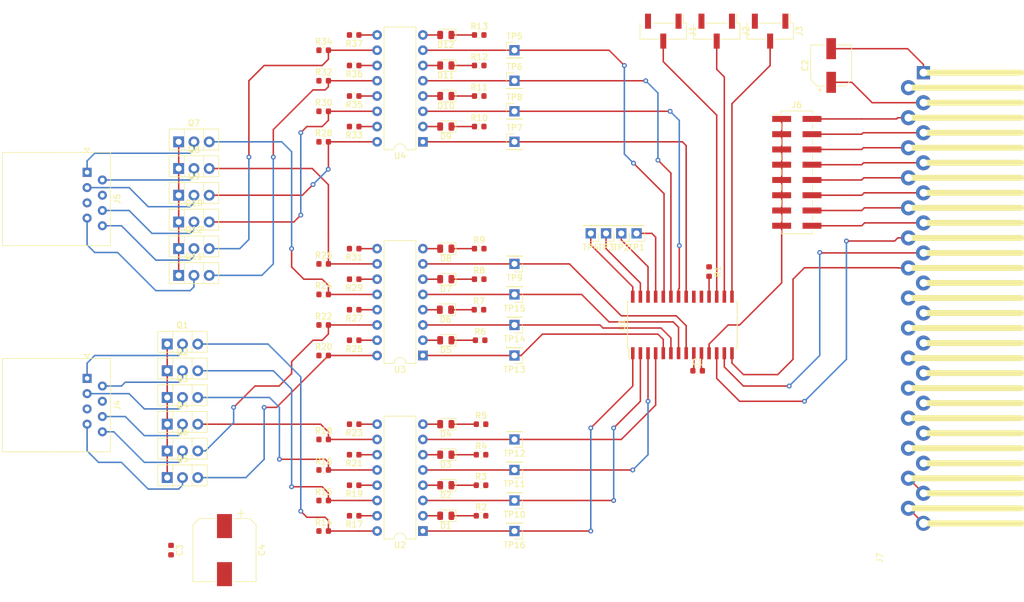
<source format=kicad_pcb>
(kicad_pcb (version 20171130) (host pcbnew 5.0.0-fee4fd1~66~ubuntu16.04.1)

  (general
    (thickness 1.6)
    (drawings 4)
    (tracks 425)
    (zones 0)
    (modules 92)
    (nets 113)
  )

  (page A4)
  (layers
    (0 F.Cu signal)
    (31 B.Cu signal)
    (32 B.Adhes user)
    (33 F.Adhes user)
    (34 B.Paste user)
    (35 F.Paste user)
    (36 B.SilkS user)
    (37 F.SilkS user)
    (38 B.Mask user)
    (39 F.Mask user)
    (40 Dwgs.User user)
    (41 Cmts.User user)
    (42 Eco1.User user)
    (43 Eco2.User user)
    (44 Edge.Cuts user)
    (45 Margin user)
    (46 B.CrtYd user)
    (47 F.CrtYd user)
    (48 B.Fab user)
    (49 F.Fab user)
  )

  (setup
    (last_trace_width 0.25)
    (trace_clearance 0.2)
    (zone_clearance 0.508)
    (zone_45_only no)
    (trace_min 0.2)
    (segment_width 0.2)
    (edge_width 0.15)
    (via_size 0.8)
    (via_drill 0.4)
    (via_min_size 0.4)
    (via_min_drill 0.3)
    (uvia_size 0.3)
    (uvia_drill 0.1)
    (uvias_allowed no)
    (uvia_min_size 0.2)
    (uvia_min_drill 0.1)
    (pcb_text_width 0.3)
    (pcb_text_size 1.5 1.5)
    (mod_edge_width 0.15)
    (mod_text_size 1 1)
    (mod_text_width 0.15)
    (pad_size 1.524 1.524)
    (pad_drill 0.762)
    (pad_to_mask_clearance 0.2)
    (aux_axis_origin 0 0)
    (visible_elements FFFFFF7F)
    (pcbplotparams
      (layerselection 0x010fc_ffffffff)
      (usegerberextensions false)
      (usegerberattributes false)
      (usegerberadvancedattributes false)
      (creategerberjobfile false)
      (excludeedgelayer true)
      (linewidth 0.100000)
      (plotframeref false)
      (viasonmask false)
      (mode 1)
      (useauxorigin false)
      (hpglpennumber 1)
      (hpglpenspeed 20)
      (hpglpendiameter 15.000000)
      (psnegative false)
      (psa4output false)
      (plotreference true)
      (plotvalue true)
      (plotinvisibletext false)
      (padsonsilk false)
      (subtractmaskfromsilk false)
      (outputformat 1)
      (mirror false)
      (drillshape 1)
      (scaleselection 1)
      (outputdirectory ""))
  )

  (net 0 "")
  (net 1 +3V3)
  (net 2 GND)
  (net 3 GNDPWR)
  (net 4 +24V)
  (net 5 "Net-(D1-Pad1)")
  (net 6 "Net-(D1-Pad2)")
  (net 7 "Net-(D2-Pad2)")
  (net 8 "Net-(D2-Pad1)")
  (net 9 "Net-(D3-Pad1)")
  (net 10 "Net-(D3-Pad2)")
  (net 11 "Net-(D4-Pad2)")
  (net 12 "Net-(D4-Pad1)")
  (net 13 "Net-(D5-Pad2)")
  (net 14 "Net-(D5-Pad1)")
  (net 15 "Net-(D6-Pad1)")
  (net 16 "Net-(D6-Pad2)")
  (net 17 "Net-(D7-Pad2)")
  (net 18 "Net-(D7-Pad1)")
  (net 19 "Net-(D8-Pad1)")
  (net 20 "Net-(D8-Pad2)")
  (net 21 "Net-(D9-Pad1)")
  (net 22 "Net-(D9-Pad2)")
  (net 23 "Net-(D10-Pad2)")
  (net 24 "Net-(D10-Pad1)")
  (net 25 "Net-(D11-Pad1)")
  (net 26 "Net-(D11-Pad2)")
  (net 27 "Net-(D12-Pad2)")
  (net 28 "Net-(D12-Pad1)")
  (net 29 "Net-(J1-Pad2)")
  (net 30 "Net-(J2-Pad2)")
  (net 31 "Net-(J3-Pad2)")
  (net 32 "Net-(J4-Pad1)")
  (net 33 "Net-(J4-Pad2)")
  (net 34 "Net-(J4-Pad3)")
  (net 35 "Net-(J4-Pad6)")
  (net 36 "Net-(J4-Pad7)")
  (net 37 "Net-(J4-Pad8)")
  (net 38 "Net-(J5-Pad8)")
  (net 39 "Net-(J5-Pad7)")
  (net 40 "Net-(J5-Pad6)")
  (net 41 "Net-(J5-Pad3)")
  (net 42 "Net-(J5-Pad2)")
  (net 43 "Net-(J5-Pad1)")
  (net 44 MCP_CS)
  (net 45 "Net-(J6-Pad2)")
  (net 46 "Net-(J6-Pad4)")
  (net 47 "Net-(J6-Pad6)")
  (net 48 "Net-(J6-Pad8)")
  (net 49 "Net-(J6-Pad10)")
  (net 50 "Net-(J6-Pad12)")
  (net 51 "Net-(J6-Pad14)")
  (net 52 "Net-(J6-Pad16)")
  (net 53 "Net-(Q1-Pad3)")
  (net 54 "Net-(Q2-Pad3)")
  (net 55 "Net-(Q3-Pad3)")
  (net 56 "Net-(Q4-Pad3)")
  (net 57 "Net-(Q5-Pad3)")
  (net 58 "Net-(Q6-Pad3)")
  (net 59 "Net-(Q7-Pad3)")
  (net 60 "Net-(Q8-Pad3)")
  (net 61 "Net-(Q9-Pad3)")
  (net 62 "Net-(Q10-Pad3)")
  (net 63 "Net-(Q11-Pad3)")
  (net 64 "Net-(Q12-Pad3)")
  (net 65 +5V)
  (net 66 "Net-(R1-Pad2)")
  (net 67 "Net-(R17-Pad1)")
  (net 68 "Net-(R19-Pad1)")
  (net 69 "Net-(R21-Pad1)")
  (net 70 "Net-(R23-Pad1)")
  (net 71 "Net-(R25-Pad1)")
  (net 72 "Net-(R27-Pad1)")
  (net 73 "Net-(R29-Pad1)")
  (net 74 "Net-(R31-Pad1)")
  (net 75 "Net-(R33-Pad1)")
  (net 76 "Net-(R35-Pad1)")
  (net 77 "Net-(R36-Pad1)")
  (net 78 "Net-(R37-Pad1)")
  (net 79 "Net-(TP1-Pad1)")
  (net 80 "Net-(TP2-Pad1)")
  (net 81 "Net-(TP3-Pad1)")
  (net 82 "Net-(TP4-Pad1)")
  (net 83 "Net-(TP5-Pad1)")
  (net 84 "Net-(TP6-Pad1)")
  (net 85 "Net-(TP7-Pad1)")
  (net 86 "Net-(TP8-Pad1)")
  (net 87 "Net-(TP9-Pad1)")
  (net 88 "Net-(TP10-Pad1)")
  (net 89 "Net-(TP11-Pad1)")
  (net 90 "Net-(TP12-Pad1)")
  (net 91 "Net-(TP13-Pad1)")
  (net 92 "Net-(TP14-Pad1)")
  (net 93 "Net-(TP15-Pad1)")
  (net 94 "Net-(TP16-Pad1)")
  (net 95 SCK)
  (net 96 MOSI)
  (net 97 MISO)
  (net 98 "Net-(U1-Pad19)")
  (net 99 "Net-(U1-Pad20)")
  (net 100 "Net-(J7-Pad27)")
  (net 101 "Net-(J7-Pad26)")
  (net 102 "Net-(J7-Pad25)")
  (net 103 "Net-(J7-Pad24)")
  (net 104 "Net-(J7-Pad23)")
  (net 105 "Net-(J7-Pad22)")
  (net 106 "Net-(J7-Pad21)")
  (net 107 "Net-(J7-Pad20)")
  (net 108 "Net-(J7-Pad19)")
  (net 109 "Net-(J7-Pad18)")
  (net 110 "Net-(J7-Pad17)")
  (net 111 "Net-(J7-Pad16)")
  (net 112 "Net-(J7-Pad15)")

  (net_class Default "This is the default net class."
    (clearance 0.2)
    (trace_width 0.25)
    (via_dia 0.8)
    (via_drill 0.4)
    (uvia_dia 0.3)
    (uvia_drill 0.1)
    (add_net +24V)
    (add_net +3V3)
    (add_net +5V)
    (add_net GND)
    (add_net GNDPWR)
    (add_net MCP_CS)
    (add_net MISO)
    (add_net MOSI)
    (add_net "Net-(D1-Pad1)")
    (add_net "Net-(D1-Pad2)")
    (add_net "Net-(D10-Pad1)")
    (add_net "Net-(D10-Pad2)")
    (add_net "Net-(D11-Pad1)")
    (add_net "Net-(D11-Pad2)")
    (add_net "Net-(D12-Pad1)")
    (add_net "Net-(D12-Pad2)")
    (add_net "Net-(D2-Pad1)")
    (add_net "Net-(D2-Pad2)")
    (add_net "Net-(D3-Pad1)")
    (add_net "Net-(D3-Pad2)")
    (add_net "Net-(D4-Pad1)")
    (add_net "Net-(D4-Pad2)")
    (add_net "Net-(D5-Pad1)")
    (add_net "Net-(D5-Pad2)")
    (add_net "Net-(D6-Pad1)")
    (add_net "Net-(D6-Pad2)")
    (add_net "Net-(D7-Pad1)")
    (add_net "Net-(D7-Pad2)")
    (add_net "Net-(D8-Pad1)")
    (add_net "Net-(D8-Pad2)")
    (add_net "Net-(D9-Pad1)")
    (add_net "Net-(D9-Pad2)")
    (add_net "Net-(J1-Pad2)")
    (add_net "Net-(J2-Pad2)")
    (add_net "Net-(J3-Pad2)")
    (add_net "Net-(J4-Pad1)")
    (add_net "Net-(J4-Pad2)")
    (add_net "Net-(J4-Pad3)")
    (add_net "Net-(J4-Pad6)")
    (add_net "Net-(J4-Pad7)")
    (add_net "Net-(J4-Pad8)")
    (add_net "Net-(J5-Pad1)")
    (add_net "Net-(J5-Pad2)")
    (add_net "Net-(J5-Pad3)")
    (add_net "Net-(J5-Pad6)")
    (add_net "Net-(J5-Pad7)")
    (add_net "Net-(J5-Pad8)")
    (add_net "Net-(J6-Pad10)")
    (add_net "Net-(J6-Pad12)")
    (add_net "Net-(J6-Pad14)")
    (add_net "Net-(J6-Pad16)")
    (add_net "Net-(J6-Pad2)")
    (add_net "Net-(J6-Pad4)")
    (add_net "Net-(J6-Pad6)")
    (add_net "Net-(J6-Pad8)")
    (add_net "Net-(J7-Pad15)")
    (add_net "Net-(J7-Pad16)")
    (add_net "Net-(J7-Pad17)")
    (add_net "Net-(J7-Pad18)")
    (add_net "Net-(J7-Pad19)")
    (add_net "Net-(J7-Pad20)")
    (add_net "Net-(J7-Pad21)")
    (add_net "Net-(J7-Pad22)")
    (add_net "Net-(J7-Pad23)")
    (add_net "Net-(J7-Pad24)")
    (add_net "Net-(J7-Pad25)")
    (add_net "Net-(J7-Pad26)")
    (add_net "Net-(J7-Pad27)")
    (add_net "Net-(Q1-Pad3)")
    (add_net "Net-(Q10-Pad3)")
    (add_net "Net-(Q11-Pad3)")
    (add_net "Net-(Q12-Pad3)")
    (add_net "Net-(Q2-Pad3)")
    (add_net "Net-(Q3-Pad3)")
    (add_net "Net-(Q4-Pad3)")
    (add_net "Net-(Q5-Pad3)")
    (add_net "Net-(Q6-Pad3)")
    (add_net "Net-(Q7-Pad3)")
    (add_net "Net-(Q8-Pad3)")
    (add_net "Net-(Q9-Pad3)")
    (add_net "Net-(R1-Pad2)")
    (add_net "Net-(R17-Pad1)")
    (add_net "Net-(R19-Pad1)")
    (add_net "Net-(R21-Pad1)")
    (add_net "Net-(R23-Pad1)")
    (add_net "Net-(R25-Pad1)")
    (add_net "Net-(R27-Pad1)")
    (add_net "Net-(R29-Pad1)")
    (add_net "Net-(R31-Pad1)")
    (add_net "Net-(R33-Pad1)")
    (add_net "Net-(R35-Pad1)")
    (add_net "Net-(R36-Pad1)")
    (add_net "Net-(R37-Pad1)")
    (add_net "Net-(TP1-Pad1)")
    (add_net "Net-(TP10-Pad1)")
    (add_net "Net-(TP11-Pad1)")
    (add_net "Net-(TP12-Pad1)")
    (add_net "Net-(TP13-Pad1)")
    (add_net "Net-(TP14-Pad1)")
    (add_net "Net-(TP15-Pad1)")
    (add_net "Net-(TP16-Pad1)")
    (add_net "Net-(TP2-Pad1)")
    (add_net "Net-(TP3-Pad1)")
    (add_net "Net-(TP4-Pad1)")
    (add_net "Net-(TP5-Pad1)")
    (add_net "Net-(TP6-Pad1)")
    (add_net "Net-(TP7-Pad1)")
    (add_net "Net-(TP8-Pad1)")
    (add_net "Net-(TP9-Pad1)")
    (add_net "Net-(U1-Pad19)")
    (add_net "Net-(U1-Pad20)")
    (add_net SCK)
  )

  (module Resistor_SMD:R_0603_1608Metric (layer F.Cu) (tedit 5B301BBD) (tstamp 5BA675EF)
    (at 187.325 85.09 270)
    (descr "Resistor SMD 0603 (1608 Metric), square (rectangular) end terminal, IPC_7351 nominal, (Body size source: http://www.tortai-tech.com/upload/download/2011102023233369053.pdf), generated with kicad-footprint-generator")
    (tags resistor)
    (path /5BFDF8F4)
    (attr smd)
    (fp_text reference R1 (at 0 -1.43 270) (layer F.SilkS)
      (effects (font (size 1 1) (thickness 0.15)))
    )
    (fp_text value 10k (at 0 1.43 270) (layer F.Fab)
      (effects (font (size 1 1) (thickness 0.15)))
    )
    (fp_line (start -0.8 0.4) (end -0.8 -0.4) (layer F.Fab) (width 0.1))
    (fp_line (start -0.8 -0.4) (end 0.8 -0.4) (layer F.Fab) (width 0.1))
    (fp_line (start 0.8 -0.4) (end 0.8 0.4) (layer F.Fab) (width 0.1))
    (fp_line (start 0.8 0.4) (end -0.8 0.4) (layer F.Fab) (width 0.1))
    (fp_line (start -0.162779 -0.51) (end 0.162779 -0.51) (layer F.SilkS) (width 0.12))
    (fp_line (start -0.162779 0.51) (end 0.162779 0.51) (layer F.SilkS) (width 0.12))
    (fp_line (start -1.48 0.73) (end -1.48 -0.73) (layer F.CrtYd) (width 0.05))
    (fp_line (start -1.48 -0.73) (end 1.48 -0.73) (layer F.CrtYd) (width 0.05))
    (fp_line (start 1.48 -0.73) (end 1.48 0.73) (layer F.CrtYd) (width 0.05))
    (fp_line (start 1.48 0.73) (end -1.48 0.73) (layer F.CrtYd) (width 0.05))
    (fp_text user %R (at 0 0 270) (layer F.Fab)
      (effects (font (size 0.4 0.4) (thickness 0.06)))
    )
    (pad 1 smd roundrect (at -0.7875 0 270) (size 0.875 0.95) (layers F.Cu F.Paste F.Mask) (roundrect_rratio 0.25)
      (net 1 +3V3))
    (pad 2 smd roundrect (at 0.7875 0 270) (size 0.875 0.95) (layers F.Cu F.Paste F.Mask) (roundrect_rratio 0.25)
      (net 66 "Net-(R1-Pad2)"))
    (model ${KISYS3DMOD}/Resistor_SMD.3dshapes/R_0603_1608Metric.wrl
      (at (xyz 0 0 0))
      (scale (xyz 1 1 1))
      (rotate (xyz 0 0 0))
    )
  )

  (module Capacitor_SMD:C_0603_1608Metric (layer F.Cu) (tedit 5B301BBE) (tstamp 5BA67212)
    (at 185.42 101.6)
    (descr "Capacitor SMD 0603 (1608 Metric), square (rectangular) end terminal, IPC_7351 nominal, (Body size source: http://www.tortai-tech.com/upload/download/2011102023233369053.pdf), generated with kicad-footprint-generator")
    (tags capacitor)
    (path /5CA079CD)
    (attr smd)
    (fp_text reference C1 (at 0 -1.43) (layer F.SilkS)
      (effects (font (size 1 1) (thickness 0.15)))
    )
    (fp_text value 100nF (at 0 1.43) (layer F.Fab)
      (effects (font (size 1 1) (thickness 0.15)))
    )
    (fp_line (start -0.8 0.4) (end -0.8 -0.4) (layer F.Fab) (width 0.1))
    (fp_line (start -0.8 -0.4) (end 0.8 -0.4) (layer F.Fab) (width 0.1))
    (fp_line (start 0.8 -0.4) (end 0.8 0.4) (layer F.Fab) (width 0.1))
    (fp_line (start 0.8 0.4) (end -0.8 0.4) (layer F.Fab) (width 0.1))
    (fp_line (start -0.162779 -0.51) (end 0.162779 -0.51) (layer F.SilkS) (width 0.12))
    (fp_line (start -0.162779 0.51) (end 0.162779 0.51) (layer F.SilkS) (width 0.12))
    (fp_line (start -1.48 0.73) (end -1.48 -0.73) (layer F.CrtYd) (width 0.05))
    (fp_line (start -1.48 -0.73) (end 1.48 -0.73) (layer F.CrtYd) (width 0.05))
    (fp_line (start 1.48 -0.73) (end 1.48 0.73) (layer F.CrtYd) (width 0.05))
    (fp_line (start 1.48 0.73) (end -1.48 0.73) (layer F.CrtYd) (width 0.05))
    (fp_text user %R (at 0 0) (layer F.Fab)
      (effects (font (size 0.4 0.4) (thickness 0.06)))
    )
    (pad 1 smd roundrect (at -0.7875 0) (size 0.875 0.95) (layers F.Cu F.Paste F.Mask) (roundrect_rratio 0.25)
      (net 1 +3V3))
    (pad 2 smd roundrect (at 0.7875 0) (size 0.875 0.95) (layers F.Cu F.Paste F.Mask) (roundrect_rratio 0.25)
      (net 2 GND))
    (model ${KISYS3DMOD}/Capacitor_SMD.3dshapes/C_0603_1608Metric.wrl
      (at (xyz 0 0 0))
      (scale (xyz 1 1 1))
      (rotate (xyz 0 0 0))
    )
  )

  (module Capacitor_SMD:CP_Elec_6.3x5.2 (layer F.Cu) (tedit 5B3026A2) (tstamp 5BA6723A)
    (at 207.645 50.8 90)
    (descr "SMT capacitor, aluminium electrolytic, 6.3x5.2, United Chemi-Con ")
    (tags "Capacitor Electrolytic")
    (path /5CA07BF6)
    (attr smd)
    (fp_text reference C2 (at 0 -4.35 90) (layer F.SilkS)
      (effects (font (size 1 1) (thickness 0.15)))
    )
    (fp_text value 100µF (at 0 4.35 90) (layer F.Fab)
      (effects (font (size 1 1) (thickness 0.15)))
    )
    (fp_circle (center 0 0) (end 3.15 0) (layer F.Fab) (width 0.1))
    (fp_line (start 3.3 -3.3) (end 3.3 3.3) (layer F.Fab) (width 0.1))
    (fp_line (start -2.3 -3.3) (end 3.3 -3.3) (layer F.Fab) (width 0.1))
    (fp_line (start -2.3 3.3) (end 3.3 3.3) (layer F.Fab) (width 0.1))
    (fp_line (start -3.3 -2.3) (end -3.3 2.3) (layer F.Fab) (width 0.1))
    (fp_line (start -3.3 -2.3) (end -2.3 -3.3) (layer F.Fab) (width 0.1))
    (fp_line (start -3.3 2.3) (end -2.3 3.3) (layer F.Fab) (width 0.1))
    (fp_line (start -2.704838 -1.33) (end -2.074838 -1.33) (layer F.Fab) (width 0.1))
    (fp_line (start -2.389838 -1.645) (end -2.389838 -1.015) (layer F.Fab) (width 0.1))
    (fp_line (start 3.41 3.41) (end 3.41 1.06) (layer F.SilkS) (width 0.12))
    (fp_line (start 3.41 -3.41) (end 3.41 -1.06) (layer F.SilkS) (width 0.12))
    (fp_line (start -2.345563 -3.41) (end 3.41 -3.41) (layer F.SilkS) (width 0.12))
    (fp_line (start -2.345563 3.41) (end 3.41 3.41) (layer F.SilkS) (width 0.12))
    (fp_line (start -3.41 2.345563) (end -3.41 1.06) (layer F.SilkS) (width 0.12))
    (fp_line (start -3.41 -2.345563) (end -3.41 -1.06) (layer F.SilkS) (width 0.12))
    (fp_line (start -3.41 -2.345563) (end -2.345563 -3.41) (layer F.SilkS) (width 0.12))
    (fp_line (start -3.41 2.345563) (end -2.345563 3.41) (layer F.SilkS) (width 0.12))
    (fp_line (start -4.4375 -1.8475) (end -3.65 -1.8475) (layer F.SilkS) (width 0.12))
    (fp_line (start -4.04375 -2.24125) (end -4.04375 -1.45375) (layer F.SilkS) (width 0.12))
    (fp_line (start 3.55 -3.55) (end 3.55 -1.05) (layer F.CrtYd) (width 0.05))
    (fp_line (start 3.55 -1.05) (end 4.8 -1.05) (layer F.CrtYd) (width 0.05))
    (fp_line (start 4.8 -1.05) (end 4.8 1.05) (layer F.CrtYd) (width 0.05))
    (fp_line (start 4.8 1.05) (end 3.55 1.05) (layer F.CrtYd) (width 0.05))
    (fp_line (start 3.55 1.05) (end 3.55 3.55) (layer F.CrtYd) (width 0.05))
    (fp_line (start -2.4 3.55) (end 3.55 3.55) (layer F.CrtYd) (width 0.05))
    (fp_line (start -2.4 -3.55) (end 3.55 -3.55) (layer F.CrtYd) (width 0.05))
    (fp_line (start -3.55 2.4) (end -2.4 3.55) (layer F.CrtYd) (width 0.05))
    (fp_line (start -3.55 -2.4) (end -2.4 -3.55) (layer F.CrtYd) (width 0.05))
    (fp_line (start -3.55 -2.4) (end -3.55 -1.05) (layer F.CrtYd) (width 0.05))
    (fp_line (start -3.55 1.05) (end -3.55 2.4) (layer F.CrtYd) (width 0.05))
    (fp_line (start -3.55 -1.05) (end -4.8 -1.05) (layer F.CrtYd) (width 0.05))
    (fp_line (start -4.8 -1.05) (end -4.8 1.05) (layer F.CrtYd) (width 0.05))
    (fp_line (start -4.8 1.05) (end -3.55 1.05) (layer F.CrtYd) (width 0.05))
    (fp_text user %R (at 0 0 90) (layer F.Fab)
      (effects (font (size 1 1) (thickness 0.15)))
    )
    (pad 1 smd rect (at -2.8 0 90) (size 3.5 1.6) (layers F.Cu F.Paste F.Mask)
      (net 1 +3V3))
    (pad 2 smd rect (at 2.8 0 90) (size 3.5 1.6) (layers F.Cu F.Paste F.Mask)
      (net 2 GND))
    (model ${KISYS3DMOD}/Capacitor_SMD.3dshapes/CP_Elec_6.3x5.2.wrl
      (at (xyz 0 0 0))
      (scale (xyz 1 1 1))
      (rotate (xyz 0 0 0))
    )
  )

  (module Capacitor_SMD:C_0603_1608Metric (layer F.Cu) (tedit 5B301BBE) (tstamp 5BA6724B)
    (at 97.79 131.445 270)
    (descr "Capacitor SMD 0603 (1608 Metric), square (rectangular) end terminal, IPC_7351 nominal, (Body size source: http://www.tortai-tech.com/upload/download/2011102023233369053.pdf), generated with kicad-footprint-generator")
    (tags capacitor)
    (path /5C0C7E69)
    (attr smd)
    (fp_text reference C3 (at 0 -1.43 270) (layer F.SilkS)
      (effects (font (size 1 1) (thickness 0.15)))
    )
    (fp_text value 100nF (at 0 1.43 270) (layer F.Fab)
      (effects (font (size 1 1) (thickness 0.15)))
    )
    (fp_text user %R (at 0 0 270) (layer F.Fab)
      (effects (font (size 0.4 0.4) (thickness 0.06)))
    )
    (fp_line (start 1.48 0.73) (end -1.48 0.73) (layer F.CrtYd) (width 0.05))
    (fp_line (start 1.48 -0.73) (end 1.48 0.73) (layer F.CrtYd) (width 0.05))
    (fp_line (start -1.48 -0.73) (end 1.48 -0.73) (layer F.CrtYd) (width 0.05))
    (fp_line (start -1.48 0.73) (end -1.48 -0.73) (layer F.CrtYd) (width 0.05))
    (fp_line (start -0.162779 0.51) (end 0.162779 0.51) (layer F.SilkS) (width 0.12))
    (fp_line (start -0.162779 -0.51) (end 0.162779 -0.51) (layer F.SilkS) (width 0.12))
    (fp_line (start 0.8 0.4) (end -0.8 0.4) (layer F.Fab) (width 0.1))
    (fp_line (start 0.8 -0.4) (end 0.8 0.4) (layer F.Fab) (width 0.1))
    (fp_line (start -0.8 -0.4) (end 0.8 -0.4) (layer F.Fab) (width 0.1))
    (fp_line (start -0.8 0.4) (end -0.8 -0.4) (layer F.Fab) (width 0.1))
    (pad 2 smd roundrect (at 0.7875 0 270) (size 0.875 0.95) (layers F.Cu F.Paste F.Mask) (roundrect_rratio 0.25)
      (net 3 GNDPWR))
    (pad 1 smd roundrect (at -0.7875 0 270) (size 0.875 0.95) (layers F.Cu F.Paste F.Mask) (roundrect_rratio 0.25)
      (net 4 +24V))
    (model ${KISYS3DMOD}/Capacitor_SMD.3dshapes/C_0603_1608Metric.wrl
      (at (xyz 0 0 0))
      (scale (xyz 1 1 1))
      (rotate (xyz 0 0 0))
    )
  )

  (module Capacitor_SMD:CP_Elec_10x10 (layer F.Cu) (tedit 5A841F9D) (tstamp 5BA67273)
    (at 106.68 131.445 270)
    (descr "SMT capacitor, aluminium electrolytic, 10x10, Nichicon ")
    (tags "Capacitor Electrolytic")
    (path /5C0C76F7)
    (attr smd)
    (fp_text reference C4 (at 0 -6.2 270) (layer F.SilkS)
      (effects (font (size 1 1) (thickness 0.15)))
    )
    (fp_text value 100µF (at 0 6.2 270) (layer F.Fab)
      (effects (font (size 1 1) (thickness 0.15)))
    )
    (fp_circle (center 0 0) (end 5 0) (layer F.Fab) (width 0.1))
    (fp_line (start 5.15 -5.15) (end 5.15 5.15) (layer F.Fab) (width 0.1))
    (fp_line (start -4.15 -5.15) (end 5.15 -5.15) (layer F.Fab) (width 0.1))
    (fp_line (start -4.15 5.15) (end 5.15 5.15) (layer F.Fab) (width 0.1))
    (fp_line (start -5.15 -4.15) (end -5.15 4.15) (layer F.Fab) (width 0.1))
    (fp_line (start -5.15 -4.15) (end -4.15 -5.15) (layer F.Fab) (width 0.1))
    (fp_line (start -5.15 4.15) (end -4.15 5.15) (layer F.Fab) (width 0.1))
    (fp_line (start -4.558325 -1.7) (end -3.558325 -1.7) (layer F.Fab) (width 0.1))
    (fp_line (start -4.058325 -2.2) (end -4.058325 -1.2) (layer F.Fab) (width 0.1))
    (fp_line (start 5.26 5.26) (end 5.26 1.51) (layer F.SilkS) (width 0.12))
    (fp_line (start 5.26 -5.26) (end 5.26 -1.51) (layer F.SilkS) (width 0.12))
    (fp_line (start -4.195563 -5.26) (end 5.26 -5.26) (layer F.SilkS) (width 0.12))
    (fp_line (start -4.195563 5.26) (end 5.26 5.26) (layer F.SilkS) (width 0.12))
    (fp_line (start -5.26 4.195563) (end -5.26 1.51) (layer F.SilkS) (width 0.12))
    (fp_line (start -5.26 -4.195563) (end -5.26 -1.51) (layer F.SilkS) (width 0.12))
    (fp_line (start -5.26 -4.195563) (end -4.195563 -5.26) (layer F.SilkS) (width 0.12))
    (fp_line (start -5.26 4.195563) (end -4.195563 5.26) (layer F.SilkS) (width 0.12))
    (fp_line (start -6.75 -2.76) (end -5.5 -2.76) (layer F.SilkS) (width 0.12))
    (fp_line (start -6.125 -3.385) (end -6.125 -2.135) (layer F.SilkS) (width 0.12))
    (fp_line (start 5.4 -5.4) (end 5.4 -1.5) (layer F.CrtYd) (width 0.05))
    (fp_line (start 5.4 -1.5) (end 6.25 -1.5) (layer F.CrtYd) (width 0.05))
    (fp_line (start 6.25 -1.5) (end 6.25 1.5) (layer F.CrtYd) (width 0.05))
    (fp_line (start 6.25 1.5) (end 5.4 1.5) (layer F.CrtYd) (width 0.05))
    (fp_line (start 5.4 1.5) (end 5.4 5.4) (layer F.CrtYd) (width 0.05))
    (fp_line (start -4.25 5.4) (end 5.4 5.4) (layer F.CrtYd) (width 0.05))
    (fp_line (start -4.25 -5.4) (end 5.4 -5.4) (layer F.CrtYd) (width 0.05))
    (fp_line (start -5.4 4.25) (end -4.25 5.4) (layer F.CrtYd) (width 0.05))
    (fp_line (start -5.4 -4.25) (end -4.25 -5.4) (layer F.CrtYd) (width 0.05))
    (fp_line (start -5.4 -4.25) (end -5.4 -1.5) (layer F.CrtYd) (width 0.05))
    (fp_line (start -5.4 1.5) (end -5.4 4.25) (layer F.CrtYd) (width 0.05))
    (fp_line (start -5.4 -1.5) (end -6.25 -1.5) (layer F.CrtYd) (width 0.05))
    (fp_line (start -6.25 -1.5) (end -6.25 1.5) (layer F.CrtYd) (width 0.05))
    (fp_line (start -6.25 1.5) (end -5.4 1.5) (layer F.CrtYd) (width 0.05))
    (fp_text user %R (at 0 0 270) (layer F.Fab)
      (effects (font (size 1 1) (thickness 0.15)))
    )
    (pad 1 smd rect (at -4 0 270) (size 4 2.5) (layers F.Cu F.Paste F.Mask)
      (net 4 +24V))
    (pad 2 smd rect (at 4 0 270) (size 4 2.5) (layers F.Cu F.Paste F.Mask)
      (net 3 GNDPWR))
    (model ${KISYS3DMOD}/Capacitor_SMD.3dshapes/CP_Elec_10x10.wrl
      (at (xyz 0 0 0))
      (scale (xyz 1 1 1))
      (rotate (xyz 0 0 0))
    )
  )

  (module LED_SMD:LED_0805_2012Metric (layer F.Cu) (tedit 5B36C52C) (tstamp 5BA67286)
    (at 143.51 125.73 180)
    (descr "LED SMD 0805 (2012 Metric), square (rectangular) end terminal, IPC_7351 nominal, (Body size source: https://docs.google.com/spreadsheets/d/1BsfQQcO9C6DZCsRaXUlFlo91Tg2WpOkGARC1WS5S8t0/edit?usp=sharing), generated with kicad-footprint-generator")
    (tags diode)
    (path /5B98D69F)
    (attr smd)
    (fp_text reference D1 (at 0 -1.65 180) (layer F.SilkS)
      (effects (font (size 1 1) (thickness 0.15)))
    )
    (fp_text value LED (at 0 1.65 180) (layer F.Fab)
      (effects (font (size 1 1) (thickness 0.15)))
    )
    (fp_line (start 1 -0.6) (end -0.7 -0.6) (layer F.Fab) (width 0.1))
    (fp_line (start -0.7 -0.6) (end -1 -0.3) (layer F.Fab) (width 0.1))
    (fp_line (start -1 -0.3) (end -1 0.6) (layer F.Fab) (width 0.1))
    (fp_line (start -1 0.6) (end 1 0.6) (layer F.Fab) (width 0.1))
    (fp_line (start 1 0.6) (end 1 -0.6) (layer F.Fab) (width 0.1))
    (fp_line (start 1 -0.96) (end -1.685 -0.96) (layer F.SilkS) (width 0.12))
    (fp_line (start -1.685 -0.96) (end -1.685 0.96) (layer F.SilkS) (width 0.12))
    (fp_line (start -1.685 0.96) (end 1 0.96) (layer F.SilkS) (width 0.12))
    (fp_line (start -1.68 0.95) (end -1.68 -0.95) (layer F.CrtYd) (width 0.05))
    (fp_line (start -1.68 -0.95) (end 1.68 -0.95) (layer F.CrtYd) (width 0.05))
    (fp_line (start 1.68 -0.95) (end 1.68 0.95) (layer F.CrtYd) (width 0.05))
    (fp_line (start 1.68 0.95) (end -1.68 0.95) (layer F.CrtYd) (width 0.05))
    (fp_text user %R (at 0 0 180) (layer F.Fab)
      (effects (font (size 0.5 0.5) (thickness 0.08)))
    )
    (pad 1 smd roundrect (at -0.9375 0 180) (size 0.975 1.4) (layers F.Cu F.Paste F.Mask) (roundrect_rratio 0.25)
      (net 5 "Net-(D1-Pad1)"))
    (pad 2 smd roundrect (at 0.9375 0 180) (size 0.975 1.4) (layers F.Cu F.Paste F.Mask) (roundrect_rratio 0.25)
      (net 6 "Net-(D1-Pad2)"))
    (model ${KISYS3DMOD}/LED_SMD.3dshapes/LED_0805_2012Metric.wrl
      (at (xyz 0 0 0))
      (scale (xyz 1 1 1))
      (rotate (xyz 0 0 0))
    )
  )

  (module LED_SMD:LED_0805_2012Metric (layer F.Cu) (tedit 5B36C52C) (tstamp 5BA67299)
    (at 143.51 120.65 180)
    (descr "LED SMD 0805 (2012 Metric), square (rectangular) end terminal, IPC_7351 nominal, (Body size source: https://docs.google.com/spreadsheets/d/1BsfQQcO9C6DZCsRaXUlFlo91Tg2WpOkGARC1WS5S8t0/edit?usp=sharing), generated with kicad-footprint-generator")
    (tags diode)
    (path /5B98D6A5)
    (attr smd)
    (fp_text reference D2 (at 0 -1.65 180) (layer F.SilkS)
      (effects (font (size 1 1) (thickness 0.15)))
    )
    (fp_text value LED (at 0 1.65 180) (layer F.Fab)
      (effects (font (size 1 1) (thickness 0.15)))
    )
    (fp_text user %R (at 0 0 180) (layer F.Fab)
      (effects (font (size 0.5 0.5) (thickness 0.08)))
    )
    (fp_line (start 1.68 0.95) (end -1.68 0.95) (layer F.CrtYd) (width 0.05))
    (fp_line (start 1.68 -0.95) (end 1.68 0.95) (layer F.CrtYd) (width 0.05))
    (fp_line (start -1.68 -0.95) (end 1.68 -0.95) (layer F.CrtYd) (width 0.05))
    (fp_line (start -1.68 0.95) (end -1.68 -0.95) (layer F.CrtYd) (width 0.05))
    (fp_line (start -1.685 0.96) (end 1 0.96) (layer F.SilkS) (width 0.12))
    (fp_line (start -1.685 -0.96) (end -1.685 0.96) (layer F.SilkS) (width 0.12))
    (fp_line (start 1 -0.96) (end -1.685 -0.96) (layer F.SilkS) (width 0.12))
    (fp_line (start 1 0.6) (end 1 -0.6) (layer F.Fab) (width 0.1))
    (fp_line (start -1 0.6) (end 1 0.6) (layer F.Fab) (width 0.1))
    (fp_line (start -1 -0.3) (end -1 0.6) (layer F.Fab) (width 0.1))
    (fp_line (start -0.7 -0.6) (end -1 -0.3) (layer F.Fab) (width 0.1))
    (fp_line (start 1 -0.6) (end -0.7 -0.6) (layer F.Fab) (width 0.1))
    (pad 2 smd roundrect (at 0.9375 0 180) (size 0.975 1.4) (layers F.Cu F.Paste F.Mask) (roundrect_rratio 0.25)
      (net 7 "Net-(D2-Pad2)"))
    (pad 1 smd roundrect (at -0.9375 0 180) (size 0.975 1.4) (layers F.Cu F.Paste F.Mask) (roundrect_rratio 0.25)
      (net 8 "Net-(D2-Pad1)"))
    (model ${KISYS3DMOD}/LED_SMD.3dshapes/LED_0805_2012Metric.wrl
      (at (xyz 0 0 0))
      (scale (xyz 1 1 1))
      (rotate (xyz 0 0 0))
    )
  )

  (module LED_SMD:LED_0805_2012Metric (layer F.Cu) (tedit 5B36C52C) (tstamp 5BA672AC)
    (at 143.51 115.57 180)
    (descr "LED SMD 0805 (2012 Metric), square (rectangular) end terminal, IPC_7351 nominal, (Body size source: https://docs.google.com/spreadsheets/d/1BsfQQcO9C6DZCsRaXUlFlo91Tg2WpOkGARC1WS5S8t0/edit?usp=sharing), generated with kicad-footprint-generator")
    (tags diode)
    (path /5B98D6AB)
    (attr smd)
    (fp_text reference D3 (at 0 -1.65 180) (layer F.SilkS)
      (effects (font (size 1 1) (thickness 0.15)))
    )
    (fp_text value LED (at 0 1.65 180) (layer F.Fab)
      (effects (font (size 1 1) (thickness 0.15)))
    )
    (fp_line (start 1 -0.6) (end -0.7 -0.6) (layer F.Fab) (width 0.1))
    (fp_line (start -0.7 -0.6) (end -1 -0.3) (layer F.Fab) (width 0.1))
    (fp_line (start -1 -0.3) (end -1 0.6) (layer F.Fab) (width 0.1))
    (fp_line (start -1 0.6) (end 1 0.6) (layer F.Fab) (width 0.1))
    (fp_line (start 1 0.6) (end 1 -0.6) (layer F.Fab) (width 0.1))
    (fp_line (start 1 -0.96) (end -1.685 -0.96) (layer F.SilkS) (width 0.12))
    (fp_line (start -1.685 -0.96) (end -1.685 0.96) (layer F.SilkS) (width 0.12))
    (fp_line (start -1.685 0.96) (end 1 0.96) (layer F.SilkS) (width 0.12))
    (fp_line (start -1.68 0.95) (end -1.68 -0.95) (layer F.CrtYd) (width 0.05))
    (fp_line (start -1.68 -0.95) (end 1.68 -0.95) (layer F.CrtYd) (width 0.05))
    (fp_line (start 1.68 -0.95) (end 1.68 0.95) (layer F.CrtYd) (width 0.05))
    (fp_line (start 1.68 0.95) (end -1.68 0.95) (layer F.CrtYd) (width 0.05))
    (fp_text user %R (at 0 0 180) (layer F.Fab)
      (effects (font (size 0.5 0.5) (thickness 0.08)))
    )
    (pad 1 smd roundrect (at -0.9375 0 180) (size 0.975 1.4) (layers F.Cu F.Paste F.Mask) (roundrect_rratio 0.25)
      (net 9 "Net-(D3-Pad1)"))
    (pad 2 smd roundrect (at 0.9375 0 180) (size 0.975 1.4) (layers F.Cu F.Paste F.Mask) (roundrect_rratio 0.25)
      (net 10 "Net-(D3-Pad2)"))
    (model ${KISYS3DMOD}/LED_SMD.3dshapes/LED_0805_2012Metric.wrl
      (at (xyz 0 0 0))
      (scale (xyz 1 1 1))
      (rotate (xyz 0 0 0))
    )
  )

  (module LED_SMD:LED_0805_2012Metric (layer F.Cu) (tedit 5B36C52C) (tstamp 5BA672BF)
    (at 143.51 110.49 180)
    (descr "LED SMD 0805 (2012 Metric), square (rectangular) end terminal, IPC_7351 nominal, (Body size source: https://docs.google.com/spreadsheets/d/1BsfQQcO9C6DZCsRaXUlFlo91Tg2WpOkGARC1WS5S8t0/edit?usp=sharing), generated with kicad-footprint-generator")
    (tags diode)
    (path /5B98D6B1)
    (attr smd)
    (fp_text reference D4 (at 0 -1.65 180) (layer F.SilkS)
      (effects (font (size 1 1) (thickness 0.15)))
    )
    (fp_text value LED (at 0 1.65 180) (layer F.Fab)
      (effects (font (size 1 1) (thickness 0.15)))
    )
    (fp_text user %R (at 0 0 180) (layer F.Fab)
      (effects (font (size 0.5 0.5) (thickness 0.08)))
    )
    (fp_line (start 1.68 0.95) (end -1.68 0.95) (layer F.CrtYd) (width 0.05))
    (fp_line (start 1.68 -0.95) (end 1.68 0.95) (layer F.CrtYd) (width 0.05))
    (fp_line (start -1.68 -0.95) (end 1.68 -0.95) (layer F.CrtYd) (width 0.05))
    (fp_line (start -1.68 0.95) (end -1.68 -0.95) (layer F.CrtYd) (width 0.05))
    (fp_line (start -1.685 0.96) (end 1 0.96) (layer F.SilkS) (width 0.12))
    (fp_line (start -1.685 -0.96) (end -1.685 0.96) (layer F.SilkS) (width 0.12))
    (fp_line (start 1 -0.96) (end -1.685 -0.96) (layer F.SilkS) (width 0.12))
    (fp_line (start 1 0.6) (end 1 -0.6) (layer F.Fab) (width 0.1))
    (fp_line (start -1 0.6) (end 1 0.6) (layer F.Fab) (width 0.1))
    (fp_line (start -1 -0.3) (end -1 0.6) (layer F.Fab) (width 0.1))
    (fp_line (start -0.7 -0.6) (end -1 -0.3) (layer F.Fab) (width 0.1))
    (fp_line (start 1 -0.6) (end -0.7 -0.6) (layer F.Fab) (width 0.1))
    (pad 2 smd roundrect (at 0.9375 0 180) (size 0.975 1.4) (layers F.Cu F.Paste F.Mask) (roundrect_rratio 0.25)
      (net 11 "Net-(D4-Pad2)"))
    (pad 1 smd roundrect (at -0.9375 0 180) (size 0.975 1.4) (layers F.Cu F.Paste F.Mask) (roundrect_rratio 0.25)
      (net 12 "Net-(D4-Pad1)"))
    (model ${KISYS3DMOD}/LED_SMD.3dshapes/LED_0805_2012Metric.wrl
      (at (xyz 0 0 0))
      (scale (xyz 1 1 1))
      (rotate (xyz 0 0 0))
    )
  )

  (module LED_SMD:LED_0805_2012Metric (layer F.Cu) (tedit 5B36C52C) (tstamp 5BA672D2)
    (at 143.51 96.52 180)
    (descr "LED SMD 0805 (2012 Metric), square (rectangular) end terminal, IPC_7351 nominal, (Body size source: https://docs.google.com/spreadsheets/d/1BsfQQcO9C6DZCsRaXUlFlo91Tg2WpOkGARC1WS5S8t0/edit?usp=sharing), generated with kicad-footprint-generator")
    (tags diode)
    (path /5B9871BF)
    (attr smd)
    (fp_text reference D5 (at 0 -1.65 180) (layer F.SilkS)
      (effects (font (size 1 1) (thickness 0.15)))
    )
    (fp_text value LED (at 0 1.65 180) (layer F.Fab)
      (effects (font (size 1 1) (thickness 0.15)))
    )
    (fp_text user %R (at 0 0 180) (layer F.Fab)
      (effects (font (size 0.5 0.5) (thickness 0.08)))
    )
    (fp_line (start 1.68 0.95) (end -1.68 0.95) (layer F.CrtYd) (width 0.05))
    (fp_line (start 1.68 -0.95) (end 1.68 0.95) (layer F.CrtYd) (width 0.05))
    (fp_line (start -1.68 -0.95) (end 1.68 -0.95) (layer F.CrtYd) (width 0.05))
    (fp_line (start -1.68 0.95) (end -1.68 -0.95) (layer F.CrtYd) (width 0.05))
    (fp_line (start -1.685 0.96) (end 1 0.96) (layer F.SilkS) (width 0.12))
    (fp_line (start -1.685 -0.96) (end -1.685 0.96) (layer F.SilkS) (width 0.12))
    (fp_line (start 1 -0.96) (end -1.685 -0.96) (layer F.SilkS) (width 0.12))
    (fp_line (start 1 0.6) (end 1 -0.6) (layer F.Fab) (width 0.1))
    (fp_line (start -1 0.6) (end 1 0.6) (layer F.Fab) (width 0.1))
    (fp_line (start -1 -0.3) (end -1 0.6) (layer F.Fab) (width 0.1))
    (fp_line (start -0.7 -0.6) (end -1 -0.3) (layer F.Fab) (width 0.1))
    (fp_line (start 1 -0.6) (end -0.7 -0.6) (layer F.Fab) (width 0.1))
    (pad 2 smd roundrect (at 0.9375 0 180) (size 0.975 1.4) (layers F.Cu F.Paste F.Mask) (roundrect_rratio 0.25)
      (net 13 "Net-(D5-Pad2)"))
    (pad 1 smd roundrect (at -0.9375 0 180) (size 0.975 1.4) (layers F.Cu F.Paste F.Mask) (roundrect_rratio 0.25)
      (net 14 "Net-(D5-Pad1)"))
    (model ${KISYS3DMOD}/LED_SMD.3dshapes/LED_0805_2012Metric.wrl
      (at (xyz 0 0 0))
      (scale (xyz 1 1 1))
      (rotate (xyz 0 0 0))
    )
  )

  (module LED_SMD:LED_0805_2012Metric (layer F.Cu) (tedit 5B36C52C) (tstamp 5BA672E5)
    (at 143.457498 91.44 180)
    (descr "LED SMD 0805 (2012 Metric), square (rectangular) end terminal, IPC_7351 nominal, (Body size source: https://docs.google.com/spreadsheets/d/1BsfQQcO9C6DZCsRaXUlFlo91Tg2WpOkGARC1WS5S8t0/edit?usp=sharing), generated with kicad-footprint-generator")
    (tags diode)
    (path /5B987245)
    (attr smd)
    (fp_text reference D6 (at 0 -1.65 180) (layer F.SilkS)
      (effects (font (size 1 1) (thickness 0.15)))
    )
    (fp_text value LED (at 0 1.65 180) (layer F.Fab)
      (effects (font (size 1 1) (thickness 0.15)))
    )
    (fp_line (start 1 -0.6) (end -0.7 -0.6) (layer F.Fab) (width 0.1))
    (fp_line (start -0.7 -0.6) (end -1 -0.3) (layer F.Fab) (width 0.1))
    (fp_line (start -1 -0.3) (end -1 0.6) (layer F.Fab) (width 0.1))
    (fp_line (start -1 0.6) (end 1 0.6) (layer F.Fab) (width 0.1))
    (fp_line (start 1 0.6) (end 1 -0.6) (layer F.Fab) (width 0.1))
    (fp_line (start 1 -0.96) (end -1.685 -0.96) (layer F.SilkS) (width 0.12))
    (fp_line (start -1.685 -0.96) (end -1.685 0.96) (layer F.SilkS) (width 0.12))
    (fp_line (start -1.685 0.96) (end 1 0.96) (layer F.SilkS) (width 0.12))
    (fp_line (start -1.68 0.95) (end -1.68 -0.95) (layer F.CrtYd) (width 0.05))
    (fp_line (start -1.68 -0.95) (end 1.68 -0.95) (layer F.CrtYd) (width 0.05))
    (fp_line (start 1.68 -0.95) (end 1.68 0.95) (layer F.CrtYd) (width 0.05))
    (fp_line (start 1.68 0.95) (end -1.68 0.95) (layer F.CrtYd) (width 0.05))
    (fp_text user %R (at 0 0 180) (layer F.Fab)
      (effects (font (size 0.5 0.5) (thickness 0.08)))
    )
    (pad 1 smd roundrect (at -0.9375 0 180) (size 0.975 1.4) (layers F.Cu F.Paste F.Mask) (roundrect_rratio 0.25)
      (net 15 "Net-(D6-Pad1)"))
    (pad 2 smd roundrect (at 0.9375 0 180) (size 0.975 1.4) (layers F.Cu F.Paste F.Mask) (roundrect_rratio 0.25)
      (net 16 "Net-(D6-Pad2)"))
    (model ${KISYS3DMOD}/LED_SMD.3dshapes/LED_0805_2012Metric.wrl
      (at (xyz 0 0 0))
      (scale (xyz 1 1 1))
      (rotate (xyz 0 0 0))
    )
  )

  (module LED_SMD:LED_0805_2012Metric (layer F.Cu) (tedit 5B36C52C) (tstamp 5BA672F8)
    (at 143.51 86.36 180)
    (descr "LED SMD 0805 (2012 Metric), square (rectangular) end terminal, IPC_7351 nominal, (Body size source: https://docs.google.com/spreadsheets/d/1BsfQQcO9C6DZCsRaXUlFlo91Tg2WpOkGARC1WS5S8t0/edit?usp=sharing), generated with kicad-footprint-generator")
    (tags diode)
    (path /5B9872A3)
    (attr smd)
    (fp_text reference D7 (at 0 -1.65 180) (layer F.SilkS)
      (effects (font (size 1 1) (thickness 0.15)))
    )
    (fp_text value LED (at 0 1.65 180) (layer F.Fab)
      (effects (font (size 1 1) (thickness 0.15)))
    )
    (fp_text user %R (at 0 0 180) (layer F.Fab)
      (effects (font (size 0.5 0.5) (thickness 0.08)))
    )
    (fp_line (start 1.68 0.95) (end -1.68 0.95) (layer F.CrtYd) (width 0.05))
    (fp_line (start 1.68 -0.95) (end 1.68 0.95) (layer F.CrtYd) (width 0.05))
    (fp_line (start -1.68 -0.95) (end 1.68 -0.95) (layer F.CrtYd) (width 0.05))
    (fp_line (start -1.68 0.95) (end -1.68 -0.95) (layer F.CrtYd) (width 0.05))
    (fp_line (start -1.685 0.96) (end 1 0.96) (layer F.SilkS) (width 0.12))
    (fp_line (start -1.685 -0.96) (end -1.685 0.96) (layer F.SilkS) (width 0.12))
    (fp_line (start 1 -0.96) (end -1.685 -0.96) (layer F.SilkS) (width 0.12))
    (fp_line (start 1 0.6) (end 1 -0.6) (layer F.Fab) (width 0.1))
    (fp_line (start -1 0.6) (end 1 0.6) (layer F.Fab) (width 0.1))
    (fp_line (start -1 -0.3) (end -1 0.6) (layer F.Fab) (width 0.1))
    (fp_line (start -0.7 -0.6) (end -1 -0.3) (layer F.Fab) (width 0.1))
    (fp_line (start 1 -0.6) (end -0.7 -0.6) (layer F.Fab) (width 0.1))
    (pad 2 smd roundrect (at 0.9375 0 180) (size 0.975 1.4) (layers F.Cu F.Paste F.Mask) (roundrect_rratio 0.25)
      (net 17 "Net-(D7-Pad2)"))
    (pad 1 smd roundrect (at -0.9375 0 180) (size 0.975 1.4) (layers F.Cu F.Paste F.Mask) (roundrect_rratio 0.25)
      (net 18 "Net-(D7-Pad1)"))
    (model ${KISYS3DMOD}/LED_SMD.3dshapes/LED_0805_2012Metric.wrl
      (at (xyz 0 0 0))
      (scale (xyz 1 1 1))
      (rotate (xyz 0 0 0))
    )
  )

  (module LED_SMD:LED_0805_2012Metric (layer F.Cu) (tedit 5B36C52C) (tstamp 5BA6730B)
    (at 143.51 81.28 180)
    (descr "LED SMD 0805 (2012 Metric), square (rectangular) end terminal, IPC_7351 nominal, (Body size source: https://docs.google.com/spreadsheets/d/1BsfQQcO9C6DZCsRaXUlFlo91Tg2WpOkGARC1WS5S8t0/edit?usp=sharing), generated with kicad-footprint-generator")
    (tags diode)
    (path /5B987307)
    (attr smd)
    (fp_text reference D8 (at 0 -1.65 180) (layer F.SilkS)
      (effects (font (size 1 1) (thickness 0.15)))
    )
    (fp_text value LED (at 0 1.65 180) (layer F.Fab)
      (effects (font (size 1 1) (thickness 0.15)))
    )
    (fp_line (start 1 -0.6) (end -0.7 -0.6) (layer F.Fab) (width 0.1))
    (fp_line (start -0.7 -0.6) (end -1 -0.3) (layer F.Fab) (width 0.1))
    (fp_line (start -1 -0.3) (end -1 0.6) (layer F.Fab) (width 0.1))
    (fp_line (start -1 0.6) (end 1 0.6) (layer F.Fab) (width 0.1))
    (fp_line (start 1 0.6) (end 1 -0.6) (layer F.Fab) (width 0.1))
    (fp_line (start 1 -0.96) (end -1.685 -0.96) (layer F.SilkS) (width 0.12))
    (fp_line (start -1.685 -0.96) (end -1.685 0.96) (layer F.SilkS) (width 0.12))
    (fp_line (start -1.685 0.96) (end 1 0.96) (layer F.SilkS) (width 0.12))
    (fp_line (start -1.68 0.95) (end -1.68 -0.95) (layer F.CrtYd) (width 0.05))
    (fp_line (start -1.68 -0.95) (end 1.68 -0.95) (layer F.CrtYd) (width 0.05))
    (fp_line (start 1.68 -0.95) (end 1.68 0.95) (layer F.CrtYd) (width 0.05))
    (fp_line (start 1.68 0.95) (end -1.68 0.95) (layer F.CrtYd) (width 0.05))
    (fp_text user %R (at 0 0 180) (layer F.Fab)
      (effects (font (size 0.5 0.5) (thickness 0.08)))
    )
    (pad 1 smd roundrect (at -0.9375 0 180) (size 0.975 1.4) (layers F.Cu F.Paste F.Mask) (roundrect_rratio 0.25)
      (net 19 "Net-(D8-Pad1)"))
    (pad 2 smd roundrect (at 0.9375 0 180) (size 0.975 1.4) (layers F.Cu F.Paste F.Mask) (roundrect_rratio 0.25)
      (net 20 "Net-(D8-Pad2)"))
    (model ${KISYS3DMOD}/LED_SMD.3dshapes/LED_0805_2012Metric.wrl
      (at (xyz 0 0 0))
      (scale (xyz 1 1 1))
      (rotate (xyz 0 0 0))
    )
  )

  (module LED_SMD:LED_0805_2012Metric (layer F.Cu) (tedit 5B36C52C) (tstamp 5BA6731E)
    (at 143.51 60.96 180)
    (descr "LED SMD 0805 (2012 Metric), square (rectangular) end terminal, IPC_7351 nominal, (Body size source: https://docs.google.com/spreadsheets/d/1BsfQQcO9C6DZCsRaXUlFlo91Tg2WpOkGARC1WS5S8t0/edit?usp=sharing), generated with kicad-footprint-generator")
    (tags diode)
    (path /5B9937BB)
    (attr smd)
    (fp_text reference D9 (at 0 -1.65 180) (layer F.SilkS)
      (effects (font (size 1 1) (thickness 0.15)))
    )
    (fp_text value LED (at 0 1.65 180) (layer F.Fab)
      (effects (font (size 1 1) (thickness 0.15)))
    )
    (fp_line (start 1 -0.6) (end -0.7 -0.6) (layer F.Fab) (width 0.1))
    (fp_line (start -0.7 -0.6) (end -1 -0.3) (layer F.Fab) (width 0.1))
    (fp_line (start -1 -0.3) (end -1 0.6) (layer F.Fab) (width 0.1))
    (fp_line (start -1 0.6) (end 1 0.6) (layer F.Fab) (width 0.1))
    (fp_line (start 1 0.6) (end 1 -0.6) (layer F.Fab) (width 0.1))
    (fp_line (start 1 -0.96) (end -1.685 -0.96) (layer F.SilkS) (width 0.12))
    (fp_line (start -1.685 -0.96) (end -1.685 0.96) (layer F.SilkS) (width 0.12))
    (fp_line (start -1.685 0.96) (end 1 0.96) (layer F.SilkS) (width 0.12))
    (fp_line (start -1.68 0.95) (end -1.68 -0.95) (layer F.CrtYd) (width 0.05))
    (fp_line (start -1.68 -0.95) (end 1.68 -0.95) (layer F.CrtYd) (width 0.05))
    (fp_line (start 1.68 -0.95) (end 1.68 0.95) (layer F.CrtYd) (width 0.05))
    (fp_line (start 1.68 0.95) (end -1.68 0.95) (layer F.CrtYd) (width 0.05))
    (fp_text user %R (at 0 0 180) (layer F.Fab)
      (effects (font (size 0.5 0.5) (thickness 0.08)))
    )
    (pad 1 smd roundrect (at -0.9375 0 180) (size 0.975 1.4) (layers F.Cu F.Paste F.Mask) (roundrect_rratio 0.25)
      (net 21 "Net-(D9-Pad1)"))
    (pad 2 smd roundrect (at 0.9375 0 180) (size 0.975 1.4) (layers F.Cu F.Paste F.Mask) (roundrect_rratio 0.25)
      (net 22 "Net-(D9-Pad2)"))
    (model ${KISYS3DMOD}/LED_SMD.3dshapes/LED_0805_2012Metric.wrl
      (at (xyz 0 0 0))
      (scale (xyz 1 1 1))
      (rotate (xyz 0 0 0))
    )
  )

  (module LED_SMD:LED_0805_2012Metric (layer F.Cu) (tedit 5B36C52C) (tstamp 5BA67331)
    (at 143.51 55.88 180)
    (descr "LED SMD 0805 (2012 Metric), square (rectangular) end terminal, IPC_7351 nominal, (Body size source: https://docs.google.com/spreadsheets/d/1BsfQQcO9C6DZCsRaXUlFlo91Tg2WpOkGARC1WS5S8t0/edit?usp=sharing), generated with kicad-footprint-generator")
    (tags diode)
    (path /5B9937C1)
    (attr smd)
    (fp_text reference D10 (at 0 -1.65 180) (layer F.SilkS)
      (effects (font (size 1 1) (thickness 0.15)))
    )
    (fp_text value LED (at 0 1.65 180) (layer F.Fab)
      (effects (font (size 1 1) (thickness 0.15)))
    )
    (fp_text user %R (at 0 0 180) (layer F.Fab)
      (effects (font (size 0.5 0.5) (thickness 0.08)))
    )
    (fp_line (start 1.68 0.95) (end -1.68 0.95) (layer F.CrtYd) (width 0.05))
    (fp_line (start 1.68 -0.95) (end 1.68 0.95) (layer F.CrtYd) (width 0.05))
    (fp_line (start -1.68 -0.95) (end 1.68 -0.95) (layer F.CrtYd) (width 0.05))
    (fp_line (start -1.68 0.95) (end -1.68 -0.95) (layer F.CrtYd) (width 0.05))
    (fp_line (start -1.685 0.96) (end 1 0.96) (layer F.SilkS) (width 0.12))
    (fp_line (start -1.685 -0.96) (end -1.685 0.96) (layer F.SilkS) (width 0.12))
    (fp_line (start 1 -0.96) (end -1.685 -0.96) (layer F.SilkS) (width 0.12))
    (fp_line (start 1 0.6) (end 1 -0.6) (layer F.Fab) (width 0.1))
    (fp_line (start -1 0.6) (end 1 0.6) (layer F.Fab) (width 0.1))
    (fp_line (start -1 -0.3) (end -1 0.6) (layer F.Fab) (width 0.1))
    (fp_line (start -0.7 -0.6) (end -1 -0.3) (layer F.Fab) (width 0.1))
    (fp_line (start 1 -0.6) (end -0.7 -0.6) (layer F.Fab) (width 0.1))
    (pad 2 smd roundrect (at 0.9375 0 180) (size 0.975 1.4) (layers F.Cu F.Paste F.Mask) (roundrect_rratio 0.25)
      (net 23 "Net-(D10-Pad2)"))
    (pad 1 smd roundrect (at -0.9375 0 180) (size 0.975 1.4) (layers F.Cu F.Paste F.Mask) (roundrect_rratio 0.25)
      (net 24 "Net-(D10-Pad1)"))
    (model ${KISYS3DMOD}/LED_SMD.3dshapes/LED_0805_2012Metric.wrl
      (at (xyz 0 0 0))
      (scale (xyz 1 1 1))
      (rotate (xyz 0 0 0))
    )
  )

  (module LED_SMD:LED_0805_2012Metric (layer F.Cu) (tedit 5B36C52C) (tstamp 5BA67344)
    (at 143.51 50.8 180)
    (descr "LED SMD 0805 (2012 Metric), square (rectangular) end terminal, IPC_7351 nominal, (Body size source: https://docs.google.com/spreadsheets/d/1BsfQQcO9C6DZCsRaXUlFlo91Tg2WpOkGARC1WS5S8t0/edit?usp=sharing), generated with kicad-footprint-generator")
    (tags diode)
    (path /5B9937C7)
    (attr smd)
    (fp_text reference D11 (at 0 -1.65 180) (layer F.SilkS)
      (effects (font (size 1 1) (thickness 0.15)))
    )
    (fp_text value LED (at 0 1.65 180) (layer F.Fab)
      (effects (font (size 1 1) (thickness 0.15)))
    )
    (fp_line (start 1 -0.6) (end -0.7 -0.6) (layer F.Fab) (width 0.1))
    (fp_line (start -0.7 -0.6) (end -1 -0.3) (layer F.Fab) (width 0.1))
    (fp_line (start -1 -0.3) (end -1 0.6) (layer F.Fab) (width 0.1))
    (fp_line (start -1 0.6) (end 1 0.6) (layer F.Fab) (width 0.1))
    (fp_line (start 1 0.6) (end 1 -0.6) (layer F.Fab) (width 0.1))
    (fp_line (start 1 -0.96) (end -1.685 -0.96) (layer F.SilkS) (width 0.12))
    (fp_line (start -1.685 -0.96) (end -1.685 0.96) (layer F.SilkS) (width 0.12))
    (fp_line (start -1.685 0.96) (end 1 0.96) (layer F.SilkS) (width 0.12))
    (fp_line (start -1.68 0.95) (end -1.68 -0.95) (layer F.CrtYd) (width 0.05))
    (fp_line (start -1.68 -0.95) (end 1.68 -0.95) (layer F.CrtYd) (width 0.05))
    (fp_line (start 1.68 -0.95) (end 1.68 0.95) (layer F.CrtYd) (width 0.05))
    (fp_line (start 1.68 0.95) (end -1.68 0.95) (layer F.CrtYd) (width 0.05))
    (fp_text user %R (at 0 0 180) (layer F.Fab)
      (effects (font (size 0.5 0.5) (thickness 0.08)))
    )
    (pad 1 smd roundrect (at -0.9375 0 180) (size 0.975 1.4) (layers F.Cu F.Paste F.Mask) (roundrect_rratio 0.25)
      (net 25 "Net-(D11-Pad1)"))
    (pad 2 smd roundrect (at 0.9375 0 180) (size 0.975 1.4) (layers F.Cu F.Paste F.Mask) (roundrect_rratio 0.25)
      (net 26 "Net-(D11-Pad2)"))
    (model ${KISYS3DMOD}/LED_SMD.3dshapes/LED_0805_2012Metric.wrl
      (at (xyz 0 0 0))
      (scale (xyz 1 1 1))
      (rotate (xyz 0 0 0))
    )
  )

  (module LED_SMD:LED_0805_2012Metric (layer F.Cu) (tedit 5B36C52C) (tstamp 5BA67357)
    (at 143.51 45.72 180)
    (descr "LED SMD 0805 (2012 Metric), square (rectangular) end terminal, IPC_7351 nominal, (Body size source: https://docs.google.com/spreadsheets/d/1BsfQQcO9C6DZCsRaXUlFlo91Tg2WpOkGARC1WS5S8t0/edit?usp=sharing), generated with kicad-footprint-generator")
    (tags diode)
    (path /5B9937CD)
    (attr smd)
    (fp_text reference D12 (at 0 -1.65 180) (layer F.SilkS)
      (effects (font (size 1 1) (thickness 0.15)))
    )
    (fp_text value LED (at 0 1.65 180) (layer F.Fab)
      (effects (font (size 1 1) (thickness 0.15)))
    )
    (fp_text user %R (at 0 0 180) (layer F.Fab)
      (effects (font (size 0.5 0.5) (thickness 0.08)))
    )
    (fp_line (start 1.68 0.95) (end -1.68 0.95) (layer F.CrtYd) (width 0.05))
    (fp_line (start 1.68 -0.95) (end 1.68 0.95) (layer F.CrtYd) (width 0.05))
    (fp_line (start -1.68 -0.95) (end 1.68 -0.95) (layer F.CrtYd) (width 0.05))
    (fp_line (start -1.68 0.95) (end -1.68 -0.95) (layer F.CrtYd) (width 0.05))
    (fp_line (start -1.685 0.96) (end 1 0.96) (layer F.SilkS) (width 0.12))
    (fp_line (start -1.685 -0.96) (end -1.685 0.96) (layer F.SilkS) (width 0.12))
    (fp_line (start 1 -0.96) (end -1.685 -0.96) (layer F.SilkS) (width 0.12))
    (fp_line (start 1 0.6) (end 1 -0.6) (layer F.Fab) (width 0.1))
    (fp_line (start -1 0.6) (end 1 0.6) (layer F.Fab) (width 0.1))
    (fp_line (start -1 -0.3) (end -1 0.6) (layer F.Fab) (width 0.1))
    (fp_line (start -0.7 -0.6) (end -1 -0.3) (layer F.Fab) (width 0.1))
    (fp_line (start 1 -0.6) (end -0.7 -0.6) (layer F.Fab) (width 0.1))
    (pad 2 smd roundrect (at 0.9375 0 180) (size 0.975 1.4) (layers F.Cu F.Paste F.Mask) (roundrect_rratio 0.25)
      (net 27 "Net-(D12-Pad2)"))
    (pad 1 smd roundrect (at -0.9375 0 180) (size 0.975 1.4) (layers F.Cu F.Paste F.Mask) (roundrect_rratio 0.25)
      (net 28 "Net-(D12-Pad1)"))
    (model ${KISYS3DMOD}/LED_SMD.3dshapes/LED_0805_2012Metric.wrl
      (at (xyz 0 0 0))
      (scale (xyz 1 1 1))
      (rotate (xyz 0 0 0))
    )
  )

  (module Connector_PinHeader_2.54mm:PinHeader_1x03_P2.54mm_Vertical_SMD_Pin1Left (layer F.Cu) (tedit 59FED5CC) (tstamp 5BA67379)
    (at 179.705 45.085 270)
    (descr "surface-mounted straight pin header, 1x03, 2.54mm pitch, single row, style 1 (pin 1 left)")
    (tags "Surface mounted pin header SMD 1x03 2.54mm single row style1 pin1 left")
    (path /5C938F53)
    (attr smd)
    (fp_text reference J1 (at 0 -4.87 270) (layer F.SilkS)
      (effects (font (size 1 1) (thickness 0.15)))
    )
    (fp_text value ADDR2 (at 0 4.87 270) (layer F.Fab)
      (effects (font (size 1 1) (thickness 0.15)))
    )
    (fp_line (start 1.27 3.81) (end -1.27 3.81) (layer F.Fab) (width 0.1))
    (fp_line (start -0.32 -3.81) (end 1.27 -3.81) (layer F.Fab) (width 0.1))
    (fp_line (start -1.27 3.81) (end -1.27 -2.86) (layer F.Fab) (width 0.1))
    (fp_line (start -1.27 -2.86) (end -0.32 -3.81) (layer F.Fab) (width 0.1))
    (fp_line (start 1.27 -3.81) (end 1.27 3.81) (layer F.Fab) (width 0.1))
    (fp_line (start -1.27 -2.86) (end -2.54 -2.86) (layer F.Fab) (width 0.1))
    (fp_line (start -2.54 -2.86) (end -2.54 -2.22) (layer F.Fab) (width 0.1))
    (fp_line (start -2.54 -2.22) (end -1.27 -2.22) (layer F.Fab) (width 0.1))
    (fp_line (start -1.27 2.22) (end -2.54 2.22) (layer F.Fab) (width 0.1))
    (fp_line (start -2.54 2.22) (end -2.54 2.86) (layer F.Fab) (width 0.1))
    (fp_line (start -2.54 2.86) (end -1.27 2.86) (layer F.Fab) (width 0.1))
    (fp_line (start 1.27 -0.32) (end 2.54 -0.32) (layer F.Fab) (width 0.1))
    (fp_line (start 2.54 -0.32) (end 2.54 0.32) (layer F.Fab) (width 0.1))
    (fp_line (start 2.54 0.32) (end 1.27 0.32) (layer F.Fab) (width 0.1))
    (fp_line (start -1.33 -3.87) (end 1.33 -3.87) (layer F.SilkS) (width 0.12))
    (fp_line (start -1.33 3.87) (end 1.33 3.87) (layer F.SilkS) (width 0.12))
    (fp_line (start 1.33 -3.87) (end 1.33 -0.76) (layer F.SilkS) (width 0.12))
    (fp_line (start -1.33 -3.3) (end -2.85 -3.3) (layer F.SilkS) (width 0.12))
    (fp_line (start -1.33 -3.87) (end -1.33 -3.3) (layer F.SilkS) (width 0.12))
    (fp_line (start 1.33 3.3) (end 1.33 3.87) (layer F.SilkS) (width 0.12))
    (fp_line (start 1.33 0.76) (end 1.33 3.87) (layer F.SilkS) (width 0.12))
    (fp_line (start -1.33 -1.78) (end -1.33 1.78) (layer F.SilkS) (width 0.12))
    (fp_line (start -3.45 -4.35) (end -3.45 4.35) (layer F.CrtYd) (width 0.05))
    (fp_line (start -3.45 4.35) (end 3.45 4.35) (layer F.CrtYd) (width 0.05))
    (fp_line (start 3.45 4.35) (end 3.45 -4.35) (layer F.CrtYd) (width 0.05))
    (fp_line (start 3.45 -4.35) (end -3.45 -4.35) (layer F.CrtYd) (width 0.05))
    (fp_text user %R (at 0 0) (layer F.Fab)
      (effects (font (size 1 1) (thickness 0.15)))
    )
    (pad 1 smd rect (at -1.655 -2.54 270) (size 2.51 1) (layers F.Cu F.Paste F.Mask)
      (net 1 +3V3))
    (pad 3 smd rect (at -1.655 2.54 270) (size 2.51 1) (layers F.Cu F.Paste F.Mask)
      (net 2 GND))
    (pad 2 smd rect (at 1.655 0 270) (size 2.51 1) (layers F.Cu F.Paste F.Mask)
      (net 29 "Net-(J1-Pad2)"))
    (model ${KISYS3DMOD}/Connector_PinHeader_2.54mm.3dshapes/PinHeader_1x03_P2.54mm_Vertical_SMD_Pin1Left.wrl
      (at (xyz 0 0 0))
      (scale (xyz 1 1 1))
      (rotate (xyz 0 0 0))
    )
  )

  (module Connector_PinHeader_2.54mm:PinHeader_1x03_P2.54mm_Vertical_SMD_Pin1Left (layer F.Cu) (tedit 59FED5CC) (tstamp 5BA6739B)
    (at 188.595 45.085 270)
    (descr "surface-mounted straight pin header, 1x03, 2.54mm pitch, single row, style 1 (pin 1 left)")
    (tags "Surface mounted pin header SMD 1x03 2.54mm single row style1 pin1 left")
    (path /5C93924C)
    (attr smd)
    (fp_text reference J2 (at 0 -4.87 270) (layer F.SilkS)
      (effects (font (size 1 1) (thickness 0.15)))
    )
    (fp_text value ADDR1 (at 0 4.87 270) (layer F.Fab)
      (effects (font (size 1 1) (thickness 0.15)))
    )
    (fp_text user %R (at 0 0) (layer F.Fab)
      (effects (font (size 1 1) (thickness 0.15)))
    )
    (fp_line (start 3.45 -4.35) (end -3.45 -4.35) (layer F.CrtYd) (width 0.05))
    (fp_line (start 3.45 4.35) (end 3.45 -4.35) (layer F.CrtYd) (width 0.05))
    (fp_line (start -3.45 4.35) (end 3.45 4.35) (layer F.CrtYd) (width 0.05))
    (fp_line (start -3.45 -4.35) (end -3.45 4.35) (layer F.CrtYd) (width 0.05))
    (fp_line (start -1.33 -1.78) (end -1.33 1.78) (layer F.SilkS) (width 0.12))
    (fp_line (start 1.33 0.76) (end 1.33 3.87) (layer F.SilkS) (width 0.12))
    (fp_line (start 1.33 3.3) (end 1.33 3.87) (layer F.SilkS) (width 0.12))
    (fp_line (start -1.33 -3.87) (end -1.33 -3.3) (layer F.SilkS) (width 0.12))
    (fp_line (start -1.33 -3.3) (end -2.85 -3.3) (layer F.SilkS) (width 0.12))
    (fp_line (start 1.33 -3.87) (end 1.33 -0.76) (layer F.SilkS) (width 0.12))
    (fp_line (start -1.33 3.87) (end 1.33 3.87) (layer F.SilkS) (width 0.12))
    (fp_line (start -1.33 -3.87) (end 1.33 -3.87) (layer F.SilkS) (width 0.12))
    (fp_line (start 2.54 0.32) (end 1.27 0.32) (layer F.Fab) (width 0.1))
    (fp_line (start 2.54 -0.32) (end 2.54 0.32) (layer F.Fab) (width 0.1))
    (fp_line (start 1.27 -0.32) (end 2.54 -0.32) (layer F.Fab) (width 0.1))
    (fp_line (start -2.54 2.86) (end -1.27 2.86) (layer F.Fab) (width 0.1))
    (fp_line (start -2.54 2.22) (end -2.54 2.86) (layer F.Fab) (width 0.1))
    (fp_line (start -1.27 2.22) (end -2.54 2.22) (layer F.Fab) (width 0.1))
    (fp_line (start -2.54 -2.22) (end -1.27 -2.22) (layer F.Fab) (width 0.1))
    (fp_line (start -2.54 -2.86) (end -2.54 -2.22) (layer F.Fab) (width 0.1))
    (fp_line (start -1.27 -2.86) (end -2.54 -2.86) (layer F.Fab) (width 0.1))
    (fp_line (start 1.27 -3.81) (end 1.27 3.81) (layer F.Fab) (width 0.1))
    (fp_line (start -1.27 -2.86) (end -0.32 -3.81) (layer F.Fab) (width 0.1))
    (fp_line (start -1.27 3.81) (end -1.27 -2.86) (layer F.Fab) (width 0.1))
    (fp_line (start -0.32 -3.81) (end 1.27 -3.81) (layer F.Fab) (width 0.1))
    (fp_line (start 1.27 3.81) (end -1.27 3.81) (layer F.Fab) (width 0.1))
    (pad 2 smd rect (at 1.655 0 270) (size 2.51 1) (layers F.Cu F.Paste F.Mask)
      (net 30 "Net-(J2-Pad2)"))
    (pad 3 smd rect (at -1.655 2.54 270) (size 2.51 1) (layers F.Cu F.Paste F.Mask)
      (net 2 GND))
    (pad 1 smd rect (at -1.655 -2.54 270) (size 2.51 1) (layers F.Cu F.Paste F.Mask)
      (net 1 +3V3))
    (model ${KISYS3DMOD}/Connector_PinHeader_2.54mm.3dshapes/PinHeader_1x03_P2.54mm_Vertical_SMD_Pin1Left.wrl
      (at (xyz 0 0 0))
      (scale (xyz 1 1 1))
      (rotate (xyz 0 0 0))
    )
  )

  (module Connector_PinHeader_2.54mm:PinHeader_1x03_P2.54mm_Vertical_SMD_Pin1Left (layer F.Cu) (tedit 59FED5CC) (tstamp 5BA673BD)
    (at 197.485 45.085 270)
    (descr "surface-mounted straight pin header, 1x03, 2.54mm pitch, single row, style 1 (pin 1 left)")
    (tags "Surface mounted pin header SMD 1x03 2.54mm single row style1 pin1 left")
    (path /5C9392FE)
    (attr smd)
    (fp_text reference J3 (at 0 -4.87 270) (layer F.SilkS)
      (effects (font (size 1 1) (thickness 0.15)))
    )
    (fp_text value ADDR0 (at 0 4.87 270) (layer F.Fab)
      (effects (font (size 1 1) (thickness 0.15)))
    )
    (fp_line (start 1.27 3.81) (end -1.27 3.81) (layer F.Fab) (width 0.1))
    (fp_line (start -0.32 -3.81) (end 1.27 -3.81) (layer F.Fab) (width 0.1))
    (fp_line (start -1.27 3.81) (end -1.27 -2.86) (layer F.Fab) (width 0.1))
    (fp_line (start -1.27 -2.86) (end -0.32 -3.81) (layer F.Fab) (width 0.1))
    (fp_line (start 1.27 -3.81) (end 1.27 3.81) (layer F.Fab) (width 0.1))
    (fp_line (start -1.27 -2.86) (end -2.54 -2.86) (layer F.Fab) (width 0.1))
    (fp_line (start -2.54 -2.86) (end -2.54 -2.22) (layer F.Fab) (width 0.1))
    (fp_line (start -2.54 -2.22) (end -1.27 -2.22) (layer F.Fab) (width 0.1))
    (fp_line (start -1.27 2.22) (end -2.54 2.22) (layer F.Fab) (width 0.1))
    (fp_line (start -2.54 2.22) (end -2.54 2.86) (layer F.Fab) (width 0.1))
    (fp_line (start -2.54 2.86) (end -1.27 2.86) (layer F.Fab) (width 0.1))
    (fp_line (start 1.27 -0.32) (end 2.54 -0.32) (layer F.Fab) (width 0.1))
    (fp_line (start 2.54 -0.32) (end 2.54 0.32) (layer F.Fab) (width 0.1))
    (fp_line (start 2.54 0.32) (end 1.27 0.32) (layer F.Fab) (width 0.1))
    (fp_line (start -1.33 -3.87) (end 1.33 -3.87) (layer F.SilkS) (width 0.12))
    (fp_line (start -1.33 3.87) (end 1.33 3.87) (layer F.SilkS) (width 0.12))
    (fp_line (start 1.33 -3.87) (end 1.33 -0.76) (layer F.SilkS) (width 0.12))
    (fp_line (start -1.33 -3.3) (end -2.85 -3.3) (layer F.SilkS) (width 0.12))
    (fp_line (start -1.33 -3.87) (end -1.33 -3.3) (layer F.SilkS) (width 0.12))
    (fp_line (start 1.33 3.3) (end 1.33 3.87) (layer F.SilkS) (width 0.12))
    (fp_line (start 1.33 0.76) (end 1.33 3.87) (layer F.SilkS) (width 0.12))
    (fp_line (start -1.33 -1.78) (end -1.33 1.78) (layer F.SilkS) (width 0.12))
    (fp_line (start -3.45 -4.35) (end -3.45 4.35) (layer F.CrtYd) (width 0.05))
    (fp_line (start -3.45 4.35) (end 3.45 4.35) (layer F.CrtYd) (width 0.05))
    (fp_line (start 3.45 4.35) (end 3.45 -4.35) (layer F.CrtYd) (width 0.05))
    (fp_line (start 3.45 -4.35) (end -3.45 -4.35) (layer F.CrtYd) (width 0.05))
    (fp_text user %R (at 0 0) (layer F.Fab)
      (effects (font (size 1 1) (thickness 0.15)))
    )
    (pad 1 smd rect (at -1.655 -2.54 270) (size 2.51 1) (layers F.Cu F.Paste F.Mask)
      (net 1 +3V3))
    (pad 3 smd rect (at -1.655 2.54 270) (size 2.51 1) (layers F.Cu F.Paste F.Mask)
      (net 2 GND))
    (pad 2 smd rect (at 1.655 0 270) (size 2.51 1) (layers F.Cu F.Paste F.Mask)
      (net 31 "Net-(J3-Pad2)"))
    (model ${KISYS3DMOD}/Connector_PinHeader_2.54mm.3dshapes/PinHeader_1x03_P2.54mm_Vertical_SMD_Pin1Left.wrl
      (at (xyz 0 0 0))
      (scale (xyz 1 1 1))
      (rotate (xyz 0 0 0))
    )
  )

  (module Connector_RJ:RJ45_Amphenol_54602-x08_Horizontal (layer F.Cu) (tedit 5B103613) (tstamp 5BA673DC)
    (at 83.82 102.87 270)
    (descr "8 Pol Shallow Latch Connector, Modjack, RJ45 (https://cdn.amphenol-icc.com/media/wysiwyg/files/drawing/c-bmj-0102.pdf)")
    (tags RJ45)
    (path /5B72E546)
    (fp_text reference J4 (at 4.445 -5 270) (layer F.SilkS)
      (effects (font (size 1 1) (thickness 0.15)))
    )
    (fp_text value 8P8C (at 4.445 4 270) (layer F.Fab)
      (effects (font (size 1 1) (thickness 0.15)))
    )
    (fp_text user %R (at 4.445 2 270) (layer F.Fab)
      (effects (font (size 1 1) (thickness 0.15)))
    )
    (fp_line (start -4 0.5) (end -3.5 0) (layer F.SilkS) (width 0.12))
    (fp_line (start -4 -0.5) (end -4 0.5) (layer F.SilkS) (width 0.12))
    (fp_line (start -3.5 0) (end -4 -0.5) (layer F.SilkS) (width 0.12))
    (fp_line (start -3.205 13.97) (end -3.205 -2.77) (layer F.Fab) (width 0.12))
    (fp_line (start 12.095 13.97) (end -3.205 13.97) (layer F.Fab) (width 0.12))
    (fp_line (start 12.095 -3.77) (end 12.095 13.97) (layer F.Fab) (width 0.12))
    (fp_line (start -2.205 -3.77) (end 12.095 -3.77) (layer F.Fab) (width 0.12))
    (fp_line (start -3.205 -2.77) (end -2.205 -3.77) (layer F.Fab) (width 0.12))
    (fp_line (start -3.315 14.08) (end 12.205 14.08) (layer F.SilkS) (width 0.12))
    (fp_line (start 12.205 -3.88) (end 12.205 14.08) (layer F.SilkS) (width 0.12))
    (fp_line (start 12.205 -3.88) (end -3.315 -3.88) (layer F.SilkS) (width 0.12))
    (fp_line (start -3.315 -3.88) (end -3.315 14.08) (layer F.SilkS) (width 0.12))
    (fp_line (start -3.71 -4.27) (end 12.6 -4.27) (layer F.CrtYd) (width 0.05))
    (fp_line (start -3.71 -4.27) (end -3.71 14.47) (layer F.CrtYd) (width 0.05))
    (fp_line (start 12.6 14.47) (end 12.6 -4.27) (layer F.CrtYd) (width 0.05))
    (fp_line (start 12.6 14.47) (end -3.71 14.47) (layer F.CrtYd) (width 0.05))
    (pad "" np_thru_hole circle (at 10.16 6.35 270) (size 3.2 3.2) (drill 3.2) (layers *.Cu *.Mask))
    (pad "" np_thru_hole circle (at -1.27 6.35 270) (size 3.2 3.2) (drill 3.2) (layers *.Cu *.Mask))
    (pad 1 thru_hole rect (at 0 0 270) (size 1.5 1.5) (drill 0.76) (layers *.Cu *.Mask)
      (net 32 "Net-(J4-Pad1)"))
    (pad 2 thru_hole circle (at 1.27 -2.54 270) (size 1.5 1.5) (drill 0.76) (layers *.Cu *.Mask)
      (net 33 "Net-(J4-Pad2)"))
    (pad 3 thru_hole circle (at 2.54 0 270) (size 1.5 1.5) (drill 0.76) (layers *.Cu *.Mask)
      (net 34 "Net-(J4-Pad3)"))
    (pad 4 thru_hole circle (at 3.81 -2.54 270) (size 1.5 1.5) (drill 0.76) (layers *.Cu *.Mask)
      (net 3 GNDPWR))
    (pad 5 thru_hole circle (at 5.08 0 270) (size 1.5 1.5) (drill 0.76) (layers *.Cu *.Mask)
      (net 3 GNDPWR))
    (pad 6 thru_hole circle (at 6.35 -2.54 270) (size 1.5 1.5) (drill 0.76) (layers *.Cu *.Mask)
      (net 35 "Net-(J4-Pad6)"))
    (pad 7 thru_hole circle (at 7.62 0 270) (size 1.5 1.5) (drill 0.76) (layers *.Cu *.Mask)
      (net 36 "Net-(J4-Pad7)"))
    (pad 8 thru_hole circle (at 8.89 -2.54 270) (size 1.5 1.5) (drill 0.76) (layers *.Cu *.Mask)
      (net 37 "Net-(J4-Pad8)"))
    (model ${KISYS3DMOD}/Connector_RJ.3dshapes/RJ45_Amphenol_54602-x08_Horizontal.wrl
      (at (xyz 0 0 0))
      (scale (xyz 1 1 1))
      (rotate (xyz 0 0 0))
    )
  )

  (module Connector_RJ:RJ45_Amphenol_54602-x08_Horizontal (layer F.Cu) (tedit 5B103613) (tstamp 5BA673FB)
    (at 83.82 68.58 270)
    (descr "8 Pol Shallow Latch Connector, Modjack, RJ45 (https://cdn.amphenol-icc.com/media/wysiwyg/files/drawing/c-bmj-0102.pdf)")
    (tags RJ45)
    (path /5B742CE5)
    (fp_text reference J5 (at 4.445 -5 270) (layer F.SilkS)
      (effects (font (size 1 1) (thickness 0.15)))
    )
    (fp_text value 8P8C (at 4.445 4 270) (layer F.Fab)
      (effects (font (size 1 1) (thickness 0.15)))
    )
    (fp_line (start 12.6 14.47) (end -3.71 14.47) (layer F.CrtYd) (width 0.05))
    (fp_line (start 12.6 14.47) (end 12.6 -4.27) (layer F.CrtYd) (width 0.05))
    (fp_line (start -3.71 -4.27) (end -3.71 14.47) (layer F.CrtYd) (width 0.05))
    (fp_line (start -3.71 -4.27) (end 12.6 -4.27) (layer F.CrtYd) (width 0.05))
    (fp_line (start -3.315 -3.88) (end -3.315 14.08) (layer F.SilkS) (width 0.12))
    (fp_line (start 12.205 -3.88) (end -3.315 -3.88) (layer F.SilkS) (width 0.12))
    (fp_line (start 12.205 -3.88) (end 12.205 14.08) (layer F.SilkS) (width 0.12))
    (fp_line (start -3.315 14.08) (end 12.205 14.08) (layer F.SilkS) (width 0.12))
    (fp_line (start -3.205 -2.77) (end -2.205 -3.77) (layer F.Fab) (width 0.12))
    (fp_line (start -2.205 -3.77) (end 12.095 -3.77) (layer F.Fab) (width 0.12))
    (fp_line (start 12.095 -3.77) (end 12.095 13.97) (layer F.Fab) (width 0.12))
    (fp_line (start 12.095 13.97) (end -3.205 13.97) (layer F.Fab) (width 0.12))
    (fp_line (start -3.205 13.97) (end -3.205 -2.77) (layer F.Fab) (width 0.12))
    (fp_line (start -3.5 0) (end -4 -0.5) (layer F.SilkS) (width 0.12))
    (fp_line (start -4 -0.5) (end -4 0.5) (layer F.SilkS) (width 0.12))
    (fp_line (start -4 0.5) (end -3.5 0) (layer F.SilkS) (width 0.12))
    (fp_text user %R (at 4.445 2 270) (layer F.Fab)
      (effects (font (size 1 1) (thickness 0.15)))
    )
    (pad 8 thru_hole circle (at 8.89 -2.54 270) (size 1.5 1.5) (drill 0.76) (layers *.Cu *.Mask)
      (net 38 "Net-(J5-Pad8)"))
    (pad 7 thru_hole circle (at 7.62 0 270) (size 1.5 1.5) (drill 0.76) (layers *.Cu *.Mask)
      (net 39 "Net-(J5-Pad7)"))
    (pad 6 thru_hole circle (at 6.35 -2.54 270) (size 1.5 1.5) (drill 0.76) (layers *.Cu *.Mask)
      (net 40 "Net-(J5-Pad6)"))
    (pad 5 thru_hole circle (at 5.08 0 270) (size 1.5 1.5) (drill 0.76) (layers *.Cu *.Mask)
      (net 3 GNDPWR))
    (pad 4 thru_hole circle (at 3.81 -2.54 270) (size 1.5 1.5) (drill 0.76) (layers *.Cu *.Mask)
      (net 3 GNDPWR))
    (pad 3 thru_hole circle (at 2.54 0 270) (size 1.5 1.5) (drill 0.76) (layers *.Cu *.Mask)
      (net 41 "Net-(J5-Pad3)"))
    (pad 2 thru_hole circle (at 1.27 -2.54 270) (size 1.5 1.5) (drill 0.76) (layers *.Cu *.Mask)
      (net 42 "Net-(J5-Pad2)"))
    (pad 1 thru_hole rect (at 0 0 270) (size 1.5 1.5) (drill 0.76) (layers *.Cu *.Mask)
      (net 43 "Net-(J5-Pad1)"))
    (pad "" np_thru_hole circle (at -1.27 6.35 270) (size 3.2 3.2) (drill 3.2) (layers *.Cu *.Mask))
    (pad "" np_thru_hole circle (at 10.16 6.35 270) (size 3.2 3.2) (drill 3.2) (layers *.Cu *.Mask))
    (model ${KISYS3DMOD}/Connector_RJ.3dshapes/RJ45_Amphenol_54602-x08_Horizontal.wrl
      (at (xyz 0 0 0))
      (scale (xyz 1 1 1))
      (rotate (xyz 0 0 0))
    )
  )

  (module Connector_PinHeader_2.54mm:PinHeader_2x08_P2.54mm_Vertical_SMD (layer F.Cu) (tedit 59FED5CC) (tstamp 5BA6745E)
    (at 201.93 68.58)
    (descr "surface-mounted straight pin header, 2x08, 2.54mm pitch, double rows")
    (tags "Surface mounted pin header SMD 2x08 2.54mm double row")
    (path /5C251F2C)
    (attr smd)
    (fp_text reference J6 (at 0 -11.22) (layer F.SilkS)
      (effects (font (size 1 1) (thickness 0.15)))
    )
    (fp_text value Conn_02x08_Odd_Even (at 0 11.22) (layer F.Fab)
      (effects (font (size 1 1) (thickness 0.15)))
    )
    (fp_line (start 2.54 10.16) (end -2.54 10.16) (layer F.Fab) (width 0.1))
    (fp_line (start -1.59 -10.16) (end 2.54 -10.16) (layer F.Fab) (width 0.1))
    (fp_line (start -2.54 10.16) (end -2.54 -9.21) (layer F.Fab) (width 0.1))
    (fp_line (start -2.54 -9.21) (end -1.59 -10.16) (layer F.Fab) (width 0.1))
    (fp_line (start 2.54 -10.16) (end 2.54 10.16) (layer F.Fab) (width 0.1))
    (fp_line (start -2.54 -9.21) (end -3.6 -9.21) (layer F.Fab) (width 0.1))
    (fp_line (start -3.6 -9.21) (end -3.6 -8.57) (layer F.Fab) (width 0.1))
    (fp_line (start -3.6 -8.57) (end -2.54 -8.57) (layer F.Fab) (width 0.1))
    (fp_line (start 2.54 -9.21) (end 3.6 -9.21) (layer F.Fab) (width 0.1))
    (fp_line (start 3.6 -9.21) (end 3.6 -8.57) (layer F.Fab) (width 0.1))
    (fp_line (start 3.6 -8.57) (end 2.54 -8.57) (layer F.Fab) (width 0.1))
    (fp_line (start -2.54 -6.67) (end -3.6 -6.67) (layer F.Fab) (width 0.1))
    (fp_line (start -3.6 -6.67) (end -3.6 -6.03) (layer F.Fab) (width 0.1))
    (fp_line (start -3.6 -6.03) (end -2.54 -6.03) (layer F.Fab) (width 0.1))
    (fp_line (start 2.54 -6.67) (end 3.6 -6.67) (layer F.Fab) (width 0.1))
    (fp_line (start 3.6 -6.67) (end 3.6 -6.03) (layer F.Fab) (width 0.1))
    (fp_line (start 3.6 -6.03) (end 2.54 -6.03) (layer F.Fab) (width 0.1))
    (fp_line (start -2.54 -4.13) (end -3.6 -4.13) (layer F.Fab) (width 0.1))
    (fp_line (start -3.6 -4.13) (end -3.6 -3.49) (layer F.Fab) (width 0.1))
    (fp_line (start -3.6 -3.49) (end -2.54 -3.49) (layer F.Fab) (width 0.1))
    (fp_line (start 2.54 -4.13) (end 3.6 -4.13) (layer F.Fab) (width 0.1))
    (fp_line (start 3.6 -4.13) (end 3.6 -3.49) (layer F.Fab) (width 0.1))
    (fp_line (start 3.6 -3.49) (end 2.54 -3.49) (layer F.Fab) (width 0.1))
    (fp_line (start -2.54 -1.59) (end -3.6 -1.59) (layer F.Fab) (width 0.1))
    (fp_line (start -3.6 -1.59) (end -3.6 -0.95) (layer F.Fab) (width 0.1))
    (fp_line (start -3.6 -0.95) (end -2.54 -0.95) (layer F.Fab) (width 0.1))
    (fp_line (start 2.54 -1.59) (end 3.6 -1.59) (layer F.Fab) (width 0.1))
    (fp_line (start 3.6 -1.59) (end 3.6 -0.95) (layer F.Fab) (width 0.1))
    (fp_line (start 3.6 -0.95) (end 2.54 -0.95) (layer F.Fab) (width 0.1))
    (fp_line (start -2.54 0.95) (end -3.6 0.95) (layer F.Fab) (width 0.1))
    (fp_line (start -3.6 0.95) (end -3.6 1.59) (layer F.Fab) (width 0.1))
    (fp_line (start -3.6 1.59) (end -2.54 1.59) (layer F.Fab) (width 0.1))
    (fp_line (start 2.54 0.95) (end 3.6 0.95) (layer F.Fab) (width 0.1))
    (fp_line (start 3.6 0.95) (end 3.6 1.59) (layer F.Fab) (width 0.1))
    (fp_line (start 3.6 1.59) (end 2.54 1.59) (layer F.Fab) (width 0.1))
    (fp_line (start -2.54 3.49) (end -3.6 3.49) (layer F.Fab) (width 0.1))
    (fp_line (start -3.6 3.49) (end -3.6 4.13) (layer F.Fab) (width 0.1))
    (fp_line (start -3.6 4.13) (end -2.54 4.13) (layer F.Fab) (width 0.1))
    (fp_line (start 2.54 3.49) (end 3.6 3.49) (layer F.Fab) (width 0.1))
    (fp_line (start 3.6 3.49) (end 3.6 4.13) (layer F.Fab) (width 0.1))
    (fp_line (start 3.6 4.13) (end 2.54 4.13) (layer F.Fab) (width 0.1))
    (fp_line (start -2.54 6.03) (end -3.6 6.03) (layer F.Fab) (width 0.1))
    (fp_line (start -3.6 6.03) (end -3.6 6.67) (layer F.Fab) (width 0.1))
    (fp_line (start -3.6 6.67) (end -2.54 6.67) (layer F.Fab) (width 0.1))
    (fp_line (start 2.54 6.03) (end 3.6 6.03) (layer F.Fab) (width 0.1))
    (fp_line (start 3.6 6.03) (end 3.6 6.67) (layer F.Fab) (width 0.1))
    (fp_line (start 3.6 6.67) (end 2.54 6.67) (layer F.Fab) (width 0.1))
    (fp_line (start -2.54 8.57) (end -3.6 8.57) (layer F.Fab) (width 0.1))
    (fp_line (start -3.6 8.57) (end -3.6 9.21) (layer F.Fab) (width 0.1))
    (fp_line (start -3.6 9.21) (end -2.54 9.21) (layer F.Fab) (width 0.1))
    (fp_line (start 2.54 8.57) (end 3.6 8.57) (layer F.Fab) (width 0.1))
    (fp_line (start 3.6 8.57) (end 3.6 9.21) (layer F.Fab) (width 0.1))
    (fp_line (start 3.6 9.21) (end 2.54 9.21) (layer F.Fab) (width 0.1))
    (fp_line (start -2.6 -10.22) (end 2.6 -10.22) (layer F.SilkS) (width 0.12))
    (fp_line (start -2.6 10.22) (end 2.6 10.22) (layer F.SilkS) (width 0.12))
    (fp_line (start -4.04 -9.65) (end -2.6 -9.65) (layer F.SilkS) (width 0.12))
    (fp_line (start -2.6 -10.22) (end -2.6 -9.65) (layer F.SilkS) (width 0.12))
    (fp_line (start 2.6 -10.22) (end 2.6 -9.65) (layer F.SilkS) (width 0.12))
    (fp_line (start -2.6 9.65) (end -2.6 10.22) (layer F.SilkS) (width 0.12))
    (fp_line (start 2.6 9.65) (end 2.6 10.22) (layer F.SilkS) (width 0.12))
    (fp_line (start -2.6 -8.13) (end -2.6 -7.11) (layer F.SilkS) (width 0.12))
    (fp_line (start 2.6 -8.13) (end 2.6 -7.11) (layer F.SilkS) (width 0.12))
    (fp_line (start -2.6 -5.59) (end -2.6 -4.57) (layer F.SilkS) (width 0.12))
    (fp_line (start 2.6 -5.59) (end 2.6 -4.57) (layer F.SilkS) (width 0.12))
    (fp_line (start -2.6 -3.05) (end -2.6 -2.03) (layer F.SilkS) (width 0.12))
    (fp_line (start 2.6 -3.05) (end 2.6 -2.03) (layer F.SilkS) (width 0.12))
    (fp_line (start -2.6 -0.51) (end -2.6 0.51) (layer F.SilkS) (width 0.12))
    (fp_line (start 2.6 -0.51) (end 2.6 0.51) (layer F.SilkS) (width 0.12))
    (fp_line (start -2.6 2.03) (end -2.6 3.05) (layer F.SilkS) (width 0.12))
    (fp_line (start 2.6 2.03) (end 2.6 3.05) (layer F.SilkS) (width 0.12))
    (fp_line (start -2.6 4.57) (end -2.6 5.59) (layer F.SilkS) (width 0.12))
    (fp_line (start 2.6 4.57) (end 2.6 5.59) (layer F.SilkS) (width 0.12))
    (fp_line (start -2.6 7.11) (end -2.6 8.13) (layer F.SilkS) (width 0.12))
    (fp_line (start 2.6 7.11) (end 2.6 8.13) (layer F.SilkS) (width 0.12))
    (fp_line (start -5.9 -10.7) (end -5.9 10.7) (layer F.CrtYd) (width 0.05))
    (fp_line (start -5.9 10.7) (end 5.9 10.7) (layer F.CrtYd) (width 0.05))
    (fp_line (start 5.9 10.7) (end 5.9 -10.7) (layer F.CrtYd) (width 0.05))
    (fp_line (start 5.9 -10.7) (end -5.9 -10.7) (layer F.CrtYd) (width 0.05))
    (fp_text user %R (at 0 0 90) (layer F.Fab)
      (effects (font (size 1 1) (thickness 0.15)))
    )
    (pad 1 smd rect (at -2.525 -8.89) (size 3.15 1) (layers F.Cu F.Paste F.Mask)
      (net 44 MCP_CS))
    (pad 2 smd rect (at 2.525 -8.89) (size 3.15 1) (layers F.Cu F.Paste F.Mask)
      (net 45 "Net-(J6-Pad2)"))
    (pad 3 smd rect (at -2.525 -6.35) (size 3.15 1) (layers F.Cu F.Paste F.Mask)
      (net 44 MCP_CS))
    (pad 4 smd rect (at 2.525 -6.35) (size 3.15 1) (layers F.Cu F.Paste F.Mask)
      (net 46 "Net-(J6-Pad4)"))
    (pad 5 smd rect (at -2.525 -3.81) (size 3.15 1) (layers F.Cu F.Paste F.Mask)
      (net 44 MCP_CS))
    (pad 6 smd rect (at 2.525 -3.81) (size 3.15 1) (layers F.Cu F.Paste F.Mask)
      (net 47 "Net-(J6-Pad6)"))
    (pad 7 smd rect (at -2.525 -1.27) (size 3.15 1) (layers F.Cu F.Paste F.Mask)
      (net 44 MCP_CS))
    (pad 8 smd rect (at 2.525 -1.27) (size 3.15 1) (layers F.Cu F.Paste F.Mask)
      (net 48 "Net-(J6-Pad8)"))
    (pad 9 smd rect (at -2.525 1.27) (size 3.15 1) (layers F.Cu F.Paste F.Mask)
      (net 44 MCP_CS))
    (pad 10 smd rect (at 2.525 1.27) (size 3.15 1) (layers F.Cu F.Paste F.Mask)
      (net 49 "Net-(J6-Pad10)"))
    (pad 11 smd rect (at -2.525 3.81) (size 3.15 1) (layers F.Cu F.Paste F.Mask)
      (net 44 MCP_CS))
    (pad 12 smd rect (at 2.525 3.81) (size 3.15 1) (layers F.Cu F.Paste F.Mask)
      (net 50 "Net-(J6-Pad12)"))
    (pad 13 smd rect (at -2.525 6.35) (size 3.15 1) (layers F.Cu F.Paste F.Mask)
      (net 44 MCP_CS))
    (pad 14 smd rect (at 2.525 6.35) (size 3.15 1) (layers F.Cu F.Paste F.Mask)
      (net 51 "Net-(J6-Pad14)"))
    (pad 15 smd rect (at -2.525 8.89) (size 3.15 1) (layers F.Cu F.Paste F.Mask)
      (net 44 MCP_CS))
    (pad 16 smd rect (at 2.525 8.89) (size 3.15 1) (layers F.Cu F.Paste F.Mask)
      (net 52 "Net-(J6-Pad16)"))
    (model ${KISYS3DMOD}/Connector_PinHeader_2.54mm.3dshapes/PinHeader_2x08_P2.54mm_Vertical_SMD.wrl
      (at (xyz 0 0 0))
      (scale (xyz 1 1 1))
      (rotate (xyz 0 0 0))
    )
  )

  (module DIN41617:DIN41617_31_MALE (layer F.Cu) (tedit 5B82E5EA) (tstamp 5BA674A6)
    (at 221.75 89.49 90)
    (path /5C0C9A4A)
    (fp_text reference J7 (at -43.25 -6 90) (layer F.SilkS)
      (effects (font (size 1 1) (thickness 0.15)))
    )
    (fp_text value Conn_01x31 (at 40 -5.75 90) (layer F.Fab)
      (effects (font (size 1 1) (thickness 0.15)))
    )
    (fp_line (start -45.3 8.25) (end 45.3 8.25) (layer F.CrtYd) (width 0.15))
    (fp_line (start 45.3 8.25) (end 45.3 -4.75) (layer F.CrtYd) (width 0.15))
    (fp_line (start 45.3 -4.75) (end -45.3 -4.75) (layer F.CrtYd) (width 0.15))
    (fp_line (start -45.3 -4.75) (end -45.3 8.25) (layer F.CrtYd) (width 0.15))
    (fp_line (start -37.5 1.25) (end -37.5 17.5) (layer F.SilkS) (width 1))
    (fp_line (start -27.5 1.25) (end -27.5 17.5) (layer F.SilkS) (width 1))
    (fp_line (start -17.5 1.25) (end -17.5 17.5) (layer F.SilkS) (width 1))
    (fp_line (start -7.5 1.25) (end -7.5 17.5) (layer F.SilkS) (width 1))
    (fp_line (start 2.5 1.25) (end 2.5 17.5) (layer F.SilkS) (width 1))
    (fp_line (start 12.5 1.25) (end 12.5 17.5) (layer F.SilkS) (width 1))
    (fp_line (start 22.5 1.25) (end 22.5 17.5) (layer F.SilkS) (width 1))
    (fp_line (start 32.5 1.25) (end 32.5 17.5) (layer F.SilkS) (width 1))
    (fp_line (start 37.5 1.25) (end 37.5 17.5) (layer F.SilkS) (width 1))
    (fp_line (start 27.5 1.25) (end 27.5 17.5) (layer F.SilkS) (width 1))
    (fp_line (start 17.5 1.25) (end 17.5 17.5) (layer F.SilkS) (width 1))
    (fp_line (start 7.5 1.25) (end 7.5 17.5) (layer F.SilkS) (width 1))
    (fp_line (start -2.5 1.25) (end -2.5 17.5) (layer F.SilkS) (width 1))
    (fp_line (start -12.5 1.25) (end -12.5 17.5) (layer F.SilkS) (width 1))
    (fp_line (start -22.5 1.25) (end -22.5 17.5) (layer F.SilkS) (width 1))
    (fp_line (start -32.5 1.25) (end -32.5 17.5) (layer F.SilkS) (width 1))
    (fp_line (start -35 -1.25) (end -35 17.5) (layer F.SilkS) (width 1))
    (fp_line (start -30 -1.25) (end -30 17.5) (layer F.SilkS) (width 1))
    (fp_line (start -25 -1.25) (end -25 17.5) (layer F.SilkS) (width 1))
    (fp_line (start -20 -1.25) (end -20 17.5) (layer F.SilkS) (width 1))
    (fp_line (start -15 -1.25) (end -15 17.5) (layer F.SilkS) (width 1))
    (fp_line (start -10 -1.25) (end -10 17.5) (layer F.SilkS) (width 1))
    (fp_line (start -5 -1.25) (end -5 17.5) (layer F.SilkS) (width 1))
    (fp_line (start 0 -1.25) (end 0 17.5) (layer F.SilkS) (width 1))
    (fp_line (start 5 -1.25) (end 5 17.5) (layer F.SilkS) (width 1))
    (fp_line (start 10 -1.25) (end 10 17.5) (layer F.SilkS) (width 1))
    (fp_line (start 15 -1.25) (end 15 17.5) (layer F.SilkS) (width 1))
    (fp_line (start 20 -1.25) (end 20 17.5) (layer F.SilkS) (width 1))
    (fp_line (start 25 -1.25) (end 25 17.5) (layer F.SilkS) (width 1))
    (fp_line (start 30 -1.25) (end 30 17.5) (layer F.SilkS) (width 1))
    (fp_line (start 35 -1.25) (end 35 17.5) (layer F.SilkS) (width 1))
    (pad 31 thru_hole circle (at -37.5 1.25 90) (size 2.5 2.5) (drill 1.5) (layers *.Cu *.Mask)
      (net 3 GNDPWR))
    (pad 30 thru_hole circle (at -35 -1.25 90) (size 2.5 2.5) (drill 1.31) (layers *.Cu *.Mask)
      (net 3 GNDPWR))
    (pad 29 thru_hole circle (at -32.5 1.25 90) (size 2.5 2.5) (drill 1.31) (layers *.Cu *.Mask)
      (net 4 +24V))
    (pad 28 thru_hole circle (at -30 -1.25 90) (size 2.5 2.5) (drill 1.31) (layers *.Cu *.Mask)
      (net 4 +24V))
    (pad 27 thru_hole circle (at -27.5 1.25 90) (size 2.5 2.5) (drill 1.31) (layers *.Cu *.Mask)
      (net 100 "Net-(J7-Pad27)"))
    (pad 26 thru_hole circle (at -25 -1.25 90) (size 2.5 2.5) (drill 1.31) (layers *.Cu *.Mask)
      (net 101 "Net-(J7-Pad26)"))
    (pad 25 thru_hole circle (at -22.5 1.25 90) (size 2.5 2.5) (drill 1.31) (layers *.Cu *.Mask)
      (net 102 "Net-(J7-Pad25)"))
    (pad 24 thru_hole circle (at -20 -1.25 90) (size 2.5 2.5) (drill 1.31) (layers *.Cu *.Mask)
      (net 103 "Net-(J7-Pad24)"))
    (pad 23 thru_hole circle (at -17.5 1.25 90) (size 2.5 2.5) (drill 1.31) (layers *.Cu *.Mask)
      (net 104 "Net-(J7-Pad23)"))
    (pad 22 thru_hole circle (at -15 -1.25 90) (size 2.5 2.5) (drill 1.31) (layers *.Cu *.Mask)
      (net 105 "Net-(J7-Pad22)"))
    (pad 21 thru_hole circle (at -12.5 1.25 90) (size 2.5 2.5) (drill 1.31) (layers *.Cu *.Mask)
      (net 106 "Net-(J7-Pad21)"))
    (pad 20 thru_hole circle (at -10 -1.25 90) (size 2.5 2.5) (drill 1.31) (layers *.Cu *.Mask)
      (net 107 "Net-(J7-Pad20)"))
    (pad 19 thru_hole circle (at -7.5 1.25 90) (size 2.5 2.5) (drill 1.31) (layers *.Cu *.Mask)
      (net 108 "Net-(J7-Pad19)"))
    (pad 18 thru_hole circle (at -5 -1.25 90) (size 2.5 2.5) (drill 1.31) (layers *.Cu *.Mask)
      (net 109 "Net-(J7-Pad18)"))
    (pad 17 thru_hole circle (at -2.5 1.25 90) (size 2.5 2.5) (drill 1.31) (layers *.Cu *.Mask)
      (net 110 "Net-(J7-Pad17)"))
    (pad 16 thru_hole circle (at 0 -1.25 90) (size 2.5 2.5) (drill 1.31) (layers *.Cu *.Mask)
      (net 111 "Net-(J7-Pad16)"))
    (pad 15 thru_hole circle (at 2.5 1.25 90) (size 2.5 2.5) (drill 1.31) (layers *.Cu *.Mask)
      (net 112 "Net-(J7-Pad15)"))
    (pad 14 thru_hole circle (at 5 -1.25 90) (size 2.5 2.5) (drill 1.31) (layers *.Cu *.Mask)
      (net 97 MISO))
    (pad 13 thru_hole circle (at 7.5 1.25 90) (size 2.5 2.5) (drill 1.31) (layers *.Cu *.Mask)
      (net 96 MOSI))
    (pad 12 thru_hole circle (at 10 -1.25 90) (size 2.5 2.5) (drill 1.31) (layers *.Cu *.Mask)
      (net 95 SCK))
    (pad 11 thru_hole circle (at 12.5 1.25 90) (size 2.5 2.5) (drill 1.31) (layers *.Cu *.Mask)
      (net 52 "Net-(J6-Pad16)"))
    (pad 10 thru_hole circle (at 15 -1.25 90) (size 2.5 2.5) (drill 1.31) (layers *.Cu *.Mask)
      (net 51 "Net-(J6-Pad14)"))
    (pad 9 thru_hole circle (at 17.5 1.25 90) (size 2.5 2.5) (drill 1.31) (layers *.Cu *.Mask)
      (net 50 "Net-(J6-Pad12)"))
    (pad 8 thru_hole circle (at 20 -1.25 90) (size 2.5 2.5) (drill 1.31) (layers *.Cu *.Mask)
      (net 49 "Net-(J6-Pad10)"))
    (pad 7 thru_hole circle (at 22.5 1.25 90) (size 2.5 2.5) (drill 1.31) (layers *.Cu *.Mask)
      (net 48 "Net-(J6-Pad8)"))
    (pad 6 thru_hole circle (at 25 -1.25 90) (size 2.5 2.5) (drill 1.31) (layers *.Cu *.Mask)
      (net 47 "Net-(J6-Pad6)"))
    (pad 5 thru_hole circle (at 27.5 1.25 90) (size 2.5 2.5) (drill 1.31) (layers *.Cu *.Mask)
      (net 46 "Net-(J6-Pad4)"))
    (pad 4 thru_hole circle (at 30 -1.25 90) (size 2.5 2.5) (drill 1.31) (layers *.Cu *.Mask)
      (net 45 "Net-(J6-Pad2)"))
    (pad 3 thru_hole circle (at 32.5 1.25 90) (size 2.5 2.5) (drill 1.31) (layers *.Cu *.Mask)
      (net 1 +3V3))
    (pad 2 thru_hole circle (at 35 -1.25 90) (size 2.5 2.5) (drill 1.31) (layers *.Cu *.Mask)
      (net 65 +5V))
    (pad 1 thru_hole rect (at 37.5 1.25 90) (size 2.2 2.2) (drill 1.31) (layers *.Cu *.Mask)
      (net 2 GND))
    (pad "" np_thru_hole circle (at -42.5 3.75 90) (size 3 3) (drill 3) (layers *.Cu *.Mask))
    (pad "" np_thru_hole circle (at 42.5 3.75 90) (size 3 3) (drill 3) (layers *.Cu *.Mask))
  )

  (module Package_TO_SOT_THT:TO-126-3_Vertical (layer F.Cu) (tedit 5AC8BA0D) (tstamp 5BA674C0)
    (at 97.155 97.155)
    (descr "TO-126-3, Vertical, RM 2.54mm, see https://www.diodes.com/assets/Package-Files/TO126.pdf")
    (tags "TO-126-3 Vertical RM 2.54mm")
    (path /5B738E50)
    (fp_text reference Q1 (at 2.54 -3.12) (layer F.SilkS)
      (effects (font (size 1 1) (thickness 0.15)))
    )
    (fp_text value Q_PNP_ECB (at 2.54 2.5) (layer F.Fab)
      (effects (font (size 1 1) (thickness 0.15)))
    )
    (fp_text user %R (at 2.54 -3.12) (layer F.Fab)
      (effects (font (size 1 1) (thickness 0.15)))
    )
    (fp_line (start 6.79 -2.25) (end -1.71 -2.25) (layer F.CrtYd) (width 0.05))
    (fp_line (start 6.79 1.5) (end 6.79 -2.25) (layer F.CrtYd) (width 0.05))
    (fp_line (start -1.71 1.5) (end 6.79 1.5) (layer F.CrtYd) (width 0.05))
    (fp_line (start -1.71 -2.25) (end -1.71 1.5) (layer F.CrtYd) (width 0.05))
    (fp_line (start 4.141 0.54) (end 4.141 1.37) (layer F.SilkS) (width 0.12))
    (fp_line (start 4.141 -2.12) (end 4.141 -0.54) (layer F.SilkS) (width 0.12))
    (fp_line (start 0.94 1.05) (end 0.94 1.37) (layer F.SilkS) (width 0.12))
    (fp_line (start 0.94 -2.12) (end 0.94 -1.05) (layer F.SilkS) (width 0.12))
    (fp_line (start 6.66 -2.12) (end 6.66 1.37) (layer F.SilkS) (width 0.12))
    (fp_line (start -1.58 -2.12) (end -1.58 1.37) (layer F.SilkS) (width 0.12))
    (fp_line (start -1.58 1.37) (end 6.66 1.37) (layer F.SilkS) (width 0.12))
    (fp_line (start -1.58 -2.12) (end 6.66 -2.12) (layer F.SilkS) (width 0.12))
    (fp_line (start 4.14 -2) (end 4.14 1.25) (layer F.Fab) (width 0.1))
    (fp_line (start 0.94 -2) (end 0.94 1.25) (layer F.Fab) (width 0.1))
    (fp_line (start 6.54 -2) (end -1.46 -2) (layer F.Fab) (width 0.1))
    (fp_line (start 6.54 1.25) (end 6.54 -2) (layer F.Fab) (width 0.1))
    (fp_line (start -1.46 1.25) (end 6.54 1.25) (layer F.Fab) (width 0.1))
    (fp_line (start -1.46 -2) (end -1.46 1.25) (layer F.Fab) (width 0.1))
    (pad 3 thru_hole oval (at 5.08 0) (size 1.8 1.8) (drill 1) (layers *.Cu *.Mask)
      (net 53 "Net-(Q1-Pad3)"))
    (pad 2 thru_hole oval (at 2.54 0) (size 1.8 1.8) (drill 1) (layers *.Cu *.Mask)
      (net 32 "Net-(J4-Pad1)"))
    (pad 1 thru_hole rect (at 0 0) (size 1.8 1.8) (drill 1) (layers *.Cu *.Mask)
      (net 4 +24V))
    (model ${KISYS3DMOD}/Package_TO_SOT_THT.3dshapes/TO-126-3_Vertical.wrl
      (at (xyz 0 0 0))
      (scale (xyz 1 1 1))
      (rotate (xyz 0 0 0))
    )
  )

  (module Package_TO_SOT_THT:TO-126-3_Vertical (layer F.Cu) (tedit 5AC8BA0D) (tstamp 5BA674DA)
    (at 97.155 101.6)
    (descr "TO-126-3, Vertical, RM 2.54mm, see https://www.diodes.com/assets/Package-Files/TO126.pdf")
    (tags "TO-126-3 Vertical RM 2.54mm")
    (path /5B73B28F)
    (fp_text reference Q2 (at 2.54 -3.12) (layer F.SilkS)
      (effects (font (size 1 1) (thickness 0.15)))
    )
    (fp_text value Q_PNP_ECB (at 2.54 2.5) (layer F.Fab)
      (effects (font (size 1 1) (thickness 0.15)))
    )
    (fp_line (start -1.46 -2) (end -1.46 1.25) (layer F.Fab) (width 0.1))
    (fp_line (start -1.46 1.25) (end 6.54 1.25) (layer F.Fab) (width 0.1))
    (fp_line (start 6.54 1.25) (end 6.54 -2) (layer F.Fab) (width 0.1))
    (fp_line (start 6.54 -2) (end -1.46 -2) (layer F.Fab) (width 0.1))
    (fp_line (start 0.94 -2) (end 0.94 1.25) (layer F.Fab) (width 0.1))
    (fp_line (start 4.14 -2) (end 4.14 1.25) (layer F.Fab) (width 0.1))
    (fp_line (start -1.58 -2.12) (end 6.66 -2.12) (layer F.SilkS) (width 0.12))
    (fp_line (start -1.58 1.37) (end 6.66 1.37) (layer F.SilkS) (width 0.12))
    (fp_line (start -1.58 -2.12) (end -1.58 1.37) (layer F.SilkS) (width 0.12))
    (fp_line (start 6.66 -2.12) (end 6.66 1.37) (layer F.SilkS) (width 0.12))
    (fp_line (start 0.94 -2.12) (end 0.94 -1.05) (layer F.SilkS) (width 0.12))
    (fp_line (start 0.94 1.05) (end 0.94 1.37) (layer F.SilkS) (width 0.12))
    (fp_line (start 4.141 -2.12) (end 4.141 -0.54) (layer F.SilkS) (width 0.12))
    (fp_line (start 4.141 0.54) (end 4.141 1.37) (layer F.SilkS) (width 0.12))
    (fp_line (start -1.71 -2.25) (end -1.71 1.5) (layer F.CrtYd) (width 0.05))
    (fp_line (start -1.71 1.5) (end 6.79 1.5) (layer F.CrtYd) (width 0.05))
    (fp_line (start 6.79 1.5) (end 6.79 -2.25) (layer F.CrtYd) (width 0.05))
    (fp_line (start 6.79 -2.25) (end -1.71 -2.25) (layer F.CrtYd) (width 0.05))
    (fp_text user %R (at 2.54 -3.12) (layer F.Fab)
      (effects (font (size 1 1) (thickness 0.15)))
    )
    (pad 1 thru_hole rect (at 0 0) (size 1.8 1.8) (drill 1) (layers *.Cu *.Mask)
      (net 4 +24V))
    (pad 2 thru_hole oval (at 2.54 0) (size 1.8 1.8) (drill 1) (layers *.Cu *.Mask)
      (net 33 "Net-(J4-Pad2)"))
    (pad 3 thru_hole oval (at 5.08 0) (size 1.8 1.8) (drill 1) (layers *.Cu *.Mask)
      (net 54 "Net-(Q2-Pad3)"))
    (model ${KISYS3DMOD}/Package_TO_SOT_THT.3dshapes/TO-126-3_Vertical.wrl
      (at (xyz 0 0 0))
      (scale (xyz 1 1 1))
      (rotate (xyz 0 0 0))
    )
  )

  (module Package_TO_SOT_THT:TO-126-3_Vertical (layer F.Cu) (tedit 5AC8BA0D) (tstamp 5BA674F4)
    (at 97.155 106.045)
    (descr "TO-126-3, Vertical, RM 2.54mm, see https://www.diodes.com/assets/Package-Files/TO126.pdf")
    (tags "TO-126-3 Vertical RM 2.54mm")
    (path /5B73B2EB)
    (fp_text reference Q3 (at 2.54 -3.12) (layer F.SilkS)
      (effects (font (size 1 1) (thickness 0.15)))
    )
    (fp_text value Q_PNP_ECB (at 2.54 2.5) (layer F.Fab)
      (effects (font (size 1 1) (thickness 0.15)))
    )
    (fp_text user %R (at 2.54 -3.12) (layer F.Fab)
      (effects (font (size 1 1) (thickness 0.15)))
    )
    (fp_line (start 6.79 -2.25) (end -1.71 -2.25) (layer F.CrtYd) (width 0.05))
    (fp_line (start 6.79 1.5) (end 6.79 -2.25) (layer F.CrtYd) (width 0.05))
    (fp_line (start -1.71 1.5) (end 6.79 1.5) (layer F.CrtYd) (width 0.05))
    (fp_line (start -1.71 -2.25) (end -1.71 1.5) (layer F.CrtYd) (width 0.05))
    (fp_line (start 4.141 0.54) (end 4.141 1.37) (layer F.SilkS) (width 0.12))
    (fp_line (start 4.141 -2.12) (end 4.141 -0.54) (layer F.SilkS) (width 0.12))
    (fp_line (start 0.94 1.05) (end 0.94 1.37) (layer F.SilkS) (width 0.12))
    (fp_line (start 0.94 -2.12) (end 0.94 -1.05) (layer F.SilkS) (width 0.12))
    (fp_line (start 6.66 -2.12) (end 6.66 1.37) (layer F.SilkS) (width 0.12))
    (fp_line (start -1.58 -2.12) (end -1.58 1.37) (layer F.SilkS) (width 0.12))
    (fp_line (start -1.58 1.37) (end 6.66 1.37) (layer F.SilkS) (width 0.12))
    (fp_line (start -1.58 -2.12) (end 6.66 -2.12) (layer F.SilkS) (width 0.12))
    (fp_line (start 4.14 -2) (end 4.14 1.25) (layer F.Fab) (width 0.1))
    (fp_line (start 0.94 -2) (end 0.94 1.25) (layer F.Fab) (width 0.1))
    (fp_line (start 6.54 -2) (end -1.46 -2) (layer F.Fab) (width 0.1))
    (fp_line (start 6.54 1.25) (end 6.54 -2) (layer F.Fab) (width 0.1))
    (fp_line (start -1.46 1.25) (end 6.54 1.25) (layer F.Fab) (width 0.1))
    (fp_line (start -1.46 -2) (end -1.46 1.25) (layer F.Fab) (width 0.1))
    (pad 3 thru_hole oval (at 5.08 0) (size 1.8 1.8) (drill 1) (layers *.Cu *.Mask)
      (net 55 "Net-(Q3-Pad3)"))
    (pad 2 thru_hole oval (at 2.54 0) (size 1.8 1.8) (drill 1) (layers *.Cu *.Mask)
      (net 34 "Net-(J4-Pad3)"))
    (pad 1 thru_hole rect (at 0 0) (size 1.8 1.8) (drill 1) (layers *.Cu *.Mask)
      (net 4 +24V))
    (model ${KISYS3DMOD}/Package_TO_SOT_THT.3dshapes/TO-126-3_Vertical.wrl
      (at (xyz 0 0 0))
      (scale (xyz 1 1 1))
      (rotate (xyz 0 0 0))
    )
  )

  (module Package_TO_SOT_THT:TO-126-3_Vertical (layer F.Cu) (tedit 5AC8BA0D) (tstamp 5BA6750E)
    (at 97.155 110.49)
    (descr "TO-126-3, Vertical, RM 2.54mm, see https://www.diodes.com/assets/Package-Files/TO126.pdf")
    (tags "TO-126-3 Vertical RM 2.54mm")
    (path /5B741988)
    (fp_text reference Q4 (at 2.54 -3.12) (layer F.SilkS)
      (effects (font (size 1 1) (thickness 0.15)))
    )
    (fp_text value Q_PNP_ECB (at 2.54 2.5) (layer F.Fab)
      (effects (font (size 1 1) (thickness 0.15)))
    )
    (fp_line (start -1.46 -2) (end -1.46 1.25) (layer F.Fab) (width 0.1))
    (fp_line (start -1.46 1.25) (end 6.54 1.25) (layer F.Fab) (width 0.1))
    (fp_line (start 6.54 1.25) (end 6.54 -2) (layer F.Fab) (width 0.1))
    (fp_line (start 6.54 -2) (end -1.46 -2) (layer F.Fab) (width 0.1))
    (fp_line (start 0.94 -2) (end 0.94 1.25) (layer F.Fab) (width 0.1))
    (fp_line (start 4.14 -2) (end 4.14 1.25) (layer F.Fab) (width 0.1))
    (fp_line (start -1.58 -2.12) (end 6.66 -2.12) (layer F.SilkS) (width 0.12))
    (fp_line (start -1.58 1.37) (end 6.66 1.37) (layer F.SilkS) (width 0.12))
    (fp_line (start -1.58 -2.12) (end -1.58 1.37) (layer F.SilkS) (width 0.12))
    (fp_line (start 6.66 -2.12) (end 6.66 1.37) (layer F.SilkS) (width 0.12))
    (fp_line (start 0.94 -2.12) (end 0.94 -1.05) (layer F.SilkS) (width 0.12))
    (fp_line (start 0.94 1.05) (end 0.94 1.37) (layer F.SilkS) (width 0.12))
    (fp_line (start 4.141 -2.12) (end 4.141 -0.54) (layer F.SilkS) (width 0.12))
    (fp_line (start 4.141 0.54) (end 4.141 1.37) (layer F.SilkS) (width 0.12))
    (fp_line (start -1.71 -2.25) (end -1.71 1.5) (layer F.CrtYd) (width 0.05))
    (fp_line (start -1.71 1.5) (end 6.79 1.5) (layer F.CrtYd) (width 0.05))
    (fp_line (start 6.79 1.5) (end 6.79 -2.25) (layer F.CrtYd) (width 0.05))
    (fp_line (start 6.79 -2.25) (end -1.71 -2.25) (layer F.CrtYd) (width 0.05))
    (fp_text user %R (at 2.54 -3.12) (layer F.Fab)
      (effects (font (size 1 1) (thickness 0.15)))
    )
    (pad 1 thru_hole rect (at 0 0) (size 1.8 1.8) (drill 1) (layers *.Cu *.Mask)
      (net 4 +24V))
    (pad 2 thru_hole oval (at 2.54 0) (size 1.8 1.8) (drill 1) (layers *.Cu *.Mask)
      (net 35 "Net-(J4-Pad6)"))
    (pad 3 thru_hole oval (at 5.08 0) (size 1.8 1.8) (drill 1) (layers *.Cu *.Mask)
      (net 56 "Net-(Q4-Pad3)"))
    (model ${KISYS3DMOD}/Package_TO_SOT_THT.3dshapes/TO-126-3_Vertical.wrl
      (at (xyz 0 0 0))
      (scale (xyz 1 1 1))
      (rotate (xyz 0 0 0))
    )
  )

  (module Package_TO_SOT_THT:TO-126-3_Vertical (layer F.Cu) (tedit 5AC8BA0D) (tstamp 5BA67528)
    (at 97.155 119.38)
    (descr "TO-126-3, Vertical, RM 2.54mm, see https://www.diodes.com/assets/Package-Files/TO126.pdf")
    (tags "TO-126-3 Vertical RM 2.54mm")
    (path /5B74198E)
    (fp_text reference Q5 (at 2.54 -3.12) (layer F.SilkS)
      (effects (font (size 1 1) (thickness 0.15)))
    )
    (fp_text value Q_PNP_ECB (at 2.54 2.5) (layer F.Fab)
      (effects (font (size 1 1) (thickness 0.15)))
    )
    (fp_text user %R (at 2.54 -3.12) (layer F.Fab)
      (effects (font (size 1 1) (thickness 0.15)))
    )
    (fp_line (start 6.79 -2.25) (end -1.71 -2.25) (layer F.CrtYd) (width 0.05))
    (fp_line (start 6.79 1.5) (end 6.79 -2.25) (layer F.CrtYd) (width 0.05))
    (fp_line (start -1.71 1.5) (end 6.79 1.5) (layer F.CrtYd) (width 0.05))
    (fp_line (start -1.71 -2.25) (end -1.71 1.5) (layer F.CrtYd) (width 0.05))
    (fp_line (start 4.141 0.54) (end 4.141 1.37) (layer F.SilkS) (width 0.12))
    (fp_line (start 4.141 -2.12) (end 4.141 -0.54) (layer F.SilkS) (width 0.12))
    (fp_line (start 0.94 1.05) (end 0.94 1.37) (layer F.SilkS) (width 0.12))
    (fp_line (start 0.94 -2.12) (end 0.94 -1.05) (layer F.SilkS) (width 0.12))
    (fp_line (start 6.66 -2.12) (end 6.66 1.37) (layer F.SilkS) (width 0.12))
    (fp_line (start -1.58 -2.12) (end -1.58 1.37) (layer F.SilkS) (width 0.12))
    (fp_line (start -1.58 1.37) (end 6.66 1.37) (layer F.SilkS) (width 0.12))
    (fp_line (start -1.58 -2.12) (end 6.66 -2.12) (layer F.SilkS) (width 0.12))
    (fp_line (start 4.14 -2) (end 4.14 1.25) (layer F.Fab) (width 0.1))
    (fp_line (start 0.94 -2) (end 0.94 1.25) (layer F.Fab) (width 0.1))
    (fp_line (start 6.54 -2) (end -1.46 -2) (layer F.Fab) (width 0.1))
    (fp_line (start 6.54 1.25) (end 6.54 -2) (layer F.Fab) (width 0.1))
    (fp_line (start -1.46 1.25) (end 6.54 1.25) (layer F.Fab) (width 0.1))
    (fp_line (start -1.46 -2) (end -1.46 1.25) (layer F.Fab) (width 0.1))
    (pad 3 thru_hole oval (at 5.08 0) (size 1.8 1.8) (drill 1) (layers *.Cu *.Mask)
      (net 57 "Net-(Q5-Pad3)"))
    (pad 2 thru_hole oval (at 2.54 0) (size 1.8 1.8) (drill 1) (layers *.Cu *.Mask)
      (net 36 "Net-(J4-Pad7)"))
    (pad 1 thru_hole rect (at 0 0) (size 1.8 1.8) (drill 1) (layers *.Cu *.Mask)
      (net 4 +24V))
    (model ${KISYS3DMOD}/Package_TO_SOT_THT.3dshapes/TO-126-3_Vertical.wrl
      (at (xyz 0 0 0))
      (scale (xyz 1 1 1))
      (rotate (xyz 0 0 0))
    )
  )

  (module Package_TO_SOT_THT:TO-126-3_Vertical (layer F.Cu) (tedit 5AC8BA0D) (tstamp 5BA67542)
    (at 97.155 114.935)
    (descr "TO-126-3, Vertical, RM 2.54mm, see https://www.diodes.com/assets/Package-Files/TO126.pdf")
    (tags "TO-126-3 Vertical RM 2.54mm")
    (path /5B741994)
    (fp_text reference Q6 (at 2.54 -3.12) (layer F.SilkS)
      (effects (font (size 1 1) (thickness 0.15)))
    )
    (fp_text value Q_PNP_ECB (at 2.54 2.5) (layer F.Fab)
      (effects (font (size 1 1) (thickness 0.15)))
    )
    (fp_line (start -1.46 -2) (end -1.46 1.25) (layer F.Fab) (width 0.1))
    (fp_line (start -1.46 1.25) (end 6.54 1.25) (layer F.Fab) (width 0.1))
    (fp_line (start 6.54 1.25) (end 6.54 -2) (layer F.Fab) (width 0.1))
    (fp_line (start 6.54 -2) (end -1.46 -2) (layer F.Fab) (width 0.1))
    (fp_line (start 0.94 -2) (end 0.94 1.25) (layer F.Fab) (width 0.1))
    (fp_line (start 4.14 -2) (end 4.14 1.25) (layer F.Fab) (width 0.1))
    (fp_line (start -1.58 -2.12) (end 6.66 -2.12) (layer F.SilkS) (width 0.12))
    (fp_line (start -1.58 1.37) (end 6.66 1.37) (layer F.SilkS) (width 0.12))
    (fp_line (start -1.58 -2.12) (end -1.58 1.37) (layer F.SilkS) (width 0.12))
    (fp_line (start 6.66 -2.12) (end 6.66 1.37) (layer F.SilkS) (width 0.12))
    (fp_line (start 0.94 -2.12) (end 0.94 -1.05) (layer F.SilkS) (width 0.12))
    (fp_line (start 0.94 1.05) (end 0.94 1.37) (layer F.SilkS) (width 0.12))
    (fp_line (start 4.141 -2.12) (end 4.141 -0.54) (layer F.SilkS) (width 0.12))
    (fp_line (start 4.141 0.54) (end 4.141 1.37) (layer F.SilkS) (width 0.12))
    (fp_line (start -1.71 -2.25) (end -1.71 1.5) (layer F.CrtYd) (width 0.05))
    (fp_line (start -1.71 1.5) (end 6.79 1.5) (layer F.CrtYd) (width 0.05))
    (fp_line (start 6.79 1.5) (end 6.79 -2.25) (layer F.CrtYd) (width 0.05))
    (fp_line (start 6.79 -2.25) (end -1.71 -2.25) (layer F.CrtYd) (width 0.05))
    (fp_text user %R (at 2.54 -3.12) (layer F.Fab)
      (effects (font (size 1 1) (thickness 0.15)))
    )
    (pad 1 thru_hole rect (at 0 0) (size 1.8 1.8) (drill 1) (layers *.Cu *.Mask)
      (net 4 +24V))
    (pad 2 thru_hole oval (at 2.54 0) (size 1.8 1.8) (drill 1) (layers *.Cu *.Mask)
      (net 37 "Net-(J4-Pad8)"))
    (pad 3 thru_hole oval (at 5.08 0) (size 1.8 1.8) (drill 1) (layers *.Cu *.Mask)
      (net 58 "Net-(Q6-Pad3)"))
    (model ${KISYS3DMOD}/Package_TO_SOT_THT.3dshapes/TO-126-3_Vertical.wrl
      (at (xyz 0 0 0))
      (scale (xyz 1 1 1))
      (rotate (xyz 0 0 0))
    )
  )

  (module Package_TO_SOT_THT:TO-126-3_Vertical (layer F.Cu) (tedit 5AC8BA0D) (tstamp 5BA6755C)
    (at 99.06 63.5)
    (descr "TO-126-3, Vertical, RM 2.54mm, see https://www.diodes.com/assets/Package-Files/TO126.pdf")
    (tags "TO-126-3 Vertical RM 2.54mm")
    (path /5B741B64)
    (fp_text reference Q7 (at 2.54 -3.12) (layer F.SilkS)
      (effects (font (size 1 1) (thickness 0.15)))
    )
    (fp_text value Q_PNP_ECB (at 2.54 2.5) (layer F.Fab)
      (effects (font (size 1 1) (thickness 0.15)))
    )
    (fp_line (start -1.46 -2) (end -1.46 1.25) (layer F.Fab) (width 0.1))
    (fp_line (start -1.46 1.25) (end 6.54 1.25) (layer F.Fab) (width 0.1))
    (fp_line (start 6.54 1.25) (end 6.54 -2) (layer F.Fab) (width 0.1))
    (fp_line (start 6.54 -2) (end -1.46 -2) (layer F.Fab) (width 0.1))
    (fp_line (start 0.94 -2) (end 0.94 1.25) (layer F.Fab) (width 0.1))
    (fp_line (start 4.14 -2) (end 4.14 1.25) (layer F.Fab) (width 0.1))
    (fp_line (start -1.58 -2.12) (end 6.66 -2.12) (layer F.SilkS) (width 0.12))
    (fp_line (start -1.58 1.37) (end 6.66 1.37) (layer F.SilkS) (width 0.12))
    (fp_line (start -1.58 -2.12) (end -1.58 1.37) (layer F.SilkS) (width 0.12))
    (fp_line (start 6.66 -2.12) (end 6.66 1.37) (layer F.SilkS) (width 0.12))
    (fp_line (start 0.94 -2.12) (end 0.94 -1.05) (layer F.SilkS) (width 0.12))
    (fp_line (start 0.94 1.05) (end 0.94 1.37) (layer F.SilkS) (width 0.12))
    (fp_line (start 4.141 -2.12) (end 4.141 -0.54) (layer F.SilkS) (width 0.12))
    (fp_line (start 4.141 0.54) (end 4.141 1.37) (layer F.SilkS) (width 0.12))
    (fp_line (start -1.71 -2.25) (end -1.71 1.5) (layer F.CrtYd) (width 0.05))
    (fp_line (start -1.71 1.5) (end 6.79 1.5) (layer F.CrtYd) (width 0.05))
    (fp_line (start 6.79 1.5) (end 6.79 -2.25) (layer F.CrtYd) (width 0.05))
    (fp_line (start 6.79 -2.25) (end -1.71 -2.25) (layer F.CrtYd) (width 0.05))
    (fp_text user %R (at 2.54 -3.12) (layer F.Fab)
      (effects (font (size 1 1) (thickness 0.15)))
    )
    (pad 1 thru_hole rect (at 0 0) (size 1.8 1.8) (drill 1) (layers *.Cu *.Mask)
      (net 4 +24V))
    (pad 2 thru_hole oval (at 2.54 0) (size 1.8 1.8) (drill 1) (layers *.Cu *.Mask)
      (net 43 "Net-(J5-Pad1)"))
    (pad 3 thru_hole oval (at 5.08 0) (size 1.8 1.8) (drill 1) (layers *.Cu *.Mask)
      (net 59 "Net-(Q7-Pad3)"))
    (model ${KISYS3DMOD}/Package_TO_SOT_THT.3dshapes/TO-126-3_Vertical.wrl
      (at (xyz 0 0 0))
      (scale (xyz 1 1 1))
      (rotate (xyz 0 0 0))
    )
  )

  (module Package_TO_SOT_THT:TO-126-3_Vertical (layer F.Cu) (tedit 5AC8BA0D) (tstamp 5BA67576)
    (at 99.06 67.945)
    (descr "TO-126-3, Vertical, RM 2.54mm, see https://www.diodes.com/assets/Package-Files/TO126.pdf")
    (tags "TO-126-3 Vertical RM 2.54mm")
    (path /5B741B6A)
    (fp_text reference Q8 (at 2.54 -3.12) (layer F.SilkS)
      (effects (font (size 1 1) (thickness 0.15)))
    )
    (fp_text value Q_PNP_ECB (at 2.54 3.135) (layer F.Fab)
      (effects (font (size 1 1) (thickness 0.15)))
    )
    (fp_text user %R (at 2.54 -3.12) (layer F.Fab)
      (effects (font (size 1 1) (thickness 0.15)))
    )
    (fp_line (start 6.79 -2.25) (end -1.71 -2.25) (layer F.CrtYd) (width 0.05))
    (fp_line (start 6.79 1.5) (end 6.79 -2.25) (layer F.CrtYd) (width 0.05))
    (fp_line (start -1.71 1.5) (end 6.79 1.5) (layer F.CrtYd) (width 0.05))
    (fp_line (start -1.71 -2.25) (end -1.71 1.5) (layer F.CrtYd) (width 0.05))
    (fp_line (start 4.141 0.54) (end 4.141 1.37) (layer F.SilkS) (width 0.12))
    (fp_line (start 4.141 -2.12) (end 4.141 -0.54) (layer F.SilkS) (width 0.12))
    (fp_line (start 0.94 1.05) (end 0.94 1.37) (layer F.SilkS) (width 0.12))
    (fp_line (start 0.94 -2.12) (end 0.94 -1.05) (layer F.SilkS) (width 0.12))
    (fp_line (start 6.66 -2.12) (end 6.66 1.37) (layer F.SilkS) (width 0.12))
    (fp_line (start -1.58 -2.12) (end -1.58 1.37) (layer F.SilkS) (width 0.12))
    (fp_line (start -1.58 1.37) (end 6.66 1.37) (layer F.SilkS) (width 0.12))
    (fp_line (start -1.58 -2.12) (end 6.66 -2.12) (layer F.SilkS) (width 0.12))
    (fp_line (start 4.14 -2) (end 4.14 1.25) (layer F.Fab) (width 0.1))
    (fp_line (start 0.94 -2) (end 0.94 1.25) (layer F.Fab) (width 0.1))
    (fp_line (start 6.54 -2) (end -1.46 -2) (layer F.Fab) (width 0.1))
    (fp_line (start 6.54 1.25) (end 6.54 -2) (layer F.Fab) (width 0.1))
    (fp_line (start -1.46 1.25) (end 6.54 1.25) (layer F.Fab) (width 0.1))
    (fp_line (start -1.46 -2) (end -1.46 1.25) (layer F.Fab) (width 0.1))
    (pad 3 thru_hole oval (at 5.08 0) (size 1.8 1.8) (drill 1) (layers *.Cu *.Mask)
      (net 60 "Net-(Q8-Pad3)"))
    (pad 2 thru_hole oval (at 2.54 0) (size 1.8 1.8) (drill 1) (layers *.Cu *.Mask)
      (net 42 "Net-(J5-Pad2)"))
    (pad 1 thru_hole rect (at 0 0) (size 1.8 1.8) (drill 1) (layers *.Cu *.Mask)
      (net 4 +24V))
    (model ${KISYS3DMOD}/Package_TO_SOT_THT.3dshapes/TO-126-3_Vertical.wrl
      (at (xyz 0 0 0))
      (scale (xyz 1 1 1))
      (rotate (xyz 0 0 0))
    )
  )

  (module Package_TO_SOT_THT:TO-126-3_Vertical (layer F.Cu) (tedit 5AC8BA0D) (tstamp 5BA67590)
    (at 99.06 72.39)
    (descr "TO-126-3, Vertical, RM 2.54mm, see https://www.diodes.com/assets/Package-Files/TO126.pdf")
    (tags "TO-126-3 Vertical RM 2.54mm")
    (path /5B74524C)
    (fp_text reference Q9 (at 2.54 -3.12) (layer F.SilkS)
      (effects (font (size 1 1) (thickness 0.15)))
    )
    (fp_text value Q_PNP_ECB (at 2.54 2.5) (layer F.Fab)
      (effects (font (size 1 1) (thickness 0.15)))
    )
    (fp_line (start -1.46 -2) (end -1.46 1.25) (layer F.Fab) (width 0.1))
    (fp_line (start -1.46 1.25) (end 6.54 1.25) (layer F.Fab) (width 0.1))
    (fp_line (start 6.54 1.25) (end 6.54 -2) (layer F.Fab) (width 0.1))
    (fp_line (start 6.54 -2) (end -1.46 -2) (layer F.Fab) (width 0.1))
    (fp_line (start 0.94 -2) (end 0.94 1.25) (layer F.Fab) (width 0.1))
    (fp_line (start 4.14 -2) (end 4.14 1.25) (layer F.Fab) (width 0.1))
    (fp_line (start -1.58 -2.12) (end 6.66 -2.12) (layer F.SilkS) (width 0.12))
    (fp_line (start -1.58 1.37) (end 6.66 1.37) (layer F.SilkS) (width 0.12))
    (fp_line (start -1.58 -2.12) (end -1.58 1.37) (layer F.SilkS) (width 0.12))
    (fp_line (start 6.66 -2.12) (end 6.66 1.37) (layer F.SilkS) (width 0.12))
    (fp_line (start 0.94 -2.12) (end 0.94 -1.05) (layer F.SilkS) (width 0.12))
    (fp_line (start 0.94 1.05) (end 0.94 1.37) (layer F.SilkS) (width 0.12))
    (fp_line (start 4.141 -2.12) (end 4.141 -0.54) (layer F.SilkS) (width 0.12))
    (fp_line (start 4.141 0.54) (end 4.141 1.37) (layer F.SilkS) (width 0.12))
    (fp_line (start -1.71 -2.25) (end -1.71 1.5) (layer F.CrtYd) (width 0.05))
    (fp_line (start -1.71 1.5) (end 6.79 1.5) (layer F.CrtYd) (width 0.05))
    (fp_line (start 6.79 1.5) (end 6.79 -2.25) (layer F.CrtYd) (width 0.05))
    (fp_line (start 6.79 -2.25) (end -1.71 -2.25) (layer F.CrtYd) (width 0.05))
    (fp_text user %R (at 2.54 -3.12) (layer F.Fab)
      (effects (font (size 1 1) (thickness 0.15)))
    )
    (pad 1 thru_hole rect (at 0 0) (size 1.8 1.8) (drill 1) (layers *.Cu *.Mask)
      (net 4 +24V))
    (pad 2 thru_hole oval (at 2.54 0) (size 1.8 1.8) (drill 1) (layers *.Cu *.Mask)
      (net 41 "Net-(J5-Pad3)"))
    (pad 3 thru_hole oval (at 5.08 0) (size 1.8 1.8) (drill 1) (layers *.Cu *.Mask)
      (net 61 "Net-(Q9-Pad3)"))
    (model ${KISYS3DMOD}/Package_TO_SOT_THT.3dshapes/TO-126-3_Vertical.wrl
      (at (xyz 0 0 0))
      (scale (xyz 1 1 1))
      (rotate (xyz 0 0 0))
    )
  )

  (module Package_TO_SOT_THT:TO-126-3_Vertical (layer F.Cu) (tedit 5AC8BA0D) (tstamp 5BA675AA)
    (at 99.06 76.835)
    (descr "TO-126-3, Vertical, RM 2.54mm, see https://www.diodes.com/assets/Package-Files/TO126.pdf")
    (tags "TO-126-3 Vertical RM 2.54mm")
    (path /5B745252)
    (fp_text reference Q10 (at 2.54 -3.12) (layer F.SilkS)
      (effects (font (size 1 1) (thickness 0.15)))
    )
    (fp_text value Q_PNP_ECB (at 2.54 2.5) (layer F.Fab)
      (effects (font (size 1 1) (thickness 0.15)))
    )
    (fp_text user %R (at 2.54 -3.12) (layer F.Fab)
      (effects (font (size 1 1) (thickness 0.15)))
    )
    (fp_line (start 6.79 -2.25) (end -1.71 -2.25) (layer F.CrtYd) (width 0.05))
    (fp_line (start 6.79 1.5) (end 6.79 -2.25) (layer F.CrtYd) (width 0.05))
    (fp_line (start -1.71 1.5) (end 6.79 1.5) (layer F.CrtYd) (width 0.05))
    (fp_line (start -1.71 -2.25) (end -1.71 1.5) (layer F.CrtYd) (width 0.05))
    (fp_line (start 4.141 0.54) (end 4.141 1.37) (layer F.SilkS) (width 0.12))
    (fp_line (start 4.141 -2.12) (end 4.141 -0.54) (layer F.SilkS) (width 0.12))
    (fp_line (start 0.94 1.05) (end 0.94 1.37) (layer F.SilkS) (width 0.12))
    (fp_line (start 0.94 -2.12) (end 0.94 -1.05) (layer F.SilkS) (width 0.12))
    (fp_line (start 6.66 -2.12) (end 6.66 1.37) (layer F.SilkS) (width 0.12))
    (fp_line (start -1.58 -2.12) (end -1.58 1.37) (layer F.SilkS) (width 0.12))
    (fp_line (start -1.58 1.37) (end 6.66 1.37) (layer F.SilkS) (width 0.12))
    (fp_line (start -1.58 -2.12) (end 6.66 -2.12) (layer F.SilkS) (width 0.12))
    (fp_line (start 4.14 -2) (end 4.14 1.25) (layer F.Fab) (width 0.1))
    (fp_line (start 0.94 -2) (end 0.94 1.25) (layer F.Fab) (width 0.1))
    (fp_line (start 6.54 -2) (end -1.46 -2) (layer F.Fab) (width 0.1))
    (fp_line (start 6.54 1.25) (end 6.54 -2) (layer F.Fab) (width 0.1))
    (fp_line (start -1.46 1.25) (end 6.54 1.25) (layer F.Fab) (width 0.1))
    (fp_line (start -1.46 -2) (end -1.46 1.25) (layer F.Fab) (width 0.1))
    (pad 3 thru_hole oval (at 5.08 0) (size 1.8 1.8) (drill 1) (layers *.Cu *.Mask)
      (net 62 "Net-(Q10-Pad3)"))
    (pad 2 thru_hole oval (at 2.54 0) (size 1.8 1.8) (drill 1) (layers *.Cu *.Mask)
      (net 40 "Net-(J5-Pad6)"))
    (pad 1 thru_hole rect (at 0 0) (size 1.8 1.8) (drill 1) (layers *.Cu *.Mask)
      (net 4 +24V))
    (model ${KISYS3DMOD}/Package_TO_SOT_THT.3dshapes/TO-126-3_Vertical.wrl
      (at (xyz 0 0 0))
      (scale (xyz 1 1 1))
      (rotate (xyz 0 0 0))
    )
  )

  (module Package_TO_SOT_THT:TO-126-3_Vertical (layer F.Cu) (tedit 5AC8BA0D) (tstamp 5BA675C4)
    (at 99.06 85.725)
    (descr "TO-126-3, Vertical, RM 2.54mm, see https://www.diodes.com/assets/Package-Files/TO126.pdf")
    (tags "TO-126-3 Vertical RM 2.54mm")
    (path /5B745258)
    (fp_text reference Q11 (at 2.54 -3.12) (layer F.SilkS)
      (effects (font (size 1 1) (thickness 0.15)))
    )
    (fp_text value Q_PNP_ECB (at 2.54 2.5) (layer F.Fab)
      (effects (font (size 1 1) (thickness 0.15)))
    )
    (fp_line (start -1.46 -2) (end -1.46 1.25) (layer F.Fab) (width 0.1))
    (fp_line (start -1.46 1.25) (end 6.54 1.25) (layer F.Fab) (width 0.1))
    (fp_line (start 6.54 1.25) (end 6.54 -2) (layer F.Fab) (width 0.1))
    (fp_line (start 6.54 -2) (end -1.46 -2) (layer F.Fab) (width 0.1))
    (fp_line (start 0.94 -2) (end 0.94 1.25) (layer F.Fab) (width 0.1))
    (fp_line (start 4.14 -2) (end 4.14 1.25) (layer F.Fab) (width 0.1))
    (fp_line (start -1.58 -2.12) (end 6.66 -2.12) (layer F.SilkS) (width 0.12))
    (fp_line (start -1.58 1.37) (end 6.66 1.37) (layer F.SilkS) (width 0.12))
    (fp_line (start -1.58 -2.12) (end -1.58 1.37) (layer F.SilkS) (width 0.12))
    (fp_line (start 6.66 -2.12) (end 6.66 1.37) (layer F.SilkS) (width 0.12))
    (fp_line (start 0.94 -2.12) (end 0.94 -1.05) (layer F.SilkS) (width 0.12))
    (fp_line (start 0.94 1.05) (end 0.94 1.37) (layer F.SilkS) (width 0.12))
    (fp_line (start 4.141 -2.12) (end 4.141 -0.54) (layer F.SilkS) (width 0.12))
    (fp_line (start 4.141 0.54) (end 4.141 1.37) (layer F.SilkS) (width 0.12))
    (fp_line (start -1.71 -2.25) (end -1.71 1.5) (layer F.CrtYd) (width 0.05))
    (fp_line (start -1.71 1.5) (end 6.79 1.5) (layer F.CrtYd) (width 0.05))
    (fp_line (start 6.79 1.5) (end 6.79 -2.25) (layer F.CrtYd) (width 0.05))
    (fp_line (start 6.79 -2.25) (end -1.71 -2.25) (layer F.CrtYd) (width 0.05))
    (fp_text user %R (at 2.54 -3.12) (layer F.Fab)
      (effects (font (size 1 1) (thickness 0.15)))
    )
    (pad 1 thru_hole rect (at 0 0) (size 1.8 1.8) (drill 1) (layers *.Cu *.Mask)
      (net 4 +24V))
    (pad 2 thru_hole oval (at 2.54 0) (size 1.8 1.8) (drill 1) (layers *.Cu *.Mask)
      (net 39 "Net-(J5-Pad7)"))
    (pad 3 thru_hole oval (at 5.08 0) (size 1.8 1.8) (drill 1) (layers *.Cu *.Mask)
      (net 63 "Net-(Q11-Pad3)"))
    (model ${KISYS3DMOD}/Package_TO_SOT_THT.3dshapes/TO-126-3_Vertical.wrl
      (at (xyz 0 0 0))
      (scale (xyz 1 1 1))
      (rotate (xyz 0 0 0))
    )
  )

  (module Package_TO_SOT_THT:TO-126-3_Vertical (layer F.Cu) (tedit 5AC8BA0D) (tstamp 5BA675DE)
    (at 99.06 81.28)
    (descr "TO-126-3, Vertical, RM 2.54mm, see https://www.diodes.com/assets/Package-Files/TO126.pdf")
    (tags "TO-126-3 Vertical RM 2.54mm")
    (path /5B74525E)
    (fp_text reference Q12 (at 2.54 -3.12) (layer F.SilkS)
      (effects (font (size 1 1) (thickness 0.15)))
    )
    (fp_text value Q_PNP_ECB (at 2.54 2.5) (layer F.Fab)
      (effects (font (size 1 1) (thickness 0.15)))
    )
    (fp_text user %R (at 2.54 -3.12) (layer F.Fab)
      (effects (font (size 1 1) (thickness 0.15)))
    )
    (fp_line (start 6.79 -2.25) (end -1.71 -2.25) (layer F.CrtYd) (width 0.05))
    (fp_line (start 6.79 1.5) (end 6.79 -2.25) (layer F.CrtYd) (width 0.05))
    (fp_line (start -1.71 1.5) (end 6.79 1.5) (layer F.CrtYd) (width 0.05))
    (fp_line (start -1.71 -2.25) (end -1.71 1.5) (layer F.CrtYd) (width 0.05))
    (fp_line (start 4.141 0.54) (end 4.141 1.37) (layer F.SilkS) (width 0.12))
    (fp_line (start 4.141 -2.12) (end 4.141 -0.54) (layer F.SilkS) (width 0.12))
    (fp_line (start 0.94 1.05) (end 0.94 1.37) (layer F.SilkS) (width 0.12))
    (fp_line (start 0.94 -2.12) (end 0.94 -1.05) (layer F.SilkS) (width 0.12))
    (fp_line (start 6.66 -2.12) (end 6.66 1.37) (layer F.SilkS) (width 0.12))
    (fp_line (start -1.58 -2.12) (end -1.58 1.37) (layer F.SilkS) (width 0.12))
    (fp_line (start -1.58 1.37) (end 6.66 1.37) (layer F.SilkS) (width 0.12))
    (fp_line (start -1.58 -2.12) (end 6.66 -2.12) (layer F.SilkS) (width 0.12))
    (fp_line (start 4.14 -2) (end 4.14 1.25) (layer F.Fab) (width 0.1))
    (fp_line (start 0.94 -2) (end 0.94 1.25) (layer F.Fab) (width 0.1))
    (fp_line (start 6.54 -2) (end -1.46 -2) (layer F.Fab) (width 0.1))
    (fp_line (start 6.54 1.25) (end 6.54 -2) (layer F.Fab) (width 0.1))
    (fp_line (start -1.46 1.25) (end 6.54 1.25) (layer F.Fab) (width 0.1))
    (fp_line (start -1.46 -2) (end -1.46 1.25) (layer F.Fab) (width 0.1))
    (pad 3 thru_hole oval (at 5.08 0) (size 1.8 1.8) (drill 1) (layers *.Cu *.Mask)
      (net 64 "Net-(Q12-Pad3)"))
    (pad 2 thru_hole oval (at 2.54 0) (size 1.8 1.8) (drill 1) (layers *.Cu *.Mask)
      (net 38 "Net-(J5-Pad8)"))
    (pad 1 thru_hole rect (at 0 0) (size 1.8 1.8) (drill 1) (layers *.Cu *.Mask)
      (net 4 +24V))
    (model ${KISYS3DMOD}/Package_TO_SOT_THT.3dshapes/TO-126-3_Vertical.wrl
      (at (xyz 0 0 0))
      (scale (xyz 1 1 1))
      (rotate (xyz 0 0 0))
    )
  )

  (module Resistor_SMD:R_0603_1608Metric (layer F.Cu) (tedit 5B301BBD) (tstamp 5BA67600)
    (at 149.3775 125.73)
    (descr "Resistor SMD 0603 (1608 Metric), square (rectangular) end terminal, IPC_7351 nominal, (Body size source: http://www.tortai-tech.com/upload/download/2011102023233369053.pdf), generated with kicad-footprint-generator")
    (tags resistor)
    (path /5BBE0F70)
    (attr smd)
    (fp_text reference R2 (at 0 -1.43) (layer F.SilkS)
      (effects (font (size 1 1) (thickness 0.15)))
    )
    (fp_text value 820 (at 0 1.43) (layer F.Fab)
      (effects (font (size 1 1) (thickness 0.15)))
    )
    (fp_text user %R (at 0 0) (layer F.Fab)
      (effects (font (size 0.4 0.4) (thickness 0.06)))
    )
    (fp_line (start 1.48 0.73) (end -1.48 0.73) (layer F.CrtYd) (width 0.05))
    (fp_line (start 1.48 -0.73) (end 1.48 0.73) (layer F.CrtYd) (width 0.05))
    (fp_line (start -1.48 -0.73) (end 1.48 -0.73) (layer F.CrtYd) (width 0.05))
    (fp_line (start -1.48 0.73) (end -1.48 -0.73) (layer F.CrtYd) (width 0.05))
    (fp_line (start -0.162779 0.51) (end 0.162779 0.51) (layer F.SilkS) (width 0.12))
    (fp_line (start -0.162779 -0.51) (end 0.162779 -0.51) (layer F.SilkS) (width 0.12))
    (fp_line (start 0.8 0.4) (end -0.8 0.4) (layer F.Fab) (width 0.1))
    (fp_line (start 0.8 -0.4) (end 0.8 0.4) (layer F.Fab) (width 0.1))
    (fp_line (start -0.8 -0.4) (end 0.8 -0.4) (layer F.Fab) (width 0.1))
    (fp_line (start -0.8 0.4) (end -0.8 -0.4) (layer F.Fab) (width 0.1))
    (pad 2 smd roundrect (at 0.7875 0) (size 0.875 0.95) (layers F.Cu F.Paste F.Mask) (roundrect_rratio 0.25)
      (net 2 GND))
    (pad 1 smd roundrect (at -0.7875 0) (size 0.875 0.95) (layers F.Cu F.Paste F.Mask) (roundrect_rratio 0.25)
      (net 5 "Net-(D1-Pad1)"))
    (model ${KISYS3DMOD}/Resistor_SMD.3dshapes/R_0603_1608Metric.wrl
      (at (xyz 0 0 0))
      (scale (xyz 1 1 1))
      (rotate (xyz 0 0 0))
    )
  )

  (module Resistor_SMD:R_0603_1608Metric (layer F.Cu) (tedit 5B301BBD) (tstamp 5BA67611)
    (at 149.3775 120.65)
    (descr "Resistor SMD 0603 (1608 Metric), square (rectangular) end terminal, IPC_7351 nominal, (Body size source: http://www.tortai-tech.com/upload/download/2011102023233369053.pdf), generated with kicad-footprint-generator")
    (tags resistor)
    (path /5BC06A12)
    (attr smd)
    (fp_text reference R3 (at 0 -1.43) (layer F.SilkS)
      (effects (font (size 1 1) (thickness 0.15)))
    )
    (fp_text value 820 (at 0 1.43) (layer F.Fab)
      (effects (font (size 1 1) (thickness 0.15)))
    )
    (fp_line (start -0.8 0.4) (end -0.8 -0.4) (layer F.Fab) (width 0.1))
    (fp_line (start -0.8 -0.4) (end 0.8 -0.4) (layer F.Fab) (width 0.1))
    (fp_line (start 0.8 -0.4) (end 0.8 0.4) (layer F.Fab) (width 0.1))
    (fp_line (start 0.8 0.4) (end -0.8 0.4) (layer F.Fab) (width 0.1))
    (fp_line (start -0.162779 -0.51) (end 0.162779 -0.51) (layer F.SilkS) (width 0.12))
    (fp_line (start -0.162779 0.51) (end 0.162779 0.51) (layer F.SilkS) (width 0.12))
    (fp_line (start -1.48 0.73) (end -1.48 -0.73) (layer F.CrtYd) (width 0.05))
    (fp_line (start -1.48 -0.73) (end 1.48 -0.73) (layer F.CrtYd) (width 0.05))
    (fp_line (start 1.48 -0.73) (end 1.48 0.73) (layer F.CrtYd) (width 0.05))
    (fp_line (start 1.48 0.73) (end -1.48 0.73) (layer F.CrtYd) (width 0.05))
    (fp_text user %R (at 0 0) (layer F.Fab)
      (effects (font (size 0.4 0.4) (thickness 0.06)))
    )
    (pad 1 smd roundrect (at -0.7875 0) (size 0.875 0.95) (layers F.Cu F.Paste F.Mask) (roundrect_rratio 0.25)
      (net 8 "Net-(D2-Pad1)"))
    (pad 2 smd roundrect (at 0.7875 0) (size 0.875 0.95) (layers F.Cu F.Paste F.Mask) (roundrect_rratio 0.25)
      (net 2 GND))
    (model ${KISYS3DMOD}/Resistor_SMD.3dshapes/R_0603_1608Metric.wrl
      (at (xyz 0 0 0))
      (scale (xyz 1 1 1))
      (rotate (xyz 0 0 0))
    )
  )

  (module Resistor_SMD:R_0603_1608Metric (layer F.Cu) (tedit 5B301BBD) (tstamp 5BA67622)
    (at 149.3775 115.57)
    (descr "Resistor SMD 0603 (1608 Metric), square (rectangular) end terminal, IPC_7351 nominal, (Body size source: http://www.tortai-tech.com/upload/download/2011102023233369053.pdf), generated with kicad-footprint-generator")
    (tags resistor)
    (path /5BC06ACC)
    (attr smd)
    (fp_text reference R4 (at 0 -1.43) (layer F.SilkS)
      (effects (font (size 1 1) (thickness 0.15)))
    )
    (fp_text value 820 (at 0 1.43) (layer F.Fab)
      (effects (font (size 1 1) (thickness 0.15)))
    )
    (fp_text user %R (at 0 0) (layer F.Fab)
      (effects (font (size 0.4 0.4) (thickness 0.06)))
    )
    (fp_line (start 1.48 0.73) (end -1.48 0.73) (layer F.CrtYd) (width 0.05))
    (fp_line (start 1.48 -0.73) (end 1.48 0.73) (layer F.CrtYd) (width 0.05))
    (fp_line (start -1.48 -0.73) (end 1.48 -0.73) (layer F.CrtYd) (width 0.05))
    (fp_line (start -1.48 0.73) (end -1.48 -0.73) (layer F.CrtYd) (width 0.05))
    (fp_line (start -0.162779 0.51) (end 0.162779 0.51) (layer F.SilkS) (width 0.12))
    (fp_line (start -0.162779 -0.51) (end 0.162779 -0.51) (layer F.SilkS) (width 0.12))
    (fp_line (start 0.8 0.4) (end -0.8 0.4) (layer F.Fab) (width 0.1))
    (fp_line (start 0.8 -0.4) (end 0.8 0.4) (layer F.Fab) (width 0.1))
    (fp_line (start -0.8 -0.4) (end 0.8 -0.4) (layer F.Fab) (width 0.1))
    (fp_line (start -0.8 0.4) (end -0.8 -0.4) (layer F.Fab) (width 0.1))
    (pad 2 smd roundrect (at 0.7875 0) (size 0.875 0.95) (layers F.Cu F.Paste F.Mask) (roundrect_rratio 0.25)
      (net 2 GND))
    (pad 1 smd roundrect (at -0.7875 0) (size 0.875 0.95) (layers F.Cu F.Paste F.Mask) (roundrect_rratio 0.25)
      (net 9 "Net-(D3-Pad1)"))
    (model ${KISYS3DMOD}/Resistor_SMD.3dshapes/R_0603_1608Metric.wrl
      (at (xyz 0 0 0))
      (scale (xyz 1 1 1))
      (rotate (xyz 0 0 0))
    )
  )

  (module Resistor_SMD:R_0603_1608Metric (layer F.Cu) (tedit 5B301BBD) (tstamp 5BA67633)
    (at 149.3775 110.49)
    (descr "Resistor SMD 0603 (1608 Metric), square (rectangular) end terminal, IPC_7351 nominal, (Body size source: http://www.tortai-tech.com/upload/download/2011102023233369053.pdf), generated with kicad-footprint-generator")
    (tags resistor)
    (path /5BC06B88)
    (attr smd)
    (fp_text reference R5 (at 0 -1.43) (layer F.SilkS)
      (effects (font (size 1 1) (thickness 0.15)))
    )
    (fp_text value 820 (at 0 1.43) (layer F.Fab)
      (effects (font (size 1 1) (thickness 0.15)))
    )
    (fp_line (start -0.8 0.4) (end -0.8 -0.4) (layer F.Fab) (width 0.1))
    (fp_line (start -0.8 -0.4) (end 0.8 -0.4) (layer F.Fab) (width 0.1))
    (fp_line (start 0.8 -0.4) (end 0.8 0.4) (layer F.Fab) (width 0.1))
    (fp_line (start 0.8 0.4) (end -0.8 0.4) (layer F.Fab) (width 0.1))
    (fp_line (start -0.162779 -0.51) (end 0.162779 -0.51) (layer F.SilkS) (width 0.12))
    (fp_line (start -0.162779 0.51) (end 0.162779 0.51) (layer F.SilkS) (width 0.12))
    (fp_line (start -1.48 0.73) (end -1.48 -0.73) (layer F.CrtYd) (width 0.05))
    (fp_line (start -1.48 -0.73) (end 1.48 -0.73) (layer F.CrtYd) (width 0.05))
    (fp_line (start 1.48 -0.73) (end 1.48 0.73) (layer F.CrtYd) (width 0.05))
    (fp_line (start 1.48 0.73) (end -1.48 0.73) (layer F.CrtYd) (width 0.05))
    (fp_text user %R (at 0 0) (layer F.Fab)
      (effects (font (size 0.4 0.4) (thickness 0.06)))
    )
    (pad 1 smd roundrect (at -0.7875 0) (size 0.875 0.95) (layers F.Cu F.Paste F.Mask) (roundrect_rratio 0.25)
      (net 12 "Net-(D4-Pad1)"))
    (pad 2 smd roundrect (at 0.7875 0) (size 0.875 0.95) (layers F.Cu F.Paste F.Mask) (roundrect_rratio 0.25)
      (net 2 GND))
    (model ${KISYS3DMOD}/Resistor_SMD.3dshapes/R_0603_1608Metric.wrl
      (at (xyz 0 0 0))
      (scale (xyz 1 1 1))
      (rotate (xyz 0 0 0))
    )
  )

  (module Resistor_SMD:R_0603_1608Metric (layer F.Cu) (tedit 5B301BBD) (tstamp 5BA67644)
    (at 149.225 96.52)
    (descr "Resistor SMD 0603 (1608 Metric), square (rectangular) end terminal, IPC_7351 nominal, (Body size source: http://www.tortai-tech.com/upload/download/2011102023233369053.pdf), generated with kicad-footprint-generator")
    (tags resistor)
    (path /5BC06C3C)
    (attr smd)
    (fp_text reference R6 (at 0 -1.43) (layer F.SilkS)
      (effects (font (size 1 1) (thickness 0.15)))
    )
    (fp_text value 820 (at 0 1.43) (layer F.Fab)
      (effects (font (size 1 1) (thickness 0.15)))
    )
    (fp_text user %R (at 0 0) (layer F.Fab)
      (effects (font (size 0.4 0.4) (thickness 0.06)))
    )
    (fp_line (start 1.48 0.73) (end -1.48 0.73) (layer F.CrtYd) (width 0.05))
    (fp_line (start 1.48 -0.73) (end 1.48 0.73) (layer F.CrtYd) (width 0.05))
    (fp_line (start -1.48 -0.73) (end 1.48 -0.73) (layer F.CrtYd) (width 0.05))
    (fp_line (start -1.48 0.73) (end -1.48 -0.73) (layer F.CrtYd) (width 0.05))
    (fp_line (start -0.162779 0.51) (end 0.162779 0.51) (layer F.SilkS) (width 0.12))
    (fp_line (start -0.162779 -0.51) (end 0.162779 -0.51) (layer F.SilkS) (width 0.12))
    (fp_line (start 0.8 0.4) (end -0.8 0.4) (layer F.Fab) (width 0.1))
    (fp_line (start 0.8 -0.4) (end 0.8 0.4) (layer F.Fab) (width 0.1))
    (fp_line (start -0.8 -0.4) (end 0.8 -0.4) (layer F.Fab) (width 0.1))
    (fp_line (start -0.8 0.4) (end -0.8 -0.4) (layer F.Fab) (width 0.1))
    (pad 2 smd roundrect (at 0.7875 0) (size 0.875 0.95) (layers F.Cu F.Paste F.Mask) (roundrect_rratio 0.25)
      (net 2 GND))
    (pad 1 smd roundrect (at -0.7875 0) (size 0.875 0.95) (layers F.Cu F.Paste F.Mask) (roundrect_rratio 0.25)
      (net 14 "Net-(D5-Pad1)"))
    (model ${KISYS3DMOD}/Resistor_SMD.3dshapes/R_0603_1608Metric.wrl
      (at (xyz 0 0 0))
      (scale (xyz 1 1 1))
      (rotate (xyz 0 0 0))
    )
  )

  (module Resistor_SMD:R_0603_1608Metric (layer F.Cu) (tedit 5B301BBD) (tstamp 5BA67655)
    (at 149.032499 91.44)
    (descr "Resistor SMD 0603 (1608 Metric), square (rectangular) end terminal, IPC_7351 nominal, (Body size source: http://www.tortai-tech.com/upload/download/2011102023233369053.pdf), generated with kicad-footprint-generator")
    (tags resistor)
    (path /5BC06CF2)
    (attr smd)
    (fp_text reference R7 (at 0 -1.43) (layer F.SilkS)
      (effects (font (size 1 1) (thickness 0.15)))
    )
    (fp_text value 820 (at 0 1.43) (layer F.Fab)
      (effects (font (size 1 1) (thickness 0.15)))
    )
    (fp_line (start -0.8 0.4) (end -0.8 -0.4) (layer F.Fab) (width 0.1))
    (fp_line (start -0.8 -0.4) (end 0.8 -0.4) (layer F.Fab) (width 0.1))
    (fp_line (start 0.8 -0.4) (end 0.8 0.4) (layer F.Fab) (width 0.1))
    (fp_line (start 0.8 0.4) (end -0.8 0.4) (layer F.Fab) (width 0.1))
    (fp_line (start -0.162779 -0.51) (end 0.162779 -0.51) (layer F.SilkS) (width 0.12))
    (fp_line (start -0.162779 0.51) (end 0.162779 0.51) (layer F.SilkS) (width 0.12))
    (fp_line (start -1.48 0.73) (end -1.48 -0.73) (layer F.CrtYd) (width 0.05))
    (fp_line (start -1.48 -0.73) (end 1.48 -0.73) (layer F.CrtYd) (width 0.05))
    (fp_line (start 1.48 -0.73) (end 1.48 0.73) (layer F.CrtYd) (width 0.05))
    (fp_line (start 1.48 0.73) (end -1.48 0.73) (layer F.CrtYd) (width 0.05))
    (fp_text user %R (at 0 0) (layer F.Fab)
      (effects (font (size 0.4 0.4) (thickness 0.06)))
    )
    (pad 1 smd roundrect (at -0.7875 0) (size 0.875 0.95) (layers F.Cu F.Paste F.Mask) (roundrect_rratio 0.25)
      (net 15 "Net-(D6-Pad1)"))
    (pad 2 smd roundrect (at 0.7875 0) (size 0.875 0.95) (layers F.Cu F.Paste F.Mask) (roundrect_rratio 0.25)
      (net 2 GND))
    (model ${KISYS3DMOD}/Resistor_SMD.3dshapes/R_0603_1608Metric.wrl
      (at (xyz 0 0 0))
      (scale (xyz 1 1 1))
      (rotate (xyz 0 0 0))
    )
  )

  (module Resistor_SMD:R_0603_1608Metric (layer F.Cu) (tedit 5B301BBD) (tstamp 5BA67666)
    (at 149.0725 86.36)
    (descr "Resistor SMD 0603 (1608 Metric), square (rectangular) end terminal, IPC_7351 nominal, (Body size source: http://www.tortai-tech.com/upload/download/2011102023233369053.pdf), generated with kicad-footprint-generator")
    (tags resistor)
    (path /5BC06DAA)
    (attr smd)
    (fp_text reference R8 (at 0 -1.43) (layer F.SilkS)
      (effects (font (size 1 1) (thickness 0.15)))
    )
    (fp_text value 820 (at 0 1.43) (layer F.Fab)
      (effects (font (size 1 1) (thickness 0.15)))
    )
    (fp_text user %R (at 0 0) (layer F.Fab)
      (effects (font (size 0.4 0.4) (thickness 0.06)))
    )
    (fp_line (start 1.48 0.73) (end -1.48 0.73) (layer F.CrtYd) (width 0.05))
    (fp_line (start 1.48 -0.73) (end 1.48 0.73) (layer F.CrtYd) (width 0.05))
    (fp_line (start -1.48 -0.73) (end 1.48 -0.73) (layer F.CrtYd) (width 0.05))
    (fp_line (start -1.48 0.73) (end -1.48 -0.73) (layer F.CrtYd) (width 0.05))
    (fp_line (start -0.162779 0.51) (end 0.162779 0.51) (layer F.SilkS) (width 0.12))
    (fp_line (start -0.162779 -0.51) (end 0.162779 -0.51) (layer F.SilkS) (width 0.12))
    (fp_line (start 0.8 0.4) (end -0.8 0.4) (layer F.Fab) (width 0.1))
    (fp_line (start 0.8 -0.4) (end 0.8 0.4) (layer F.Fab) (width 0.1))
    (fp_line (start -0.8 -0.4) (end 0.8 -0.4) (layer F.Fab) (width 0.1))
    (fp_line (start -0.8 0.4) (end -0.8 -0.4) (layer F.Fab) (width 0.1))
    (pad 2 smd roundrect (at 0.7875 0) (size 0.875 0.95) (layers F.Cu F.Paste F.Mask) (roundrect_rratio 0.25)
      (net 2 GND))
    (pad 1 smd roundrect (at -0.7875 0) (size 0.875 0.95) (layers F.Cu F.Paste F.Mask) (roundrect_rratio 0.25)
      (net 18 "Net-(D7-Pad1)"))
    (model ${KISYS3DMOD}/Resistor_SMD.3dshapes/R_0603_1608Metric.wrl
      (at (xyz 0 0 0))
      (scale (xyz 1 1 1))
      (rotate (xyz 0 0 0))
    )
  )

  (module Resistor_SMD:R_0603_1608Metric (layer F.Cu) (tedit 5B301BBD) (tstamp 5BA67677)
    (at 149.0725 81.28)
    (descr "Resistor SMD 0603 (1608 Metric), square (rectangular) end terminal, IPC_7351 nominal, (Body size source: http://www.tortai-tech.com/upload/download/2011102023233369053.pdf), generated with kicad-footprint-generator")
    (tags resistor)
    (path /5BC06E64)
    (attr smd)
    (fp_text reference R9 (at 0 -1.43) (layer F.SilkS)
      (effects (font (size 1 1) (thickness 0.15)))
    )
    (fp_text value 820 (at 0 1.43) (layer F.Fab)
      (effects (font (size 1 1) (thickness 0.15)))
    )
    (fp_line (start -0.8 0.4) (end -0.8 -0.4) (layer F.Fab) (width 0.1))
    (fp_line (start -0.8 -0.4) (end 0.8 -0.4) (layer F.Fab) (width 0.1))
    (fp_line (start 0.8 -0.4) (end 0.8 0.4) (layer F.Fab) (width 0.1))
    (fp_line (start 0.8 0.4) (end -0.8 0.4) (layer F.Fab) (width 0.1))
    (fp_line (start -0.162779 -0.51) (end 0.162779 -0.51) (layer F.SilkS) (width 0.12))
    (fp_line (start -0.162779 0.51) (end 0.162779 0.51) (layer F.SilkS) (width 0.12))
    (fp_line (start -1.48 0.73) (end -1.48 -0.73) (layer F.CrtYd) (width 0.05))
    (fp_line (start -1.48 -0.73) (end 1.48 -0.73) (layer F.CrtYd) (width 0.05))
    (fp_line (start 1.48 -0.73) (end 1.48 0.73) (layer F.CrtYd) (width 0.05))
    (fp_line (start 1.48 0.73) (end -1.48 0.73) (layer F.CrtYd) (width 0.05))
    (fp_text user %R (at 0 0) (layer F.Fab)
      (effects (font (size 0.4 0.4) (thickness 0.06)))
    )
    (pad 1 smd roundrect (at -0.7875 0) (size 0.875 0.95) (layers F.Cu F.Paste F.Mask) (roundrect_rratio 0.25)
      (net 19 "Net-(D8-Pad1)"))
    (pad 2 smd roundrect (at 0.7875 0) (size 0.875 0.95) (layers F.Cu F.Paste F.Mask) (roundrect_rratio 0.25)
      (net 2 GND))
    (model ${KISYS3DMOD}/Resistor_SMD.3dshapes/R_0603_1608Metric.wrl
      (at (xyz 0 0 0))
      (scale (xyz 1 1 1))
      (rotate (xyz 0 0 0))
    )
  )

  (module Resistor_SMD:R_0603_1608Metric (layer F.Cu) (tedit 5B301BBD) (tstamp 5BA67688)
    (at 149.0725 60.96)
    (descr "Resistor SMD 0603 (1608 Metric), square (rectangular) end terminal, IPC_7351 nominal, (Body size source: http://www.tortai-tech.com/upload/download/2011102023233369053.pdf), generated with kicad-footprint-generator")
    (tags resistor)
    (path /5BC06F20)
    (attr smd)
    (fp_text reference R10 (at 0 -1.43) (layer F.SilkS)
      (effects (font (size 1 1) (thickness 0.15)))
    )
    (fp_text value 820 (at 0 1.43) (layer F.Fab)
      (effects (font (size 1 1) (thickness 0.15)))
    )
    (fp_text user %R (at 0 0) (layer F.Fab)
      (effects (font (size 0.4 0.4) (thickness 0.06)))
    )
    (fp_line (start 1.48 0.73) (end -1.48 0.73) (layer F.CrtYd) (width 0.05))
    (fp_line (start 1.48 -0.73) (end 1.48 0.73) (layer F.CrtYd) (width 0.05))
    (fp_line (start -1.48 -0.73) (end 1.48 -0.73) (layer F.CrtYd) (width 0.05))
    (fp_line (start -1.48 0.73) (end -1.48 -0.73) (layer F.CrtYd) (width 0.05))
    (fp_line (start -0.162779 0.51) (end 0.162779 0.51) (layer F.SilkS) (width 0.12))
    (fp_line (start -0.162779 -0.51) (end 0.162779 -0.51) (layer F.SilkS) (width 0.12))
    (fp_line (start 0.8 0.4) (end -0.8 0.4) (layer F.Fab) (width 0.1))
    (fp_line (start 0.8 -0.4) (end 0.8 0.4) (layer F.Fab) (width 0.1))
    (fp_line (start -0.8 -0.4) (end 0.8 -0.4) (layer F.Fab) (width 0.1))
    (fp_line (start -0.8 0.4) (end -0.8 -0.4) (layer F.Fab) (width 0.1))
    (pad 2 smd roundrect (at 0.7875 0) (size 0.875 0.95) (layers F.Cu F.Paste F.Mask) (roundrect_rratio 0.25)
      (net 2 GND))
    (pad 1 smd roundrect (at -0.7875 0) (size 0.875 0.95) (layers F.Cu F.Paste F.Mask) (roundrect_rratio 0.25)
      (net 21 "Net-(D9-Pad1)"))
    (model ${KISYS3DMOD}/Resistor_SMD.3dshapes/R_0603_1608Metric.wrl
      (at (xyz 0 0 0))
      (scale (xyz 1 1 1))
      (rotate (xyz 0 0 0))
    )
  )

  (module Resistor_SMD:R_0603_1608Metric (layer F.Cu) (tedit 5B301BBD) (tstamp 5BA67699)
    (at 149.0725 55.88)
    (descr "Resistor SMD 0603 (1608 Metric), square (rectangular) end terminal, IPC_7351 nominal, (Body size source: http://www.tortai-tech.com/upload/download/2011102023233369053.pdf), generated with kicad-footprint-generator")
    (tags resistor)
    (path /5BC06FDE)
    (attr smd)
    (fp_text reference R11 (at 0 -1.43) (layer F.SilkS)
      (effects (font (size 1 1) (thickness 0.15)))
    )
    (fp_text value 820 (at 0 1.43) (layer F.Fab)
      (effects (font (size 1 1) (thickness 0.15)))
    )
    (fp_line (start -0.8 0.4) (end -0.8 -0.4) (layer F.Fab) (width 0.1))
    (fp_line (start -0.8 -0.4) (end 0.8 -0.4) (layer F.Fab) (width 0.1))
    (fp_line (start 0.8 -0.4) (end 0.8 0.4) (layer F.Fab) (width 0.1))
    (fp_line (start 0.8 0.4) (end -0.8 0.4) (layer F.Fab) (width 0.1))
    (fp_line (start -0.162779 -0.51) (end 0.162779 -0.51) (layer F.SilkS) (width 0.12))
    (fp_line (start -0.162779 0.51) (end 0.162779 0.51) (layer F.SilkS) (width 0.12))
    (fp_line (start -1.48 0.73) (end -1.48 -0.73) (layer F.CrtYd) (width 0.05))
    (fp_line (start -1.48 -0.73) (end 1.48 -0.73) (layer F.CrtYd) (width 0.05))
    (fp_line (start 1.48 -0.73) (end 1.48 0.73) (layer F.CrtYd) (width 0.05))
    (fp_line (start 1.48 0.73) (end -1.48 0.73) (layer F.CrtYd) (width 0.05))
    (fp_text user %R (at 0 0) (layer F.Fab)
      (effects (font (size 0.4 0.4) (thickness 0.06)))
    )
    (pad 1 smd roundrect (at -0.7875 0) (size 0.875 0.95) (layers F.Cu F.Paste F.Mask) (roundrect_rratio 0.25)
      (net 24 "Net-(D10-Pad1)"))
    (pad 2 smd roundrect (at 0.7875 0) (size 0.875 0.95) (layers F.Cu F.Paste F.Mask) (roundrect_rratio 0.25)
      (net 2 GND))
    (model ${KISYS3DMOD}/Resistor_SMD.3dshapes/R_0603_1608Metric.wrl
      (at (xyz 0 0 0))
      (scale (xyz 1 1 1))
      (rotate (xyz 0 0 0))
    )
  )

  (module Resistor_SMD:R_0603_1608Metric (layer F.Cu) (tedit 5B301BBD) (tstamp 5BA676AA)
    (at 149.0725 50.8)
    (descr "Resistor SMD 0603 (1608 Metric), square (rectangular) end terminal, IPC_7351 nominal, (Body size source: http://www.tortai-tech.com/upload/download/2011102023233369053.pdf), generated with kicad-footprint-generator")
    (tags resistor)
    (path /5BC0709E)
    (attr smd)
    (fp_text reference R12 (at 0 -1.43) (layer F.SilkS)
      (effects (font (size 1 1) (thickness 0.15)))
    )
    (fp_text value 820 (at 0 1.43) (layer F.Fab)
      (effects (font (size 1 1) (thickness 0.15)))
    )
    (fp_text user %R (at 0 0) (layer F.Fab)
      (effects (font (size 0.4 0.4) (thickness 0.06)))
    )
    (fp_line (start 1.48 0.73) (end -1.48 0.73) (layer F.CrtYd) (width 0.05))
    (fp_line (start 1.48 -0.73) (end 1.48 0.73) (layer F.CrtYd) (width 0.05))
    (fp_line (start -1.48 -0.73) (end 1.48 -0.73) (layer F.CrtYd) (width 0.05))
    (fp_line (start -1.48 0.73) (end -1.48 -0.73) (layer F.CrtYd) (width 0.05))
    (fp_line (start -0.162779 0.51) (end 0.162779 0.51) (layer F.SilkS) (width 0.12))
    (fp_line (start -0.162779 -0.51) (end 0.162779 -0.51) (layer F.SilkS) (width 0.12))
    (fp_line (start 0.8 0.4) (end -0.8 0.4) (layer F.Fab) (width 0.1))
    (fp_line (start 0.8 -0.4) (end 0.8 0.4) (layer F.Fab) (width 0.1))
    (fp_line (start -0.8 -0.4) (end 0.8 -0.4) (layer F.Fab) (width 0.1))
    (fp_line (start -0.8 0.4) (end -0.8 -0.4) (layer F.Fab) (width 0.1))
    (pad 2 smd roundrect (at 0.7875 0) (size 0.875 0.95) (layers F.Cu F.Paste F.Mask) (roundrect_rratio 0.25)
      (net 2 GND))
    (pad 1 smd roundrect (at -0.7875 0) (size 0.875 0.95) (layers F.Cu F.Paste F.Mask) (roundrect_rratio 0.25)
      (net 25 "Net-(D11-Pad1)"))
    (model ${KISYS3DMOD}/Resistor_SMD.3dshapes/R_0603_1608Metric.wrl
      (at (xyz 0 0 0))
      (scale (xyz 1 1 1))
      (rotate (xyz 0 0 0))
    )
  )

  (module Resistor_SMD:R_0603_1608Metric (layer F.Cu) (tedit 5B301BBD) (tstamp 5BA676BB)
    (at 149.0725 45.72)
    (descr "Resistor SMD 0603 (1608 Metric), square (rectangular) end terminal, IPC_7351 nominal, (Body size source: http://www.tortai-tech.com/upload/download/2011102023233369053.pdf), generated with kicad-footprint-generator")
    (tags resistor)
    (path /5BC07160)
    (attr smd)
    (fp_text reference R13 (at 0 -1.43) (layer F.SilkS)
      (effects (font (size 1 1) (thickness 0.15)))
    )
    (fp_text value 820 (at 0 1.43) (layer F.Fab)
      (effects (font (size 1 1) (thickness 0.15)))
    )
    (fp_text user %R (at 0 0) (layer F.Fab)
      (effects (font (size 0.4 0.4) (thickness 0.06)))
    )
    (fp_line (start 1.48 0.73) (end -1.48 0.73) (layer F.CrtYd) (width 0.05))
    (fp_line (start 1.48 -0.73) (end 1.48 0.73) (layer F.CrtYd) (width 0.05))
    (fp_line (start -1.48 -0.73) (end 1.48 -0.73) (layer F.CrtYd) (width 0.05))
    (fp_line (start -1.48 0.73) (end -1.48 -0.73) (layer F.CrtYd) (width 0.05))
    (fp_line (start -0.162779 0.51) (end 0.162779 0.51) (layer F.SilkS) (width 0.12))
    (fp_line (start -0.162779 -0.51) (end 0.162779 -0.51) (layer F.SilkS) (width 0.12))
    (fp_line (start 0.8 0.4) (end -0.8 0.4) (layer F.Fab) (width 0.1))
    (fp_line (start 0.8 -0.4) (end 0.8 0.4) (layer F.Fab) (width 0.1))
    (fp_line (start -0.8 -0.4) (end 0.8 -0.4) (layer F.Fab) (width 0.1))
    (fp_line (start -0.8 0.4) (end -0.8 -0.4) (layer F.Fab) (width 0.1))
    (pad 2 smd roundrect (at 0.7875 0) (size 0.875 0.95) (layers F.Cu F.Paste F.Mask) (roundrect_rratio 0.25)
      (net 2 GND))
    (pad 1 smd roundrect (at -0.7875 0) (size 0.875 0.95) (layers F.Cu F.Paste F.Mask) (roundrect_rratio 0.25)
      (net 28 "Net-(D12-Pad1)"))
    (model ${KISYS3DMOD}/Resistor_SMD.3dshapes/R_0603_1608Metric.wrl
      (at (xyz 0 0 0))
      (scale (xyz 1 1 1))
      (rotate (xyz 0 0 0))
    )
  )

  (module Resistor_SMD:R_0603_1608Metric (layer F.Cu) (tedit 5B301BBD) (tstamp 5BA676CC)
    (at 123.19 128.27)
    (descr "Resistor SMD 0603 (1608 Metric), square (rectangular) end terminal, IPC_7351 nominal, (Body size source: http://www.tortai-tech.com/upload/download/2011102023233369053.pdf), generated with kicad-footprint-generator")
    (tags resistor)
    (path /5BA1F194)
    (attr smd)
    (fp_text reference R14 (at 0 -1.43) (layer F.SilkS)
      (effects (font (size 1 1) (thickness 0.15)))
    )
    (fp_text value 10k (at 0 1.43) (layer F.Fab)
      (effects (font (size 1 1) (thickness 0.15)))
    )
    (fp_text user %R (at 0 0) (layer F.Fab)
      (effects (font (size 0.4 0.4) (thickness 0.06)))
    )
    (fp_line (start 1.48 0.73) (end -1.48 0.73) (layer F.CrtYd) (width 0.05))
    (fp_line (start 1.48 -0.73) (end 1.48 0.73) (layer F.CrtYd) (width 0.05))
    (fp_line (start -1.48 -0.73) (end 1.48 -0.73) (layer F.CrtYd) (width 0.05))
    (fp_line (start -1.48 0.73) (end -1.48 -0.73) (layer F.CrtYd) (width 0.05))
    (fp_line (start -0.162779 0.51) (end 0.162779 0.51) (layer F.SilkS) (width 0.12))
    (fp_line (start -0.162779 -0.51) (end 0.162779 -0.51) (layer F.SilkS) (width 0.12))
    (fp_line (start 0.8 0.4) (end -0.8 0.4) (layer F.Fab) (width 0.1))
    (fp_line (start 0.8 -0.4) (end 0.8 0.4) (layer F.Fab) (width 0.1))
    (fp_line (start -0.8 -0.4) (end 0.8 -0.4) (layer F.Fab) (width 0.1))
    (fp_line (start -0.8 0.4) (end -0.8 -0.4) (layer F.Fab) (width 0.1))
    (pad 2 smd roundrect (at 0.7875 0) (size 0.875 0.95) (layers F.Cu F.Paste F.Mask) (roundrect_rratio 0.25)
      (net 53 "Net-(Q1-Pad3)"))
    (pad 1 smd roundrect (at -0.7875 0) (size 0.875 0.95) (layers F.Cu F.Paste F.Mask) (roundrect_rratio 0.25)
      (net 4 +24V))
    (model ${KISYS3DMOD}/Resistor_SMD.3dshapes/R_0603_1608Metric.wrl
      (at (xyz 0 0 0))
      (scale (xyz 1 1 1))
      (rotate (xyz 0 0 0))
    )
  )

  (module Resistor_SMD:R_0603_1608Metric (layer F.Cu) (tedit 5B301BBD) (tstamp 5BA676DD)
    (at 123.19 123.19)
    (descr "Resistor SMD 0603 (1608 Metric), square (rectangular) end terminal, IPC_7351 nominal, (Body size source: http://www.tortai-tech.com/upload/download/2011102023233369053.pdf), generated with kicad-footprint-generator")
    (tags resistor)
    (path /5BA4049C)
    (attr smd)
    (fp_text reference R15 (at 0 -1.43) (layer F.SilkS)
      (effects (font (size 1 1) (thickness 0.15)))
    )
    (fp_text value 10k (at 0 1.43) (layer F.Fab)
      (effects (font (size 1 1) (thickness 0.15)))
    )
    (fp_line (start -0.8 0.4) (end -0.8 -0.4) (layer F.Fab) (width 0.1))
    (fp_line (start -0.8 -0.4) (end 0.8 -0.4) (layer F.Fab) (width 0.1))
    (fp_line (start 0.8 -0.4) (end 0.8 0.4) (layer F.Fab) (width 0.1))
    (fp_line (start 0.8 0.4) (end -0.8 0.4) (layer F.Fab) (width 0.1))
    (fp_line (start -0.162779 -0.51) (end 0.162779 -0.51) (layer F.SilkS) (width 0.12))
    (fp_line (start -0.162779 0.51) (end 0.162779 0.51) (layer F.SilkS) (width 0.12))
    (fp_line (start -1.48 0.73) (end -1.48 -0.73) (layer F.CrtYd) (width 0.05))
    (fp_line (start -1.48 -0.73) (end 1.48 -0.73) (layer F.CrtYd) (width 0.05))
    (fp_line (start 1.48 -0.73) (end 1.48 0.73) (layer F.CrtYd) (width 0.05))
    (fp_line (start 1.48 0.73) (end -1.48 0.73) (layer F.CrtYd) (width 0.05))
    (fp_text user %R (at 0 0) (layer F.Fab)
      (effects (font (size 0.4 0.4) (thickness 0.06)))
    )
    (pad 1 smd roundrect (at -0.7875 0) (size 0.875 0.95) (layers F.Cu F.Paste F.Mask) (roundrect_rratio 0.25)
      (net 4 +24V))
    (pad 2 smd roundrect (at 0.7875 0) (size 0.875 0.95) (layers F.Cu F.Paste F.Mask) (roundrect_rratio 0.25)
      (net 54 "Net-(Q2-Pad3)"))
    (model ${KISYS3DMOD}/Resistor_SMD.3dshapes/R_0603_1608Metric.wrl
      (at (xyz 0 0 0))
      (scale (xyz 1 1 1))
      (rotate (xyz 0 0 0))
    )
  )

  (module Resistor_SMD:R_0603_1608Metric (layer F.Cu) (tedit 5B301BBD) (tstamp 5BA676EE)
    (at 123.19 118.11)
    (descr "Resistor SMD 0603 (1608 Metric), square (rectangular) end terminal, IPC_7351 nominal, (Body size source: http://www.tortai-tech.com/upload/download/2011102023233369053.pdf), generated with kicad-footprint-generator")
    (tags resistor)
    (path /5BA40536)
    (attr smd)
    (fp_text reference R16 (at 0 -1.43) (layer F.SilkS)
      (effects (font (size 1 1) (thickness 0.15)))
    )
    (fp_text value 10k (at 0 1.43) (layer F.Fab)
      (effects (font (size 1 1) (thickness 0.15)))
    )
    (fp_text user %R (at 0 0) (layer F.Fab)
      (effects (font (size 0.4 0.4) (thickness 0.06)))
    )
    (fp_line (start 1.48 0.73) (end -1.48 0.73) (layer F.CrtYd) (width 0.05))
    (fp_line (start 1.48 -0.73) (end 1.48 0.73) (layer F.CrtYd) (width 0.05))
    (fp_line (start -1.48 -0.73) (end 1.48 -0.73) (layer F.CrtYd) (width 0.05))
    (fp_line (start -1.48 0.73) (end -1.48 -0.73) (layer F.CrtYd) (width 0.05))
    (fp_line (start -0.162779 0.51) (end 0.162779 0.51) (layer F.SilkS) (width 0.12))
    (fp_line (start -0.162779 -0.51) (end 0.162779 -0.51) (layer F.SilkS) (width 0.12))
    (fp_line (start 0.8 0.4) (end -0.8 0.4) (layer F.Fab) (width 0.1))
    (fp_line (start 0.8 -0.4) (end 0.8 0.4) (layer F.Fab) (width 0.1))
    (fp_line (start -0.8 -0.4) (end 0.8 -0.4) (layer F.Fab) (width 0.1))
    (fp_line (start -0.8 0.4) (end -0.8 -0.4) (layer F.Fab) (width 0.1))
    (pad 2 smd roundrect (at 0.7875 0) (size 0.875 0.95) (layers F.Cu F.Paste F.Mask) (roundrect_rratio 0.25)
      (net 55 "Net-(Q3-Pad3)"))
    (pad 1 smd roundrect (at -0.7875 0) (size 0.875 0.95) (layers F.Cu F.Paste F.Mask) (roundrect_rratio 0.25)
      (net 4 +24V))
    (model ${KISYS3DMOD}/Resistor_SMD.3dshapes/R_0603_1608Metric.wrl
      (at (xyz 0 0 0))
      (scale (xyz 1 1 1))
      (rotate (xyz 0 0 0))
    )
  )

  (module Resistor_SMD:R_0603_1608Metric (layer F.Cu) (tedit 5B301BBD) (tstamp 5BA676FF)
    (at 128.27 125.73 180)
    (descr "Resistor SMD 0603 (1608 Metric), square (rectangular) end terminal, IPC_7351 nominal, (Body size source: http://www.tortai-tech.com/upload/download/2011102023233369053.pdf), generated with kicad-footprint-generator")
    (tags resistor)
    (path /5BDE0369)
    (attr smd)
    (fp_text reference R17 (at 0 -1.43 180) (layer F.SilkS)
      (effects (font (size 1 1) (thickness 0.15)))
    )
    (fp_text value 1k (at 0 1.43 180) (layer F.Fab)
      (effects (font (size 1 1) (thickness 0.15)))
    )
    (fp_text user %R (at 0 0 180) (layer F.Fab)
      (effects (font (size 0.4 0.4) (thickness 0.06)))
    )
    (fp_line (start 1.48 0.73) (end -1.48 0.73) (layer F.CrtYd) (width 0.05))
    (fp_line (start 1.48 -0.73) (end 1.48 0.73) (layer F.CrtYd) (width 0.05))
    (fp_line (start -1.48 -0.73) (end 1.48 -0.73) (layer F.CrtYd) (width 0.05))
    (fp_line (start -1.48 0.73) (end -1.48 -0.73) (layer F.CrtYd) (width 0.05))
    (fp_line (start -0.162779 0.51) (end 0.162779 0.51) (layer F.SilkS) (width 0.12))
    (fp_line (start -0.162779 -0.51) (end 0.162779 -0.51) (layer F.SilkS) (width 0.12))
    (fp_line (start 0.8 0.4) (end -0.8 0.4) (layer F.Fab) (width 0.1))
    (fp_line (start 0.8 -0.4) (end 0.8 0.4) (layer F.Fab) (width 0.1))
    (fp_line (start -0.8 -0.4) (end 0.8 -0.4) (layer F.Fab) (width 0.1))
    (fp_line (start -0.8 0.4) (end -0.8 -0.4) (layer F.Fab) (width 0.1))
    (pad 2 smd roundrect (at 0.7875 0 180) (size 0.875 0.95) (layers F.Cu F.Paste F.Mask) (roundrect_rratio 0.25)
      (net 3 GNDPWR))
    (pad 1 smd roundrect (at -0.7875 0 180) (size 0.875 0.95) (layers F.Cu F.Paste F.Mask) (roundrect_rratio 0.25)
      (net 67 "Net-(R17-Pad1)"))
    (model ${KISYS3DMOD}/Resistor_SMD.3dshapes/R_0603_1608Metric.wrl
      (at (xyz 0 0 0))
      (scale (xyz 1 1 1))
      (rotate (xyz 0 0 0))
    )
  )

  (module Resistor_SMD:R_0603_1608Metric (layer F.Cu) (tedit 5B301BBD) (tstamp 5BA67710)
    (at 123.19 113.03)
    (descr "Resistor SMD 0603 (1608 Metric), square (rectangular) end terminal, IPC_7351 nominal, (Body size source: http://www.tortai-tech.com/upload/download/2011102023233369053.pdf), generated with kicad-footprint-generator")
    (tags resistor)
    (path /5BA405D2)
    (attr smd)
    (fp_text reference R18 (at 0 -1.43) (layer F.SilkS)
      (effects (font (size 1 1) (thickness 0.15)))
    )
    (fp_text value 10k (at 0 1.43) (layer F.Fab)
      (effects (font (size 1 1) (thickness 0.15)))
    )
    (fp_line (start -0.8 0.4) (end -0.8 -0.4) (layer F.Fab) (width 0.1))
    (fp_line (start -0.8 -0.4) (end 0.8 -0.4) (layer F.Fab) (width 0.1))
    (fp_line (start 0.8 -0.4) (end 0.8 0.4) (layer F.Fab) (width 0.1))
    (fp_line (start 0.8 0.4) (end -0.8 0.4) (layer F.Fab) (width 0.1))
    (fp_line (start -0.162779 -0.51) (end 0.162779 -0.51) (layer F.SilkS) (width 0.12))
    (fp_line (start -0.162779 0.51) (end 0.162779 0.51) (layer F.SilkS) (width 0.12))
    (fp_line (start -1.48 0.73) (end -1.48 -0.73) (layer F.CrtYd) (width 0.05))
    (fp_line (start -1.48 -0.73) (end 1.48 -0.73) (layer F.CrtYd) (width 0.05))
    (fp_line (start 1.48 -0.73) (end 1.48 0.73) (layer F.CrtYd) (width 0.05))
    (fp_line (start 1.48 0.73) (end -1.48 0.73) (layer F.CrtYd) (width 0.05))
    (fp_text user %R (at 0 0) (layer F.Fab)
      (effects (font (size 0.4 0.4) (thickness 0.06)))
    )
    (pad 1 smd roundrect (at -0.7875 0) (size 0.875 0.95) (layers F.Cu F.Paste F.Mask) (roundrect_rratio 0.25)
      (net 4 +24V))
    (pad 2 smd roundrect (at 0.7875 0) (size 0.875 0.95) (layers F.Cu F.Paste F.Mask) (roundrect_rratio 0.25)
      (net 56 "Net-(Q4-Pad3)"))
    (model ${KISYS3DMOD}/Resistor_SMD.3dshapes/R_0603_1608Metric.wrl
      (at (xyz 0 0 0))
      (scale (xyz 1 1 1))
      (rotate (xyz 0 0 0))
    )
  )

  (module Resistor_SMD:R_0603_1608Metric (layer F.Cu) (tedit 5B301BBD) (tstamp 5BA67721)
    (at 128.27 120.65 180)
    (descr "Resistor SMD 0603 (1608 Metric), square (rectangular) end terminal, IPC_7351 nominal, (Body size source: http://www.tortai-tech.com/upload/download/2011102023233369053.pdf), generated with kicad-footprint-generator")
    (tags resistor)
    (path /5BE0A65F)
    (attr smd)
    (fp_text reference R19 (at 0 -1.43 180) (layer F.SilkS)
      (effects (font (size 1 1) (thickness 0.15)))
    )
    (fp_text value 1k (at 0 1.43 180) (layer F.Fab)
      (effects (font (size 1 1) (thickness 0.15)))
    )
    (fp_text user %R (at 0 0 180) (layer F.Fab)
      (effects (font (size 0.4 0.4) (thickness 0.06)))
    )
    (fp_line (start 1.48 0.73) (end -1.48 0.73) (layer F.CrtYd) (width 0.05))
    (fp_line (start 1.48 -0.73) (end 1.48 0.73) (layer F.CrtYd) (width 0.05))
    (fp_line (start -1.48 -0.73) (end 1.48 -0.73) (layer F.CrtYd) (width 0.05))
    (fp_line (start -1.48 0.73) (end -1.48 -0.73) (layer F.CrtYd) (width 0.05))
    (fp_line (start -0.162779 0.51) (end 0.162779 0.51) (layer F.SilkS) (width 0.12))
    (fp_line (start -0.162779 -0.51) (end 0.162779 -0.51) (layer F.SilkS) (width 0.12))
    (fp_line (start 0.8 0.4) (end -0.8 0.4) (layer F.Fab) (width 0.1))
    (fp_line (start 0.8 -0.4) (end 0.8 0.4) (layer F.Fab) (width 0.1))
    (fp_line (start -0.8 -0.4) (end 0.8 -0.4) (layer F.Fab) (width 0.1))
    (fp_line (start -0.8 0.4) (end -0.8 -0.4) (layer F.Fab) (width 0.1))
    (pad 2 smd roundrect (at 0.7875 0 180) (size 0.875 0.95) (layers F.Cu F.Paste F.Mask) (roundrect_rratio 0.25)
      (net 3 GNDPWR))
    (pad 1 smd roundrect (at -0.7875 0 180) (size 0.875 0.95) (layers F.Cu F.Paste F.Mask) (roundrect_rratio 0.25)
      (net 68 "Net-(R19-Pad1)"))
    (model ${KISYS3DMOD}/Resistor_SMD.3dshapes/R_0603_1608Metric.wrl
      (at (xyz 0 0 0))
      (scale (xyz 1 1 1))
      (rotate (xyz 0 0 0))
    )
  )

  (module Resistor_SMD:R_0603_1608Metric (layer F.Cu) (tedit 5B301BBD) (tstamp 5BA67732)
    (at 123.19 99.06)
    (descr "Resistor SMD 0603 (1608 Metric), square (rectangular) end terminal, IPC_7351 nominal, (Body size source: http://www.tortai-tech.com/upload/download/2011102023233369053.pdf), generated with kicad-footprint-generator")
    (tags resistor)
    (path /5BA40670)
    (attr smd)
    (fp_text reference R20 (at 0 -1.43) (layer F.SilkS)
      (effects (font (size 1 1) (thickness 0.15)))
    )
    (fp_text value 10k (at 0 1.43) (layer F.Fab)
      (effects (font (size 1 1) (thickness 0.15)))
    )
    (fp_text user %R (at 0 0) (layer F.Fab)
      (effects (font (size 0.4 0.4) (thickness 0.06)))
    )
    (fp_line (start 1.48 0.73) (end -1.48 0.73) (layer F.CrtYd) (width 0.05))
    (fp_line (start 1.48 -0.73) (end 1.48 0.73) (layer F.CrtYd) (width 0.05))
    (fp_line (start -1.48 -0.73) (end 1.48 -0.73) (layer F.CrtYd) (width 0.05))
    (fp_line (start -1.48 0.73) (end -1.48 -0.73) (layer F.CrtYd) (width 0.05))
    (fp_line (start -0.162779 0.51) (end 0.162779 0.51) (layer F.SilkS) (width 0.12))
    (fp_line (start -0.162779 -0.51) (end 0.162779 -0.51) (layer F.SilkS) (width 0.12))
    (fp_line (start 0.8 0.4) (end -0.8 0.4) (layer F.Fab) (width 0.1))
    (fp_line (start 0.8 -0.4) (end 0.8 0.4) (layer F.Fab) (width 0.1))
    (fp_line (start -0.8 -0.4) (end 0.8 -0.4) (layer F.Fab) (width 0.1))
    (fp_line (start -0.8 0.4) (end -0.8 -0.4) (layer F.Fab) (width 0.1))
    (pad 2 smd roundrect (at 0.7875 0) (size 0.875 0.95) (layers F.Cu F.Paste F.Mask) (roundrect_rratio 0.25)
      (net 57 "Net-(Q5-Pad3)"))
    (pad 1 smd roundrect (at -0.7875 0) (size 0.875 0.95) (layers F.Cu F.Paste F.Mask) (roundrect_rratio 0.25)
      (net 4 +24V))
    (model ${KISYS3DMOD}/Resistor_SMD.3dshapes/R_0603_1608Metric.wrl
      (at (xyz 0 0 0))
      (scale (xyz 1 1 1))
      (rotate (xyz 0 0 0))
    )
  )

  (module Resistor_SMD:R_0603_1608Metric (layer F.Cu) (tedit 5B301BBD) (tstamp 5BA67743)
    (at 128.27 115.57 180)
    (descr "Resistor SMD 0603 (1608 Metric), square (rectangular) end terminal, IPC_7351 nominal, (Body size source: http://www.tortai-tech.com/upload/download/2011102023233369053.pdf), generated with kicad-footprint-generator")
    (tags resistor)
    (path /5BE0A72D)
    (attr smd)
    (fp_text reference R21 (at 0 -1.43 180) (layer F.SilkS)
      (effects (font (size 1 1) (thickness 0.15)))
    )
    (fp_text value 1k (at 0 1.43 180) (layer F.Fab)
      (effects (font (size 1 1) (thickness 0.15)))
    )
    (fp_text user %R (at 0 0 180) (layer F.Fab)
      (effects (font (size 0.4 0.4) (thickness 0.06)))
    )
    (fp_line (start 1.48 0.73) (end -1.48 0.73) (layer F.CrtYd) (width 0.05))
    (fp_line (start 1.48 -0.73) (end 1.48 0.73) (layer F.CrtYd) (width 0.05))
    (fp_line (start -1.48 -0.73) (end 1.48 -0.73) (layer F.CrtYd) (width 0.05))
    (fp_line (start -1.48 0.73) (end -1.48 -0.73) (layer F.CrtYd) (width 0.05))
    (fp_line (start -0.162779 0.51) (end 0.162779 0.51) (layer F.SilkS) (width 0.12))
    (fp_line (start -0.162779 -0.51) (end 0.162779 -0.51) (layer F.SilkS) (width 0.12))
    (fp_line (start 0.8 0.4) (end -0.8 0.4) (layer F.Fab) (width 0.1))
    (fp_line (start 0.8 -0.4) (end 0.8 0.4) (layer F.Fab) (width 0.1))
    (fp_line (start -0.8 -0.4) (end 0.8 -0.4) (layer F.Fab) (width 0.1))
    (fp_line (start -0.8 0.4) (end -0.8 -0.4) (layer F.Fab) (width 0.1))
    (pad 2 smd roundrect (at 0.7875 0 180) (size 0.875 0.95) (layers F.Cu F.Paste F.Mask) (roundrect_rratio 0.25)
      (net 3 GNDPWR))
    (pad 1 smd roundrect (at -0.7875 0 180) (size 0.875 0.95) (layers F.Cu F.Paste F.Mask) (roundrect_rratio 0.25)
      (net 69 "Net-(R21-Pad1)"))
    (model ${KISYS3DMOD}/Resistor_SMD.3dshapes/R_0603_1608Metric.wrl
      (at (xyz 0 0 0))
      (scale (xyz 1 1 1))
      (rotate (xyz 0 0 0))
    )
  )

  (module Resistor_SMD:R_0603_1608Metric (layer F.Cu) (tedit 5B301BBD) (tstamp 5BA67754)
    (at 123.19 93.98)
    (descr "Resistor SMD 0603 (1608 Metric), square (rectangular) end terminal, IPC_7351 nominal, (Body size source: http://www.tortai-tech.com/upload/download/2011102023233369053.pdf), generated with kicad-footprint-generator")
    (tags resistor)
    (path /5BA40710)
    (attr smd)
    (fp_text reference R22 (at 0 -1.43) (layer F.SilkS)
      (effects (font (size 1 1) (thickness 0.15)))
    )
    (fp_text value 10k (at 0 1.43) (layer F.Fab)
      (effects (font (size 1 1) (thickness 0.15)))
    )
    (fp_line (start -0.8 0.4) (end -0.8 -0.4) (layer F.Fab) (width 0.1))
    (fp_line (start -0.8 -0.4) (end 0.8 -0.4) (layer F.Fab) (width 0.1))
    (fp_line (start 0.8 -0.4) (end 0.8 0.4) (layer F.Fab) (width 0.1))
    (fp_line (start 0.8 0.4) (end -0.8 0.4) (layer F.Fab) (width 0.1))
    (fp_line (start -0.162779 -0.51) (end 0.162779 -0.51) (layer F.SilkS) (width 0.12))
    (fp_line (start -0.162779 0.51) (end 0.162779 0.51) (layer F.SilkS) (width 0.12))
    (fp_line (start -1.48 0.73) (end -1.48 -0.73) (layer F.CrtYd) (width 0.05))
    (fp_line (start -1.48 -0.73) (end 1.48 -0.73) (layer F.CrtYd) (width 0.05))
    (fp_line (start 1.48 -0.73) (end 1.48 0.73) (layer F.CrtYd) (width 0.05))
    (fp_line (start 1.48 0.73) (end -1.48 0.73) (layer F.CrtYd) (width 0.05))
    (fp_text user %R (at 0 0) (layer F.Fab)
      (effects (font (size 0.4 0.4) (thickness 0.06)))
    )
    (pad 1 smd roundrect (at -0.7875 0) (size 0.875 0.95) (layers F.Cu F.Paste F.Mask) (roundrect_rratio 0.25)
      (net 4 +24V))
    (pad 2 smd roundrect (at 0.7875 0) (size 0.875 0.95) (layers F.Cu F.Paste F.Mask) (roundrect_rratio 0.25)
      (net 58 "Net-(Q6-Pad3)"))
    (model ${KISYS3DMOD}/Resistor_SMD.3dshapes/R_0603_1608Metric.wrl
      (at (xyz 0 0 0))
      (scale (xyz 1 1 1))
      (rotate (xyz 0 0 0))
    )
  )

  (module Resistor_SMD:R_0603_1608Metric (layer F.Cu) (tedit 5B301BBD) (tstamp 5BA67765)
    (at 128.27 110.49 180)
    (descr "Resistor SMD 0603 (1608 Metric), square (rectangular) end terminal, IPC_7351 nominal, (Body size source: http://www.tortai-tech.com/upload/download/2011102023233369053.pdf), generated with kicad-footprint-generator")
    (tags resistor)
    (path /5BE0A801)
    (attr smd)
    (fp_text reference R23 (at 0 -1.43 180) (layer F.SilkS)
      (effects (font (size 1 1) (thickness 0.15)))
    )
    (fp_text value 1k (at 0 1.43 180) (layer F.Fab)
      (effects (font (size 1 1) (thickness 0.15)))
    )
    (fp_line (start -0.8 0.4) (end -0.8 -0.4) (layer F.Fab) (width 0.1))
    (fp_line (start -0.8 -0.4) (end 0.8 -0.4) (layer F.Fab) (width 0.1))
    (fp_line (start 0.8 -0.4) (end 0.8 0.4) (layer F.Fab) (width 0.1))
    (fp_line (start 0.8 0.4) (end -0.8 0.4) (layer F.Fab) (width 0.1))
    (fp_line (start -0.162779 -0.51) (end 0.162779 -0.51) (layer F.SilkS) (width 0.12))
    (fp_line (start -0.162779 0.51) (end 0.162779 0.51) (layer F.SilkS) (width 0.12))
    (fp_line (start -1.48 0.73) (end -1.48 -0.73) (layer F.CrtYd) (width 0.05))
    (fp_line (start -1.48 -0.73) (end 1.48 -0.73) (layer F.CrtYd) (width 0.05))
    (fp_line (start 1.48 -0.73) (end 1.48 0.73) (layer F.CrtYd) (width 0.05))
    (fp_line (start 1.48 0.73) (end -1.48 0.73) (layer F.CrtYd) (width 0.05))
    (fp_text user %R (at 0 0 180) (layer F.Fab)
      (effects (font (size 0.4 0.4) (thickness 0.06)))
    )
    (pad 1 smd roundrect (at -0.7875 0 180) (size 0.875 0.95) (layers F.Cu F.Paste F.Mask) (roundrect_rratio 0.25)
      (net 70 "Net-(R23-Pad1)"))
    (pad 2 smd roundrect (at 0.7875 0 180) (size 0.875 0.95) (layers F.Cu F.Paste F.Mask) (roundrect_rratio 0.25)
      (net 3 GNDPWR))
    (model ${KISYS3DMOD}/Resistor_SMD.3dshapes/R_0603_1608Metric.wrl
      (at (xyz 0 0 0))
      (scale (xyz 1 1 1))
      (rotate (xyz 0 0 0))
    )
  )

  (module Resistor_SMD:R_0603_1608Metric (layer F.Cu) (tedit 5B301BBD) (tstamp 5BA67776)
    (at 123.19 88.9)
    (descr "Resistor SMD 0603 (1608 Metric), square (rectangular) end terminal, IPC_7351 nominal, (Body size source: http://www.tortai-tech.com/upload/download/2011102023233369053.pdf), generated with kicad-footprint-generator")
    (tags resistor)
    (path /5BA407B2)
    (attr smd)
    (fp_text reference R24 (at 0 -1.43) (layer F.SilkS)
      (effects (font (size 1 1) (thickness 0.15)))
    )
    (fp_text value 10k (at 0 1.43) (layer F.Fab)
      (effects (font (size 1 1) (thickness 0.15)))
    )
    (fp_text user %R (at 0 0) (layer F.Fab)
      (effects (font (size 0.4 0.4) (thickness 0.06)))
    )
    (fp_line (start 1.48 0.73) (end -1.48 0.73) (layer F.CrtYd) (width 0.05))
    (fp_line (start 1.48 -0.73) (end 1.48 0.73) (layer F.CrtYd) (width 0.05))
    (fp_line (start -1.48 -0.73) (end 1.48 -0.73) (layer F.CrtYd) (width 0.05))
    (fp_line (start -1.48 0.73) (end -1.48 -0.73) (layer F.CrtYd) (width 0.05))
    (fp_line (start -0.162779 0.51) (end 0.162779 0.51) (layer F.SilkS) (width 0.12))
    (fp_line (start -0.162779 -0.51) (end 0.162779 -0.51) (layer F.SilkS) (width 0.12))
    (fp_line (start 0.8 0.4) (end -0.8 0.4) (layer F.Fab) (width 0.1))
    (fp_line (start 0.8 -0.4) (end 0.8 0.4) (layer F.Fab) (width 0.1))
    (fp_line (start -0.8 -0.4) (end 0.8 -0.4) (layer F.Fab) (width 0.1))
    (fp_line (start -0.8 0.4) (end -0.8 -0.4) (layer F.Fab) (width 0.1))
    (pad 2 smd roundrect (at 0.7875 0) (size 0.875 0.95) (layers F.Cu F.Paste F.Mask) (roundrect_rratio 0.25)
      (net 59 "Net-(Q7-Pad3)"))
    (pad 1 smd roundrect (at -0.7875 0) (size 0.875 0.95) (layers F.Cu F.Paste F.Mask) (roundrect_rratio 0.25)
      (net 4 +24V))
    (model ${KISYS3DMOD}/Resistor_SMD.3dshapes/R_0603_1608Metric.wrl
      (at (xyz 0 0 0))
      (scale (xyz 1 1 1))
      (rotate (xyz 0 0 0))
    )
  )

  (module Resistor_SMD:R_0603_1608Metric (layer F.Cu) (tedit 5B301BBD) (tstamp 5BA67787)
    (at 128.27 96.52 180)
    (descr "Resistor SMD 0603 (1608 Metric), square (rectangular) end terminal, IPC_7351 nominal, (Body size source: http://www.tortai-tech.com/upload/download/2011102023233369053.pdf), generated with kicad-footprint-generator")
    (tags resistor)
    (path /5BE0A8CB)
    (attr smd)
    (fp_text reference R25 (at 0 -1.43 180) (layer F.SilkS)
      (effects (font (size 1 1) (thickness 0.15)))
    )
    (fp_text value 1k (at 0 1.43 180) (layer F.Fab)
      (effects (font (size 1 1) (thickness 0.15)))
    )
    (fp_line (start -0.8 0.4) (end -0.8 -0.4) (layer F.Fab) (width 0.1))
    (fp_line (start -0.8 -0.4) (end 0.8 -0.4) (layer F.Fab) (width 0.1))
    (fp_line (start 0.8 -0.4) (end 0.8 0.4) (layer F.Fab) (width 0.1))
    (fp_line (start 0.8 0.4) (end -0.8 0.4) (layer F.Fab) (width 0.1))
    (fp_line (start -0.162779 -0.51) (end 0.162779 -0.51) (layer F.SilkS) (width 0.12))
    (fp_line (start -0.162779 0.51) (end 0.162779 0.51) (layer F.SilkS) (width 0.12))
    (fp_line (start -1.48 0.73) (end -1.48 -0.73) (layer F.CrtYd) (width 0.05))
    (fp_line (start -1.48 -0.73) (end 1.48 -0.73) (layer F.CrtYd) (width 0.05))
    (fp_line (start 1.48 -0.73) (end 1.48 0.73) (layer F.CrtYd) (width 0.05))
    (fp_line (start 1.48 0.73) (end -1.48 0.73) (layer F.CrtYd) (width 0.05))
    (fp_text user %R (at 0 0 180) (layer F.Fab)
      (effects (font (size 0.4 0.4) (thickness 0.06)))
    )
    (pad 1 smd roundrect (at -0.7875 0 180) (size 0.875 0.95) (layers F.Cu F.Paste F.Mask) (roundrect_rratio 0.25)
      (net 71 "Net-(R25-Pad1)"))
    (pad 2 smd roundrect (at 0.7875 0 180) (size 0.875 0.95) (layers F.Cu F.Paste F.Mask) (roundrect_rratio 0.25)
      (net 3 GNDPWR))
    (model ${KISYS3DMOD}/Resistor_SMD.3dshapes/R_0603_1608Metric.wrl
      (at (xyz 0 0 0))
      (scale (xyz 1 1 1))
      (rotate (xyz 0 0 0))
    )
  )

  (module Resistor_SMD:R_0603_1608Metric (layer F.Cu) (tedit 5B301BBD) (tstamp 5BA67798)
    (at 123.19 83.82)
    (descr "Resistor SMD 0603 (1608 Metric), square (rectangular) end terminal, IPC_7351 nominal, (Body size source: http://www.tortai-tech.com/upload/download/2011102023233369053.pdf), generated with kicad-footprint-generator")
    (tags resistor)
    (path /5BA40856)
    (attr smd)
    (fp_text reference R26 (at 0 -1.43) (layer F.SilkS)
      (effects (font (size 1 1) (thickness 0.15)))
    )
    (fp_text value 10k (at 0 1.43) (layer F.Fab)
      (effects (font (size 1 1) (thickness 0.15)))
    )
    (fp_line (start -0.8 0.4) (end -0.8 -0.4) (layer F.Fab) (width 0.1))
    (fp_line (start -0.8 -0.4) (end 0.8 -0.4) (layer F.Fab) (width 0.1))
    (fp_line (start 0.8 -0.4) (end 0.8 0.4) (layer F.Fab) (width 0.1))
    (fp_line (start 0.8 0.4) (end -0.8 0.4) (layer F.Fab) (width 0.1))
    (fp_line (start -0.162779 -0.51) (end 0.162779 -0.51) (layer F.SilkS) (width 0.12))
    (fp_line (start -0.162779 0.51) (end 0.162779 0.51) (layer F.SilkS) (width 0.12))
    (fp_line (start -1.48 0.73) (end -1.48 -0.73) (layer F.CrtYd) (width 0.05))
    (fp_line (start -1.48 -0.73) (end 1.48 -0.73) (layer F.CrtYd) (width 0.05))
    (fp_line (start 1.48 -0.73) (end 1.48 0.73) (layer F.CrtYd) (width 0.05))
    (fp_line (start 1.48 0.73) (end -1.48 0.73) (layer F.CrtYd) (width 0.05))
    (fp_text user %R (at 0 0) (layer F.Fab)
      (effects (font (size 0.4 0.4) (thickness 0.06)))
    )
    (pad 1 smd roundrect (at -0.7875 0) (size 0.875 0.95) (layers F.Cu F.Paste F.Mask) (roundrect_rratio 0.25)
      (net 4 +24V))
    (pad 2 smd roundrect (at 0.7875 0) (size 0.875 0.95) (layers F.Cu F.Paste F.Mask) (roundrect_rratio 0.25)
      (net 60 "Net-(Q8-Pad3)"))
    (model ${KISYS3DMOD}/Resistor_SMD.3dshapes/R_0603_1608Metric.wrl
      (at (xyz 0 0 0))
      (scale (xyz 1 1 1))
      (rotate (xyz 0 0 0))
    )
  )

  (module Resistor_SMD:R_0603_1608Metric (layer F.Cu) (tedit 5B301BBD) (tstamp 5BA677A9)
    (at 128.27 91.44 180)
    (descr "Resistor SMD 0603 (1608 Metric), square (rectangular) end terminal, IPC_7351 nominal, (Body size source: http://www.tortai-tech.com/upload/download/2011102023233369053.pdf), generated with kicad-footprint-generator")
    (tags resistor)
    (path /5BE0A99B)
    (attr smd)
    (fp_text reference R27 (at 0 -1.43 180) (layer F.SilkS)
      (effects (font (size 1 1) (thickness 0.15)))
    )
    (fp_text value 1k (at 0 1.43 180) (layer F.Fab)
      (effects (font (size 1 1) (thickness 0.15)))
    )
    (fp_line (start -0.8 0.4) (end -0.8 -0.4) (layer F.Fab) (width 0.1))
    (fp_line (start -0.8 -0.4) (end 0.8 -0.4) (layer F.Fab) (width 0.1))
    (fp_line (start 0.8 -0.4) (end 0.8 0.4) (layer F.Fab) (width 0.1))
    (fp_line (start 0.8 0.4) (end -0.8 0.4) (layer F.Fab) (width 0.1))
    (fp_line (start -0.162779 -0.51) (end 0.162779 -0.51) (layer F.SilkS) (width 0.12))
    (fp_line (start -0.162779 0.51) (end 0.162779 0.51) (layer F.SilkS) (width 0.12))
    (fp_line (start -1.48 0.73) (end -1.48 -0.73) (layer F.CrtYd) (width 0.05))
    (fp_line (start -1.48 -0.73) (end 1.48 -0.73) (layer F.CrtYd) (width 0.05))
    (fp_line (start 1.48 -0.73) (end 1.48 0.73) (layer F.CrtYd) (width 0.05))
    (fp_line (start 1.48 0.73) (end -1.48 0.73) (layer F.CrtYd) (width 0.05))
    (fp_text user %R (at 0 0 180) (layer F.Fab)
      (effects (font (size 0.4 0.4) (thickness 0.06)))
    )
    (pad 1 smd roundrect (at -0.7875 0 180) (size 0.875 0.95) (layers F.Cu F.Paste F.Mask) (roundrect_rratio 0.25)
      (net 72 "Net-(R27-Pad1)"))
    (pad 2 smd roundrect (at 0.7875 0 180) (size 0.875 0.95) (layers F.Cu F.Paste F.Mask) (roundrect_rratio 0.25)
      (net 3 GNDPWR))
    (model ${KISYS3DMOD}/Resistor_SMD.3dshapes/R_0603_1608Metric.wrl
      (at (xyz 0 0 0))
      (scale (xyz 1 1 1))
      (rotate (xyz 0 0 0))
    )
  )

  (module Resistor_SMD:R_0603_1608Metric (layer F.Cu) (tedit 5B301BBD) (tstamp 5BA677BA)
    (at 123.19 63.5)
    (descr "Resistor SMD 0603 (1608 Metric), square (rectangular) end terminal, IPC_7351 nominal, (Body size source: http://www.tortai-tech.com/upload/download/2011102023233369053.pdf), generated with kicad-footprint-generator")
    (tags resistor)
    (path /5BA40900)
    (attr smd)
    (fp_text reference R28 (at 0 -1.43) (layer F.SilkS)
      (effects (font (size 1 1) (thickness 0.15)))
    )
    (fp_text value 10k (at 0 1.43) (layer F.Fab)
      (effects (font (size 1 1) (thickness 0.15)))
    )
    (fp_text user %R (at 0 0) (layer F.Fab)
      (effects (font (size 0.4 0.4) (thickness 0.06)))
    )
    (fp_line (start 1.48 0.73) (end -1.48 0.73) (layer F.CrtYd) (width 0.05))
    (fp_line (start 1.48 -0.73) (end 1.48 0.73) (layer F.CrtYd) (width 0.05))
    (fp_line (start -1.48 -0.73) (end 1.48 -0.73) (layer F.CrtYd) (width 0.05))
    (fp_line (start -1.48 0.73) (end -1.48 -0.73) (layer F.CrtYd) (width 0.05))
    (fp_line (start -0.162779 0.51) (end 0.162779 0.51) (layer F.SilkS) (width 0.12))
    (fp_line (start -0.162779 -0.51) (end 0.162779 -0.51) (layer F.SilkS) (width 0.12))
    (fp_line (start 0.8 0.4) (end -0.8 0.4) (layer F.Fab) (width 0.1))
    (fp_line (start 0.8 -0.4) (end 0.8 0.4) (layer F.Fab) (width 0.1))
    (fp_line (start -0.8 -0.4) (end 0.8 -0.4) (layer F.Fab) (width 0.1))
    (fp_line (start -0.8 0.4) (end -0.8 -0.4) (layer F.Fab) (width 0.1))
    (pad 2 smd roundrect (at 0.7875 0) (size 0.875 0.95) (layers F.Cu F.Paste F.Mask) (roundrect_rratio 0.25)
      (net 61 "Net-(Q9-Pad3)"))
    (pad 1 smd roundrect (at -0.7875 0) (size 0.875 0.95) (layers F.Cu F.Paste F.Mask) (roundrect_rratio 0.25)
      (net 4 +24V))
    (model ${KISYS3DMOD}/Resistor_SMD.3dshapes/R_0603_1608Metric.wrl
      (at (xyz 0 0 0))
      (scale (xyz 1 1 1))
      (rotate (xyz 0 0 0))
    )
  )

  (module Resistor_SMD:R_0603_1608Metric (layer F.Cu) (tedit 5B301BBD) (tstamp 5BA677CB)
    (at 128.27 86.36 180)
    (descr "Resistor SMD 0603 (1608 Metric), square (rectangular) end terminal, IPC_7351 nominal, (Body size source: http://www.tortai-tech.com/upload/download/2011102023233369053.pdf), generated with kicad-footprint-generator")
    (tags resistor)
    (path /5BE0AA69)
    (attr smd)
    (fp_text reference R29 (at 0 -1.43 180) (layer F.SilkS)
      (effects (font (size 1 1) (thickness 0.15)))
    )
    (fp_text value 1k (at 0 1.43 180) (layer F.Fab)
      (effects (font (size 1 1) (thickness 0.15)))
    )
    (fp_text user %R (at 0 0 180) (layer F.Fab)
      (effects (font (size 0.4 0.4) (thickness 0.06)))
    )
    (fp_line (start 1.48 0.73) (end -1.48 0.73) (layer F.CrtYd) (width 0.05))
    (fp_line (start 1.48 -0.73) (end 1.48 0.73) (layer F.CrtYd) (width 0.05))
    (fp_line (start -1.48 -0.73) (end 1.48 -0.73) (layer F.CrtYd) (width 0.05))
    (fp_line (start -1.48 0.73) (end -1.48 -0.73) (layer F.CrtYd) (width 0.05))
    (fp_line (start -0.162779 0.51) (end 0.162779 0.51) (layer F.SilkS) (width 0.12))
    (fp_line (start -0.162779 -0.51) (end 0.162779 -0.51) (layer F.SilkS) (width 0.12))
    (fp_line (start 0.8 0.4) (end -0.8 0.4) (layer F.Fab) (width 0.1))
    (fp_line (start 0.8 -0.4) (end 0.8 0.4) (layer F.Fab) (width 0.1))
    (fp_line (start -0.8 -0.4) (end 0.8 -0.4) (layer F.Fab) (width 0.1))
    (fp_line (start -0.8 0.4) (end -0.8 -0.4) (layer F.Fab) (width 0.1))
    (pad 2 smd roundrect (at 0.7875 0 180) (size 0.875 0.95) (layers F.Cu F.Paste F.Mask) (roundrect_rratio 0.25)
      (net 3 GNDPWR))
    (pad 1 smd roundrect (at -0.7875 0 180) (size 0.875 0.95) (layers F.Cu F.Paste F.Mask) (roundrect_rratio 0.25)
      (net 73 "Net-(R29-Pad1)"))
    (model ${KISYS3DMOD}/Resistor_SMD.3dshapes/R_0603_1608Metric.wrl
      (at (xyz 0 0 0))
      (scale (xyz 1 1 1))
      (rotate (xyz 0 0 0))
    )
  )

  (module Resistor_SMD:R_0603_1608Metric (layer F.Cu) (tedit 5B301BBD) (tstamp 5BA677DC)
    (at 123.19 58.42)
    (descr "Resistor SMD 0603 (1608 Metric), square (rectangular) end terminal, IPC_7351 nominal, (Body size source: http://www.tortai-tech.com/upload/download/2011102023233369053.pdf), generated with kicad-footprint-generator")
    (tags resistor)
    (path /5BA409A8)
    (attr smd)
    (fp_text reference R30 (at 0 -1.43) (layer F.SilkS)
      (effects (font (size 1 1) (thickness 0.15)))
    )
    (fp_text value 10k (at 0 1.43) (layer F.Fab)
      (effects (font (size 1 1) (thickness 0.15)))
    )
    (fp_line (start -0.8 0.4) (end -0.8 -0.4) (layer F.Fab) (width 0.1))
    (fp_line (start -0.8 -0.4) (end 0.8 -0.4) (layer F.Fab) (width 0.1))
    (fp_line (start 0.8 -0.4) (end 0.8 0.4) (layer F.Fab) (width 0.1))
    (fp_line (start 0.8 0.4) (end -0.8 0.4) (layer F.Fab) (width 0.1))
    (fp_line (start -0.162779 -0.51) (end 0.162779 -0.51) (layer F.SilkS) (width 0.12))
    (fp_line (start -0.162779 0.51) (end 0.162779 0.51) (layer F.SilkS) (width 0.12))
    (fp_line (start -1.48 0.73) (end -1.48 -0.73) (layer F.CrtYd) (width 0.05))
    (fp_line (start -1.48 -0.73) (end 1.48 -0.73) (layer F.CrtYd) (width 0.05))
    (fp_line (start 1.48 -0.73) (end 1.48 0.73) (layer F.CrtYd) (width 0.05))
    (fp_line (start 1.48 0.73) (end -1.48 0.73) (layer F.CrtYd) (width 0.05))
    (fp_text user %R (at 0 0) (layer F.Fab)
      (effects (font (size 0.4 0.4) (thickness 0.06)))
    )
    (pad 1 smd roundrect (at -0.7875 0) (size 0.875 0.95) (layers F.Cu F.Paste F.Mask) (roundrect_rratio 0.25)
      (net 4 +24V))
    (pad 2 smd roundrect (at 0.7875 0) (size 0.875 0.95) (layers F.Cu F.Paste F.Mask) (roundrect_rratio 0.25)
      (net 62 "Net-(Q10-Pad3)"))
    (model ${KISYS3DMOD}/Resistor_SMD.3dshapes/R_0603_1608Metric.wrl
      (at (xyz 0 0 0))
      (scale (xyz 1 1 1))
      (rotate (xyz 0 0 0))
    )
  )

  (module Resistor_SMD:R_0603_1608Metric (layer F.Cu) (tedit 5B301BBD) (tstamp 5BA677ED)
    (at 128.27 81.28 180)
    (descr "Resistor SMD 0603 (1608 Metric), square (rectangular) end terminal, IPC_7351 nominal, (Body size source: http://www.tortai-tech.com/upload/download/2011102023233369053.pdf), generated with kicad-footprint-generator")
    (tags resistor)
    (path /5BE0AB39)
    (attr smd)
    (fp_text reference R31 (at 0 -1.43 180) (layer F.SilkS)
      (effects (font (size 1 1) (thickness 0.15)))
    )
    (fp_text value 1k (at 0 1.43 180) (layer F.Fab)
      (effects (font (size 1 1) (thickness 0.15)))
    )
    (fp_line (start -0.8 0.4) (end -0.8 -0.4) (layer F.Fab) (width 0.1))
    (fp_line (start -0.8 -0.4) (end 0.8 -0.4) (layer F.Fab) (width 0.1))
    (fp_line (start 0.8 -0.4) (end 0.8 0.4) (layer F.Fab) (width 0.1))
    (fp_line (start 0.8 0.4) (end -0.8 0.4) (layer F.Fab) (width 0.1))
    (fp_line (start -0.162779 -0.51) (end 0.162779 -0.51) (layer F.SilkS) (width 0.12))
    (fp_line (start -0.162779 0.51) (end 0.162779 0.51) (layer F.SilkS) (width 0.12))
    (fp_line (start -1.48 0.73) (end -1.48 -0.73) (layer F.CrtYd) (width 0.05))
    (fp_line (start -1.48 -0.73) (end 1.48 -0.73) (layer F.CrtYd) (width 0.05))
    (fp_line (start 1.48 -0.73) (end 1.48 0.73) (layer F.CrtYd) (width 0.05))
    (fp_line (start 1.48 0.73) (end -1.48 0.73) (layer F.CrtYd) (width 0.05))
    (fp_text user %R (at 0 0 180) (layer F.Fab)
      (effects (font (size 0.4 0.4) (thickness 0.06)))
    )
    (pad 1 smd roundrect (at -0.7875 0 180) (size 0.875 0.95) (layers F.Cu F.Paste F.Mask) (roundrect_rratio 0.25)
      (net 74 "Net-(R31-Pad1)"))
    (pad 2 smd roundrect (at 0.7875 0 180) (size 0.875 0.95) (layers F.Cu F.Paste F.Mask) (roundrect_rratio 0.25)
      (net 3 GNDPWR))
    (model ${KISYS3DMOD}/Resistor_SMD.3dshapes/R_0603_1608Metric.wrl
      (at (xyz 0 0 0))
      (scale (xyz 1 1 1))
      (rotate (xyz 0 0 0))
    )
  )

  (module Resistor_SMD:R_0603_1608Metric (layer F.Cu) (tedit 5B301BBD) (tstamp 5BA677FE)
    (at 123.19 53.34)
    (descr "Resistor SMD 0603 (1608 Metric), square (rectangular) end terminal, IPC_7351 nominal, (Body size source: http://www.tortai-tech.com/upload/download/2011102023233369053.pdf), generated with kicad-footprint-generator")
    (tags resistor)
    (path /5BA40A52)
    (attr smd)
    (fp_text reference R32 (at 0 -1.43) (layer F.SilkS)
      (effects (font (size 1 1) (thickness 0.15)))
    )
    (fp_text value 10k (at 0 1.43) (layer F.Fab)
      (effects (font (size 1 1) (thickness 0.15)))
    )
    (fp_line (start -0.8 0.4) (end -0.8 -0.4) (layer F.Fab) (width 0.1))
    (fp_line (start -0.8 -0.4) (end 0.8 -0.4) (layer F.Fab) (width 0.1))
    (fp_line (start 0.8 -0.4) (end 0.8 0.4) (layer F.Fab) (width 0.1))
    (fp_line (start 0.8 0.4) (end -0.8 0.4) (layer F.Fab) (width 0.1))
    (fp_line (start -0.162779 -0.51) (end 0.162779 -0.51) (layer F.SilkS) (width 0.12))
    (fp_line (start -0.162779 0.51) (end 0.162779 0.51) (layer F.SilkS) (width 0.12))
    (fp_line (start -1.48 0.73) (end -1.48 -0.73) (layer F.CrtYd) (width 0.05))
    (fp_line (start -1.48 -0.73) (end 1.48 -0.73) (layer F.CrtYd) (width 0.05))
    (fp_line (start 1.48 -0.73) (end 1.48 0.73) (layer F.CrtYd) (width 0.05))
    (fp_line (start 1.48 0.73) (end -1.48 0.73) (layer F.CrtYd) (width 0.05))
    (fp_text user %R (at 0 0) (layer F.Fab)
      (effects (font (size 0.4 0.4) (thickness 0.06)))
    )
    (pad 1 smd roundrect (at -0.7875 0) (size 0.875 0.95) (layers F.Cu F.Paste F.Mask) (roundrect_rratio 0.25)
      (net 4 +24V))
    (pad 2 smd roundrect (at 0.7875 0) (size 0.875 0.95) (layers F.Cu F.Paste F.Mask) (roundrect_rratio 0.25)
      (net 63 "Net-(Q11-Pad3)"))
    (model ${KISYS3DMOD}/Resistor_SMD.3dshapes/R_0603_1608Metric.wrl
      (at (xyz 0 0 0))
      (scale (xyz 1 1 1))
      (rotate (xyz 0 0 0))
    )
  )

  (module Resistor_SMD:R_0603_1608Metric (layer F.Cu) (tedit 5B301BBD) (tstamp 5BA6780F)
    (at 128.27 60.96 180)
    (descr "Resistor SMD 0603 (1608 Metric), square (rectangular) end terminal, IPC_7351 nominal, (Body size source: http://www.tortai-tech.com/upload/download/2011102023233369053.pdf), generated with kicad-footprint-generator")
    (tags resistor)
    (path /5BE0AC0F)
    (attr smd)
    (fp_text reference R33 (at 0 -1.43 180) (layer F.SilkS)
      (effects (font (size 1 1) (thickness 0.15)))
    )
    (fp_text value 1k (at 0 1.43 180) (layer F.Fab)
      (effects (font (size 1 1) (thickness 0.15)))
    )
    (fp_text user %R (at 0 0 180) (layer F.Fab)
      (effects (font (size 0.4 0.4) (thickness 0.06)))
    )
    (fp_line (start 1.48 0.73) (end -1.48 0.73) (layer F.CrtYd) (width 0.05))
    (fp_line (start 1.48 -0.73) (end 1.48 0.73) (layer F.CrtYd) (width 0.05))
    (fp_line (start -1.48 -0.73) (end 1.48 -0.73) (layer F.CrtYd) (width 0.05))
    (fp_line (start -1.48 0.73) (end -1.48 -0.73) (layer F.CrtYd) (width 0.05))
    (fp_line (start -0.162779 0.51) (end 0.162779 0.51) (layer F.SilkS) (width 0.12))
    (fp_line (start -0.162779 -0.51) (end 0.162779 -0.51) (layer F.SilkS) (width 0.12))
    (fp_line (start 0.8 0.4) (end -0.8 0.4) (layer F.Fab) (width 0.1))
    (fp_line (start 0.8 -0.4) (end 0.8 0.4) (layer F.Fab) (width 0.1))
    (fp_line (start -0.8 -0.4) (end 0.8 -0.4) (layer F.Fab) (width 0.1))
    (fp_line (start -0.8 0.4) (end -0.8 -0.4) (layer F.Fab) (width 0.1))
    (pad 2 smd roundrect (at 0.7875 0 180) (size 0.875 0.95) (layers F.Cu F.Paste F.Mask) (roundrect_rratio 0.25)
      (net 3 GNDPWR))
    (pad 1 smd roundrect (at -0.7875 0 180) (size 0.875 0.95) (layers F.Cu F.Paste F.Mask) (roundrect_rratio 0.25)
      (net 75 "Net-(R33-Pad1)"))
    (model ${KISYS3DMOD}/Resistor_SMD.3dshapes/R_0603_1608Metric.wrl
      (at (xyz 0 0 0))
      (scale (xyz 1 1 1))
      (rotate (xyz 0 0 0))
    )
  )

  (module Resistor_SMD:R_0603_1608Metric (layer F.Cu) (tedit 5B301BBD) (tstamp 5BA67820)
    (at 123.19 48.26)
    (descr "Resistor SMD 0603 (1608 Metric), square (rectangular) end terminal, IPC_7351 nominal, (Body size source: http://www.tortai-tech.com/upload/download/2011102023233369053.pdf), generated with kicad-footprint-generator")
    (tags resistor)
    (path /5BA40C02)
    (attr smd)
    (fp_text reference R34 (at 0 -1.43) (layer F.SilkS)
      (effects (font (size 1 1) (thickness 0.15)))
    )
    (fp_text value 10k (at 0 1.43) (layer F.Fab)
      (effects (font (size 1 1) (thickness 0.15)))
    )
    (fp_line (start -0.8 0.4) (end -0.8 -0.4) (layer F.Fab) (width 0.1))
    (fp_line (start -0.8 -0.4) (end 0.8 -0.4) (layer F.Fab) (width 0.1))
    (fp_line (start 0.8 -0.4) (end 0.8 0.4) (layer F.Fab) (width 0.1))
    (fp_line (start 0.8 0.4) (end -0.8 0.4) (layer F.Fab) (width 0.1))
    (fp_line (start -0.162779 -0.51) (end 0.162779 -0.51) (layer F.SilkS) (width 0.12))
    (fp_line (start -0.162779 0.51) (end 0.162779 0.51) (layer F.SilkS) (width 0.12))
    (fp_line (start -1.48 0.73) (end -1.48 -0.73) (layer F.CrtYd) (width 0.05))
    (fp_line (start -1.48 -0.73) (end 1.48 -0.73) (layer F.CrtYd) (width 0.05))
    (fp_line (start 1.48 -0.73) (end 1.48 0.73) (layer F.CrtYd) (width 0.05))
    (fp_line (start 1.48 0.73) (end -1.48 0.73) (layer F.CrtYd) (width 0.05))
    (fp_text user %R (at 0 0) (layer F.Fab)
      (effects (font (size 0.4 0.4) (thickness 0.06)))
    )
    (pad 1 smd roundrect (at -0.7875 0) (size 0.875 0.95) (layers F.Cu F.Paste F.Mask) (roundrect_rratio 0.25)
      (net 4 +24V))
    (pad 2 smd roundrect (at 0.7875 0) (size 0.875 0.95) (layers F.Cu F.Paste F.Mask) (roundrect_rratio 0.25)
      (net 64 "Net-(Q12-Pad3)"))
    (model ${KISYS3DMOD}/Resistor_SMD.3dshapes/R_0603_1608Metric.wrl
      (at (xyz 0 0 0))
      (scale (xyz 1 1 1))
      (rotate (xyz 0 0 0))
    )
  )

  (module Resistor_SMD:R_0603_1608Metric (layer F.Cu) (tedit 5B301BBD) (tstamp 5BA67831)
    (at 128.27 55.88 180)
    (descr "Resistor SMD 0603 (1608 Metric), square (rectangular) end terminal, IPC_7351 nominal, (Body size source: http://www.tortai-tech.com/upload/download/2011102023233369053.pdf), generated with kicad-footprint-generator")
    (tags resistor)
    (path /5BE0ACE7)
    (attr smd)
    (fp_text reference R35 (at 0 -1.43 180) (layer F.SilkS)
      (effects (font (size 1 1) (thickness 0.15)))
    )
    (fp_text value 1k (at 0 1.43 180) (layer F.Fab)
      (effects (font (size 1 1) (thickness 0.15)))
    )
    (fp_line (start -0.8 0.4) (end -0.8 -0.4) (layer F.Fab) (width 0.1))
    (fp_line (start -0.8 -0.4) (end 0.8 -0.4) (layer F.Fab) (width 0.1))
    (fp_line (start 0.8 -0.4) (end 0.8 0.4) (layer F.Fab) (width 0.1))
    (fp_line (start 0.8 0.4) (end -0.8 0.4) (layer F.Fab) (width 0.1))
    (fp_line (start -0.162779 -0.51) (end 0.162779 -0.51) (layer F.SilkS) (width 0.12))
    (fp_line (start -0.162779 0.51) (end 0.162779 0.51) (layer F.SilkS) (width 0.12))
    (fp_line (start -1.48 0.73) (end -1.48 -0.73) (layer F.CrtYd) (width 0.05))
    (fp_line (start -1.48 -0.73) (end 1.48 -0.73) (layer F.CrtYd) (width 0.05))
    (fp_line (start 1.48 -0.73) (end 1.48 0.73) (layer F.CrtYd) (width 0.05))
    (fp_line (start 1.48 0.73) (end -1.48 0.73) (layer F.CrtYd) (width 0.05))
    (fp_text user %R (at 0 0 180) (layer F.Fab)
      (effects (font (size 0.4 0.4) (thickness 0.06)))
    )
    (pad 1 smd roundrect (at -0.7875 0 180) (size 0.875 0.95) (layers F.Cu F.Paste F.Mask) (roundrect_rratio 0.25)
      (net 76 "Net-(R35-Pad1)"))
    (pad 2 smd roundrect (at 0.7875 0 180) (size 0.875 0.95) (layers F.Cu F.Paste F.Mask) (roundrect_rratio 0.25)
      (net 3 GNDPWR))
    (model ${KISYS3DMOD}/Resistor_SMD.3dshapes/R_0603_1608Metric.wrl
      (at (xyz 0 0 0))
      (scale (xyz 1 1 1))
      (rotate (xyz 0 0 0))
    )
  )

  (module Resistor_SMD:R_0603_1608Metric (layer F.Cu) (tedit 5B301BBD) (tstamp 5BA67842)
    (at 128.27 50.8 180)
    (descr "Resistor SMD 0603 (1608 Metric), square (rectangular) end terminal, IPC_7351 nominal, (Body size source: http://www.tortai-tech.com/upload/download/2011102023233369053.pdf), generated with kicad-footprint-generator")
    (tags resistor)
    (path /5BE0ADBD)
    (attr smd)
    (fp_text reference R36 (at 0 -1.43 180) (layer F.SilkS)
      (effects (font (size 1 1) (thickness 0.15)))
    )
    (fp_text value 1k (at 0 1.43 180) (layer F.Fab)
      (effects (font (size 1 1) (thickness 0.15)))
    )
    (fp_text user %R (at 0 0 180) (layer F.Fab)
      (effects (font (size 0.4 0.4) (thickness 0.06)))
    )
    (fp_line (start 1.48 0.73) (end -1.48 0.73) (layer F.CrtYd) (width 0.05))
    (fp_line (start 1.48 -0.73) (end 1.48 0.73) (layer F.CrtYd) (width 0.05))
    (fp_line (start -1.48 -0.73) (end 1.48 -0.73) (layer F.CrtYd) (width 0.05))
    (fp_line (start -1.48 0.73) (end -1.48 -0.73) (layer F.CrtYd) (width 0.05))
    (fp_line (start -0.162779 0.51) (end 0.162779 0.51) (layer F.SilkS) (width 0.12))
    (fp_line (start -0.162779 -0.51) (end 0.162779 -0.51) (layer F.SilkS) (width 0.12))
    (fp_line (start 0.8 0.4) (end -0.8 0.4) (layer F.Fab) (width 0.1))
    (fp_line (start 0.8 -0.4) (end 0.8 0.4) (layer F.Fab) (width 0.1))
    (fp_line (start -0.8 -0.4) (end 0.8 -0.4) (layer F.Fab) (width 0.1))
    (fp_line (start -0.8 0.4) (end -0.8 -0.4) (layer F.Fab) (width 0.1))
    (pad 2 smd roundrect (at 0.7875 0 180) (size 0.875 0.95) (layers F.Cu F.Paste F.Mask) (roundrect_rratio 0.25)
      (net 3 GNDPWR))
    (pad 1 smd roundrect (at -0.7875 0 180) (size 0.875 0.95) (layers F.Cu F.Paste F.Mask) (roundrect_rratio 0.25)
      (net 77 "Net-(R36-Pad1)"))
    (model ${KISYS3DMOD}/Resistor_SMD.3dshapes/R_0603_1608Metric.wrl
      (at (xyz 0 0 0))
      (scale (xyz 1 1 1))
      (rotate (xyz 0 0 0))
    )
  )

  (module Resistor_SMD:R_0603_1608Metric (layer F.Cu) (tedit 5B301BBD) (tstamp 5BA67853)
    (at 128.27 45.72 180)
    (descr "Resistor SMD 0603 (1608 Metric), square (rectangular) end terminal, IPC_7351 nominal, (Body size source: http://www.tortai-tech.com/upload/download/2011102023233369053.pdf), generated with kicad-footprint-generator")
    (tags resistor)
    (path /5BE0AE95)
    (attr smd)
    (fp_text reference R37 (at 0 -1.43 180) (layer F.SilkS)
      (effects (font (size 1 1) (thickness 0.15)))
    )
    (fp_text value 1k (at 0 1.43 180) (layer F.Fab)
      (effects (font (size 1 1) (thickness 0.15)))
    )
    (fp_line (start -0.8 0.4) (end -0.8 -0.4) (layer F.Fab) (width 0.1))
    (fp_line (start -0.8 -0.4) (end 0.8 -0.4) (layer F.Fab) (width 0.1))
    (fp_line (start 0.8 -0.4) (end 0.8 0.4) (layer F.Fab) (width 0.1))
    (fp_line (start 0.8 0.4) (end -0.8 0.4) (layer F.Fab) (width 0.1))
    (fp_line (start -0.162779 -0.51) (end 0.162779 -0.51) (layer F.SilkS) (width 0.12))
    (fp_line (start -0.162779 0.51) (end 0.162779 0.51) (layer F.SilkS) (width 0.12))
    (fp_line (start -1.48 0.73) (end -1.48 -0.73) (layer F.CrtYd) (width 0.05))
    (fp_line (start -1.48 -0.73) (end 1.48 -0.73) (layer F.CrtYd) (width 0.05))
    (fp_line (start 1.48 -0.73) (end 1.48 0.73) (layer F.CrtYd) (width 0.05))
    (fp_line (start 1.48 0.73) (end -1.48 0.73) (layer F.CrtYd) (width 0.05))
    (fp_text user %R (at 0 0 180) (layer F.Fab)
      (effects (font (size 0.4 0.4) (thickness 0.06)))
    )
    (pad 1 smd roundrect (at -0.7875 0 180) (size 0.875 0.95) (layers F.Cu F.Paste F.Mask) (roundrect_rratio 0.25)
      (net 78 "Net-(R37-Pad1)"))
    (pad 2 smd roundrect (at 0.7875 0 180) (size 0.875 0.95) (layers F.Cu F.Paste F.Mask) (roundrect_rratio 0.25)
      (net 3 GNDPWR))
    (model ${KISYS3DMOD}/Resistor_SMD.3dshapes/R_0603_1608Metric.wrl
      (at (xyz 0 0 0))
      (scale (xyz 1 1 1))
      (rotate (xyz 0 0 0))
    )
  )

  (module Connector_PinHeader_2.54mm:PinHeader_1x01_P2.54mm_Vertical (layer F.Cu) (tedit 59FED5CC) (tstamp 5BA67868)
    (at 175.26 78.74 180)
    (descr "Through hole straight pin header, 1x01, 2.54mm pitch, single row")
    (tags "Through hole pin header THT 1x01 2.54mm single row")
    (path /5BC8AA0E)
    (fp_text reference TP1 (at 0 -2.33 180) (layer F.SilkS)
      (effects (font (size 1 1) (thickness 0.15)))
    )
    (fp_text value TestPoint (at 0 2.33 180) (layer F.Fab)
      (effects (font (size 1 1) (thickness 0.15)))
    )
    (fp_line (start -0.635 -1.27) (end 1.27 -1.27) (layer F.Fab) (width 0.1))
    (fp_line (start 1.27 -1.27) (end 1.27 1.27) (layer F.Fab) (width 0.1))
    (fp_line (start 1.27 1.27) (end -1.27 1.27) (layer F.Fab) (width 0.1))
    (fp_line (start -1.27 1.27) (end -1.27 -0.635) (layer F.Fab) (width 0.1))
    (fp_line (start -1.27 -0.635) (end -0.635 -1.27) (layer F.Fab) (width 0.1))
    (fp_line (start -1.33 1.33) (end 1.33 1.33) (layer F.SilkS) (width 0.12))
    (fp_line (start -1.33 1.27) (end -1.33 1.33) (layer F.SilkS) (width 0.12))
    (fp_line (start 1.33 1.27) (end 1.33 1.33) (layer F.SilkS) (width 0.12))
    (fp_line (start -1.33 1.27) (end 1.33 1.27) (layer F.SilkS) (width 0.12))
    (fp_line (start -1.33 0) (end -1.33 -1.33) (layer F.SilkS) (width 0.12))
    (fp_line (start -1.33 -1.33) (end 0 -1.33) (layer F.SilkS) (width 0.12))
    (fp_line (start -1.8 -1.8) (end -1.8 1.8) (layer F.CrtYd) (width 0.05))
    (fp_line (start -1.8 1.8) (end 1.8 1.8) (layer F.CrtYd) (width 0.05))
    (fp_line (start 1.8 1.8) (end 1.8 -1.8) (layer F.CrtYd) (width 0.05))
    (fp_line (start 1.8 -1.8) (end -1.8 -1.8) (layer F.CrtYd) (width 0.05))
    (fp_text user %R (at 0 0 270) (layer F.Fab)
      (effects (font (size 1 1) (thickness 0.15)))
    )
    (pad 1 thru_hole rect (at 0 0 180) (size 1.7 1.7) (drill 1) (layers *.Cu *.Mask)
      (net 79 "Net-(TP1-Pad1)"))
    (model ${KISYS3DMOD}/Connector_PinHeader_2.54mm.3dshapes/PinHeader_1x01_P2.54mm_Vertical.wrl
      (at (xyz 0 0 0))
      (scale (xyz 1 1 1))
      (rotate (xyz 0 0 0))
    )
  )

  (module Connector_PinHeader_2.54mm:PinHeader_1x01_P2.54mm_Vertical (layer F.Cu) (tedit 59FED5CC) (tstamp 5BA6787D)
    (at 172.72 78.74 180)
    (descr "Through hole straight pin header, 1x01, 2.54mm pitch, single row")
    (tags "Through hole pin header THT 1x01 2.54mm single row")
    (path /5BCC7A69)
    (fp_text reference TP2 (at 0 -2.33 180) (layer F.SilkS)
      (effects (font (size 1 1) (thickness 0.15)))
    )
    (fp_text value TestPoint (at 0 2.33 180) (layer F.Fab)
      (effects (font (size 1 1) (thickness 0.15)))
    )
    (fp_text user %R (at 0 0 270) (layer F.Fab)
      (effects (font (size 1 1) (thickness 0.15)))
    )
    (fp_line (start 1.8 -1.8) (end -1.8 -1.8) (layer F.CrtYd) (width 0.05))
    (fp_line (start 1.8 1.8) (end 1.8 -1.8) (layer F.CrtYd) (width 0.05))
    (fp_line (start -1.8 1.8) (end 1.8 1.8) (layer F.CrtYd) (width 0.05))
    (fp_line (start -1.8 -1.8) (end -1.8 1.8) (layer F.CrtYd) (width 0.05))
    (fp_line (start -1.33 -1.33) (end 0 -1.33) (layer F.SilkS) (width 0.12))
    (fp_line (start -1.33 0) (end -1.33 -1.33) (layer F.SilkS) (width 0.12))
    (fp_line (start -1.33 1.27) (end 1.33 1.27) (layer F.SilkS) (width 0.12))
    (fp_line (start 1.33 1.27) (end 1.33 1.33) (layer F.SilkS) (width 0.12))
    (fp_line (start -1.33 1.27) (end -1.33 1.33) (layer F.SilkS) (width 0.12))
    (fp_line (start -1.33 1.33) (end 1.33 1.33) (layer F.SilkS) (width 0.12))
    (fp_line (start -1.27 -0.635) (end -0.635 -1.27) (layer F.Fab) (width 0.1))
    (fp_line (start -1.27 1.27) (end -1.27 -0.635) (layer F.Fab) (width 0.1))
    (fp_line (start 1.27 1.27) (end -1.27 1.27) (layer F.Fab) (width 0.1))
    (fp_line (start 1.27 -1.27) (end 1.27 1.27) (layer F.Fab) (width 0.1))
    (fp_line (start -0.635 -1.27) (end 1.27 -1.27) (layer F.Fab) (width 0.1))
    (pad 1 thru_hole rect (at 0 0 180) (size 1.7 1.7) (drill 1) (layers *.Cu *.Mask)
      (net 80 "Net-(TP2-Pad1)"))
    (model ${KISYS3DMOD}/Connector_PinHeader_2.54mm.3dshapes/PinHeader_1x01_P2.54mm_Vertical.wrl
      (at (xyz 0 0 0))
      (scale (xyz 1 1 1))
      (rotate (xyz 0 0 0))
    )
  )

  (module Connector_PinHeader_2.54mm:PinHeader_1x01_P2.54mm_Vertical (layer F.Cu) (tedit 59FED5CC) (tstamp 5BA67892)
    (at 170.18 78.74 180)
    (descr "Through hole straight pin header, 1x01, 2.54mm pitch, single row")
    (tags "Through hole pin header THT 1x01 2.54mm single row")
    (path /5BCC7AF5)
    (fp_text reference TP3 (at 0 -2.33 180) (layer F.SilkS)
      (effects (font (size 1 1) (thickness 0.15)))
    )
    (fp_text value TestPoint (at 0 2.33 180) (layer F.Fab)
      (effects (font (size 1 1) (thickness 0.15)))
    )
    (fp_line (start -0.635 -1.27) (end 1.27 -1.27) (layer F.Fab) (width 0.1))
    (fp_line (start 1.27 -1.27) (end 1.27 1.27) (layer F.Fab) (width 0.1))
    (fp_line (start 1.27 1.27) (end -1.27 1.27) (layer F.Fab) (width 0.1))
    (fp_line (start -1.27 1.27) (end -1.27 -0.635) (layer F.Fab) (width 0.1))
    (fp_line (start -1.27 -0.635) (end -0.635 -1.27) (layer F.Fab) (width 0.1))
    (fp_line (start -1.33 1.33) (end 1.33 1.33) (layer F.SilkS) (width 0.12))
    (fp_line (start -1.33 1.27) (end -1.33 1.33) (layer F.SilkS) (width 0.12))
    (fp_line (start 1.33 1.27) (end 1.33 1.33) (layer F.SilkS) (width 0.12))
    (fp_line (start -1.33 1.27) (end 1.33 1.27) (layer F.SilkS) (width 0.12))
    (fp_line (start -1.33 0) (end -1.33 -1.33) (layer F.SilkS) (width 0.12))
    (fp_line (start -1.33 -1.33) (end 0 -1.33) (layer F.SilkS) (width 0.12))
    (fp_line (start -1.8 -1.8) (end -1.8 1.8) (layer F.CrtYd) (width 0.05))
    (fp_line (start -1.8 1.8) (end 1.8 1.8) (layer F.CrtYd) (width 0.05))
    (fp_line (start 1.8 1.8) (end 1.8 -1.8) (layer F.CrtYd) (width 0.05))
    (fp_line (start 1.8 -1.8) (end -1.8 -1.8) (layer F.CrtYd) (width 0.05))
    (fp_text user %R (at 0 0 270) (layer F.Fab)
      (effects (font (size 1 1) (thickness 0.15)))
    )
    (pad 1 thru_hole rect (at 0 0 180) (size 1.7 1.7) (drill 1) (layers *.Cu *.Mask)
      (net 81 "Net-(TP3-Pad1)"))
    (model ${KISYS3DMOD}/Connector_PinHeader_2.54mm.3dshapes/PinHeader_1x01_P2.54mm_Vertical.wrl
      (at (xyz 0 0 0))
      (scale (xyz 1 1 1))
      (rotate (xyz 0 0 0))
    )
  )

  (module Connector_PinHeader_2.54mm:PinHeader_1x01_P2.54mm_Vertical (layer F.Cu) (tedit 59FED5CC) (tstamp 5BA678A7)
    (at 167.64 78.74 180)
    (descr "Through hole straight pin header, 1x01, 2.54mm pitch, single row")
    (tags "Through hole pin header THT 1x01 2.54mm single row")
    (path /5BCC7B87)
    (fp_text reference TP4 (at 0 -2.33 180) (layer F.SilkS)
      (effects (font (size 1 1) (thickness 0.15)))
    )
    (fp_text value TestPoint (at 0 2.33 180) (layer F.Fab)
      (effects (font (size 1 1) (thickness 0.15)))
    )
    (fp_line (start -0.635 -1.27) (end 1.27 -1.27) (layer F.Fab) (width 0.1))
    (fp_line (start 1.27 -1.27) (end 1.27 1.27) (layer F.Fab) (width 0.1))
    (fp_line (start 1.27 1.27) (end -1.27 1.27) (layer F.Fab) (width 0.1))
    (fp_line (start -1.27 1.27) (end -1.27 -0.635) (layer F.Fab) (width 0.1))
    (fp_line (start -1.27 -0.635) (end -0.635 -1.27) (layer F.Fab) (width 0.1))
    (fp_line (start -1.33 1.33) (end 1.33 1.33) (layer F.SilkS) (width 0.12))
    (fp_line (start -1.33 1.27) (end -1.33 1.33) (layer F.SilkS) (width 0.12))
    (fp_line (start 1.33 1.27) (end 1.33 1.33) (layer F.SilkS) (width 0.12))
    (fp_line (start -1.33 1.27) (end 1.33 1.27) (layer F.SilkS) (width 0.12))
    (fp_line (start -1.33 0) (end -1.33 -1.33) (layer F.SilkS) (width 0.12))
    (fp_line (start -1.33 -1.33) (end 0 -1.33) (layer F.SilkS) (width 0.12))
    (fp_line (start -1.8 -1.8) (end -1.8 1.8) (layer F.CrtYd) (width 0.05))
    (fp_line (start -1.8 1.8) (end 1.8 1.8) (layer F.CrtYd) (width 0.05))
    (fp_line (start 1.8 1.8) (end 1.8 -1.8) (layer F.CrtYd) (width 0.05))
    (fp_line (start 1.8 -1.8) (end -1.8 -1.8) (layer F.CrtYd) (width 0.05))
    (fp_text user %R (at 0 0 270) (layer F.Fab)
      (effects (font (size 1 1) (thickness 0.15)))
    )
    (pad 1 thru_hole rect (at 0 0 180) (size 1.7 1.7) (drill 1) (layers *.Cu *.Mask)
      (net 82 "Net-(TP4-Pad1)"))
    (model ${KISYS3DMOD}/Connector_PinHeader_2.54mm.3dshapes/PinHeader_1x01_P2.54mm_Vertical.wrl
      (at (xyz 0 0 0))
      (scale (xyz 1 1 1))
      (rotate (xyz 0 0 0))
    )
  )

  (module Connector_PinHeader_2.54mm:PinHeader_1x01_P2.54mm_Vertical (layer F.Cu) (tedit 59FED5CC) (tstamp 5BA678BC)
    (at 154.94 48.26)
    (descr "Through hole straight pin header, 1x01, 2.54mm pitch, single row")
    (tags "Through hole pin header THT 1x01 2.54mm single row")
    (path /5B7ED4F4)
    (fp_text reference TP5 (at 0 -2.33) (layer F.SilkS)
      (effects (font (size 1 1) (thickness 0.15)))
    )
    (fp_text value TestPoint (at 0 2.33) (layer F.Fab)
      (effects (font (size 1 1) (thickness 0.15)))
    )
    (fp_text user %R (at 0 0 90) (layer F.Fab)
      (effects (font (size 1 1) (thickness 0.15)))
    )
    (fp_line (start 1.8 -1.8) (end -1.8 -1.8) (layer F.CrtYd) (width 0.05))
    (fp_line (start 1.8 1.8) (end 1.8 -1.8) (layer F.CrtYd) (width 0.05))
    (fp_line (start -1.8 1.8) (end 1.8 1.8) (layer F.CrtYd) (width 0.05))
    (fp_line (start -1.8 -1.8) (end -1.8 1.8) (layer F.CrtYd) (width 0.05))
    (fp_line (start -1.33 -1.33) (end 0 -1.33) (layer F.SilkS) (width 0.12))
    (fp_line (start -1.33 0) (end -1.33 -1.33) (layer F.SilkS) (width 0.12))
    (fp_line (start -1.33 1.27) (end 1.33 1.27) (layer F.SilkS) (width 0.12))
    (fp_line (start 1.33 1.27) (end 1.33 1.33) (layer F.SilkS) (width 0.12))
    (fp_line (start -1.33 1.27) (end -1.33 1.33) (layer F.SilkS) (width 0.12))
    (fp_line (start -1.33 1.33) (end 1.33 1.33) (layer F.SilkS) (width 0.12))
    (fp_line (start -1.27 -0.635) (end -0.635 -1.27) (layer F.Fab) (width 0.1))
    (fp_line (start -1.27 1.27) (end -1.27 -0.635) (layer F.Fab) (width 0.1))
    (fp_line (start 1.27 1.27) (end -1.27 1.27) (layer F.Fab) (width 0.1))
    (fp_line (start 1.27 -1.27) (end 1.27 1.27) (layer F.Fab) (width 0.1))
    (fp_line (start -0.635 -1.27) (end 1.27 -1.27) (layer F.Fab) (width 0.1))
    (pad 1 thru_hole rect (at 0 0) (size 1.7 1.7) (drill 1) (layers *.Cu *.Mask)
      (net 83 "Net-(TP5-Pad1)"))
    (model ${KISYS3DMOD}/Connector_PinHeader_2.54mm.3dshapes/PinHeader_1x01_P2.54mm_Vertical.wrl
      (at (xyz 0 0 0))
      (scale (xyz 1 1 1))
      (rotate (xyz 0 0 0))
    )
  )

  (module Connector_PinHeader_2.54mm:PinHeader_1x01_P2.54mm_Vertical (layer F.Cu) (tedit 59FED5CC) (tstamp 5BA678D1)
    (at 154.94 53.34)
    (descr "Through hole straight pin header, 1x01, 2.54mm pitch, single row")
    (tags "Through hole pin header THT 1x01 2.54mm single row")
    (path /5B7ED456)
    (fp_text reference TP6 (at 0 -2.33) (layer F.SilkS)
      (effects (font (size 1 1) (thickness 0.15)))
    )
    (fp_text value TestPoint (at 0 2.33) (layer F.Fab)
      (effects (font (size 1 1) (thickness 0.15)))
    )
    (fp_line (start -0.635 -1.27) (end 1.27 -1.27) (layer F.Fab) (width 0.1))
    (fp_line (start 1.27 -1.27) (end 1.27 1.27) (layer F.Fab) (width 0.1))
    (fp_line (start 1.27 1.27) (end -1.27 1.27) (layer F.Fab) (width 0.1))
    (fp_line (start -1.27 1.27) (end -1.27 -0.635) (layer F.Fab) (width 0.1))
    (fp_line (start -1.27 -0.635) (end -0.635 -1.27) (layer F.Fab) (width 0.1))
    (fp_line (start -1.33 1.33) (end 1.33 1.33) (layer F.SilkS) (width 0.12))
    (fp_line (start -1.33 1.27) (end -1.33 1.33) (layer F.SilkS) (width 0.12))
    (fp_line (start 1.33 1.27) (end 1.33 1.33) (layer F.SilkS) (width 0.12))
    (fp_line (start -1.33 1.27) (end 1.33 1.27) (layer F.SilkS) (width 0.12))
    (fp_line (start -1.33 0) (end -1.33 -1.33) (layer F.SilkS) (width 0.12))
    (fp_line (start -1.33 -1.33) (end 0 -1.33) (layer F.SilkS) (width 0.12))
    (fp_line (start -1.8 -1.8) (end -1.8 1.8) (layer F.CrtYd) (width 0.05))
    (fp_line (start -1.8 1.8) (end 1.8 1.8) (layer F.CrtYd) (width 0.05))
    (fp_line (start 1.8 1.8) (end 1.8 -1.8) (layer F.CrtYd) (width 0.05))
    (fp_line (start 1.8 -1.8) (end -1.8 -1.8) (layer F.CrtYd) (width 0.05))
    (fp_text user %R (at 0 0 90) (layer F.Fab)
      (effects (font (size 1 1) (thickness 0.15)))
    )
    (pad 1 thru_hole rect (at 0 0) (size 1.7 1.7) (drill 1) (layers *.Cu *.Mask)
      (net 84 "Net-(TP6-Pad1)"))
    (model ${KISYS3DMOD}/Connector_PinHeader_2.54mm.3dshapes/PinHeader_1x01_P2.54mm_Vertical.wrl
      (at (xyz 0 0 0))
      (scale (xyz 1 1 1))
      (rotate (xyz 0 0 0))
    )
  )

  (module Connector_PinHeader_2.54mm:PinHeader_1x01_P2.54mm_Vertical (layer F.Cu) (tedit 59FED5CC) (tstamp 5BA678E6)
    (at 154.94 63.5)
    (descr "Through hole straight pin header, 1x01, 2.54mm pitch, single row")
    (tags "Through hole pin header THT 1x01 2.54mm single row")
    (path /5B7ED27C)
    (fp_text reference TP7 (at 0 -2.33) (layer F.SilkS)
      (effects (font (size 1 1) (thickness 0.15)))
    )
    (fp_text value TestPoint (at 0 2.33) (layer F.Fab)
      (effects (font (size 1 1) (thickness 0.15)))
    )
    (fp_line (start -0.635 -1.27) (end 1.27 -1.27) (layer F.Fab) (width 0.1))
    (fp_line (start 1.27 -1.27) (end 1.27 1.27) (layer F.Fab) (width 0.1))
    (fp_line (start 1.27 1.27) (end -1.27 1.27) (layer F.Fab) (width 0.1))
    (fp_line (start -1.27 1.27) (end -1.27 -0.635) (layer F.Fab) (width 0.1))
    (fp_line (start -1.27 -0.635) (end -0.635 -1.27) (layer F.Fab) (width 0.1))
    (fp_line (start -1.33 1.33) (end 1.33 1.33) (layer F.SilkS) (width 0.12))
    (fp_line (start -1.33 1.27) (end -1.33 1.33) (layer F.SilkS) (width 0.12))
    (fp_line (start 1.33 1.27) (end 1.33 1.33) (layer F.SilkS) (width 0.12))
    (fp_line (start -1.33 1.27) (end 1.33 1.27) (layer F.SilkS) (width 0.12))
    (fp_line (start -1.33 0) (end -1.33 -1.33) (layer F.SilkS) (width 0.12))
    (fp_line (start -1.33 -1.33) (end 0 -1.33) (layer F.SilkS) (width 0.12))
    (fp_line (start -1.8 -1.8) (end -1.8 1.8) (layer F.CrtYd) (width 0.05))
    (fp_line (start -1.8 1.8) (end 1.8 1.8) (layer F.CrtYd) (width 0.05))
    (fp_line (start 1.8 1.8) (end 1.8 -1.8) (layer F.CrtYd) (width 0.05))
    (fp_line (start 1.8 -1.8) (end -1.8 -1.8) (layer F.CrtYd) (width 0.05))
    (fp_text user %R (at 0 0 90) (layer F.Fab)
      (effects (font (size 1 1) (thickness 0.15)))
    )
    (pad 1 thru_hole rect (at 0 0) (size 1.7 1.7) (drill 1) (layers *.Cu *.Mask)
      (net 85 "Net-(TP7-Pad1)"))
    (model ${KISYS3DMOD}/Connector_PinHeader_2.54mm.3dshapes/PinHeader_1x01_P2.54mm_Vertical.wrl
      (at (xyz 0 0 0))
      (scale (xyz 1 1 1))
      (rotate (xyz 0 0 0))
    )
  )

  (module Connector_PinHeader_2.54mm:PinHeader_1x01_P2.54mm_Vertical (layer F.Cu) (tedit 59FED5CC) (tstamp 5BA678FB)
    (at 154.94 58.42)
    (descr "Through hole straight pin header, 1x01, 2.54mm pitch, single row")
    (tags "Through hole pin header THT 1x01 2.54mm single row")
    (path /5B7ED310)
    (fp_text reference TP8 (at 0 -2.33) (layer F.SilkS)
      (effects (font (size 1 1) (thickness 0.15)))
    )
    (fp_text value TestPoint (at 0 2.33) (layer F.Fab)
      (effects (font (size 1 1) (thickness 0.15)))
    )
    (fp_text user %R (at 0 0 90) (layer F.Fab)
      (effects (font (size 1 1) (thickness 0.15)))
    )
    (fp_line (start 1.8 -1.8) (end -1.8 -1.8) (layer F.CrtYd) (width 0.05))
    (fp_line (start 1.8 1.8) (end 1.8 -1.8) (layer F.CrtYd) (width 0.05))
    (fp_line (start -1.8 1.8) (end 1.8 1.8) (layer F.CrtYd) (width 0.05))
    (fp_line (start -1.8 -1.8) (end -1.8 1.8) (layer F.CrtYd) (width 0.05))
    (fp_line (start -1.33 -1.33) (end 0 -1.33) (layer F.SilkS) (width 0.12))
    (fp_line (start -1.33 0) (end -1.33 -1.33) (layer F.SilkS) (width 0.12))
    (fp_line (start -1.33 1.27) (end 1.33 1.27) (layer F.SilkS) (width 0.12))
    (fp_line (start 1.33 1.27) (end 1.33 1.33) (layer F.SilkS) (width 0.12))
    (fp_line (start -1.33 1.27) (end -1.33 1.33) (layer F.SilkS) (width 0.12))
    (fp_line (start -1.33 1.33) (end 1.33 1.33) (layer F.SilkS) (width 0.12))
    (fp_line (start -1.27 -0.635) (end -0.635 -1.27) (layer F.Fab) (width 0.1))
    (fp_line (start -1.27 1.27) (end -1.27 -0.635) (layer F.Fab) (width 0.1))
    (fp_line (start 1.27 1.27) (end -1.27 1.27) (layer F.Fab) (width 0.1))
    (fp_line (start 1.27 -1.27) (end 1.27 1.27) (layer F.Fab) (width 0.1))
    (fp_line (start -0.635 -1.27) (end 1.27 -1.27) (layer F.Fab) (width 0.1))
    (pad 1 thru_hole rect (at 0 0) (size 1.7 1.7) (drill 1) (layers *.Cu *.Mask)
      (net 86 "Net-(TP8-Pad1)"))
    (model ${KISYS3DMOD}/Connector_PinHeader_2.54mm.3dshapes/PinHeader_1x01_P2.54mm_Vertical.wrl
      (at (xyz 0 0 0))
      (scale (xyz 1 1 1))
      (rotate (xyz 0 0 0))
    )
  )

  (module Connector_PinHeader_2.54mm:PinHeader_1x01_P2.54mm_Vertical (layer F.Cu) (tedit 59FED5CC) (tstamp 5BA67910)
    (at 154.94 83.82 180)
    (descr "Through hole straight pin header, 1x01, 2.54mm pitch, single row")
    (tags "Through hole pin header THT 1x01 2.54mm single row")
    (path /5B7ED108)
    (fp_text reference TP9 (at 0 -2.33 180) (layer F.SilkS)
      (effects (font (size 1 1) (thickness 0.15)))
    )
    (fp_text value TestPoint (at 0 2.33 180) (layer F.Fab)
      (effects (font (size 1 1) (thickness 0.15)))
    )
    (fp_text user %R (at 0 0 270) (layer F.Fab)
      (effects (font (size 1 1) (thickness 0.15)))
    )
    (fp_line (start 1.8 -1.8) (end -1.8 -1.8) (layer F.CrtYd) (width 0.05))
    (fp_line (start 1.8 1.8) (end 1.8 -1.8) (layer F.CrtYd) (width 0.05))
    (fp_line (start -1.8 1.8) (end 1.8 1.8) (layer F.CrtYd) (width 0.05))
    (fp_line (start -1.8 -1.8) (end -1.8 1.8) (layer F.CrtYd) (width 0.05))
    (fp_line (start -1.33 -1.33) (end 0 -1.33) (layer F.SilkS) (width 0.12))
    (fp_line (start -1.33 0) (end -1.33 -1.33) (layer F.SilkS) (width 0.12))
    (fp_line (start -1.33 1.27) (end 1.33 1.27) (layer F.SilkS) (width 0.12))
    (fp_line (start 1.33 1.27) (end 1.33 1.33) (layer F.SilkS) (width 0.12))
    (fp_line (start -1.33 1.27) (end -1.33 1.33) (layer F.SilkS) (width 0.12))
    (fp_line (start -1.33 1.33) (end 1.33 1.33) (layer F.SilkS) (width 0.12))
    (fp_line (start -1.27 -0.635) (end -0.635 -1.27) (layer F.Fab) (width 0.1))
    (fp_line (start -1.27 1.27) (end -1.27 -0.635) (layer F.Fab) (width 0.1))
    (fp_line (start 1.27 1.27) (end -1.27 1.27) (layer F.Fab) (width 0.1))
    (fp_line (start 1.27 -1.27) (end 1.27 1.27) (layer F.Fab) (width 0.1))
    (fp_line (start -0.635 -1.27) (end 1.27 -1.27) (layer F.Fab) (width 0.1))
    (pad 1 thru_hole rect (at 0 0 180) (size 1.7 1.7) (drill 1) (layers *.Cu *.Mask)
      (net 87 "Net-(TP9-Pad1)"))
    (model ${KISYS3DMOD}/Connector_PinHeader_2.54mm.3dshapes/PinHeader_1x01_P2.54mm_Vertical.wrl
      (at (xyz 0 0 0))
      (scale (xyz 1 1 1))
      (rotate (xyz 0 0 0))
    )
  )

  (module Connector_PinHeader_2.54mm:PinHeader_1x01_P2.54mm_Vertical (layer F.Cu) (tedit 59FED5CC) (tstamp 5BA67925)
    (at 154.94 123.19 180)
    (descr "Through hole straight pin header, 1x01, 2.54mm pitch, single row")
    (tags "Through hole pin header THT 1x01 2.54mm single row")
    (path /5B7ECC75)
    (fp_text reference TP10 (at 0 -2.33 180) (layer F.SilkS)
      (effects (font (size 1 1) (thickness 0.15)))
    )
    (fp_text value TestPoint (at 0 2.33 180) (layer F.Fab)
      (effects (font (size 1 1) (thickness 0.15)))
    )
    (fp_line (start -0.635 -1.27) (end 1.27 -1.27) (layer F.Fab) (width 0.1))
    (fp_line (start 1.27 -1.27) (end 1.27 1.27) (layer F.Fab) (width 0.1))
    (fp_line (start 1.27 1.27) (end -1.27 1.27) (layer F.Fab) (width 0.1))
    (fp_line (start -1.27 1.27) (end -1.27 -0.635) (layer F.Fab) (width 0.1))
    (fp_line (start -1.27 -0.635) (end -0.635 -1.27) (layer F.Fab) (width 0.1))
    (fp_line (start -1.33 1.33) (end 1.33 1.33) (layer F.SilkS) (width 0.12))
    (fp_line (start -1.33 1.27) (end -1.33 1.33) (layer F.SilkS) (width 0.12))
    (fp_line (start 1.33 1.27) (end 1.33 1.33) (layer F.SilkS) (width 0.12))
    (fp_line (start -1.33 1.27) (end 1.33 1.27) (layer F.SilkS) (width 0.12))
    (fp_line (start -1.33 0) (end -1.33 -1.33) (layer F.SilkS) (width 0.12))
    (fp_line (start -1.33 -1.33) (end 0 -1.33) (layer F.SilkS) (width 0.12))
    (fp_line (start -1.8 -1.8) (end -1.8 1.8) (layer F.CrtYd) (width 0.05))
    (fp_line (start -1.8 1.8) (end 1.8 1.8) (layer F.CrtYd) (width 0.05))
    (fp_line (start 1.8 1.8) (end 1.8 -1.8) (layer F.CrtYd) (width 0.05))
    (fp_line (start 1.8 -1.8) (end -1.8 -1.8) (layer F.CrtYd) (width 0.05))
    (fp_text user %R (at 0 0 270) (layer F.Fab)
      (effects (font (size 1 1) (thickness 0.15)))
    )
    (pad 1 thru_hole rect (at 0 0 180) (size 1.7 1.7) (drill 1) (layers *.Cu *.Mask)
      (net 88 "Net-(TP10-Pad1)"))
    (model ${KISYS3DMOD}/Connector_PinHeader_2.54mm.3dshapes/PinHeader_1x01_P2.54mm_Vertical.wrl
      (at (xyz 0 0 0))
      (scale (xyz 1 1 1))
      (rotate (xyz 0 0 0))
    )
  )

  (module Connector_PinHeader_2.54mm:PinHeader_1x01_P2.54mm_Vertical (layer F.Cu) (tedit 59FED5CC) (tstamp 5BA6793A)
    (at 154.94 118.11 180)
    (descr "Through hole straight pin header, 1x01, 2.54mm pitch, single row")
    (tags "Through hole pin header THT 1x01 2.54mm single row")
    (path /5B7ECD15)
    (fp_text reference TP11 (at 0 -2.33 180) (layer F.SilkS)
      (effects (font (size 1 1) (thickness 0.15)))
    )
    (fp_text value TestPoint (at 0 2.33 180) (layer F.Fab)
      (effects (font (size 1 1) (thickness 0.15)))
    )
    (fp_text user %R (at 0 0 270) (layer F.Fab)
      (effects (font (size 1 1) (thickness 0.15)))
    )
    (fp_line (start 1.8 -1.8) (end -1.8 -1.8) (layer F.CrtYd) (width 0.05))
    (fp_line (start 1.8 1.8) (end 1.8 -1.8) (layer F.CrtYd) (width 0.05))
    (fp_line (start -1.8 1.8) (end 1.8 1.8) (layer F.CrtYd) (width 0.05))
    (fp_line (start -1.8 -1.8) (end -1.8 1.8) (layer F.CrtYd) (width 0.05))
    (fp_line (start -1.33 -1.33
... [66688 chars truncated]
</source>
